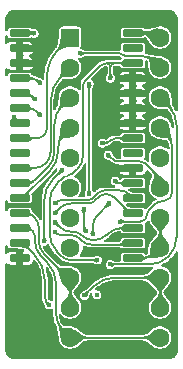
<source format=gbr>
%TF.GenerationSoftware,KiCad,Pcbnew,9.0.2*%
%TF.CreationDate,2025-08-20T10:22:47+06:00*%
%TF.ProjectId,hp3478a-fram,68703334-3738-4612-9d66-72616d2e6b69,rev?*%
%TF.SameCoordinates,Original*%
%TF.FileFunction,Copper,L1,Top*%
%TF.FilePolarity,Positive*%
%FSLAX46Y46*%
G04 Gerber Fmt 4.6, Leading zero omitted, Abs format (unit mm)*
G04 Created by KiCad (PCBNEW 9.0.2) date 2025-08-20 10:22:47*
%MOMM*%
%LPD*%
G01*
G04 APERTURE LIST*
G04 Aperture macros list*
%AMRoundRect*
0 Rectangle with rounded corners*
0 $1 Rounding radius*
0 $2 $3 $4 $5 $6 $7 $8 $9 X,Y pos of 4 corners*
0 Add a 4 corners polygon primitive as box body*
4,1,4,$2,$3,$4,$5,$6,$7,$8,$9,$2,$3,0*
0 Add four circle primitives for the rounded corners*
1,1,$1+$1,$2,$3*
1,1,$1+$1,$4,$5*
1,1,$1+$1,$6,$7*
1,1,$1+$1,$8,$9*
0 Add four rect primitives between the rounded corners*
20,1,$1+$1,$2,$3,$4,$5,0*
20,1,$1+$1,$4,$5,$6,$7,0*
20,1,$1+$1,$6,$7,$8,$9,0*
20,1,$1+$1,$8,$9,$2,$3,0*%
G04 Aperture macros list end*
%TA.AperFunction,ComponentPad*%
%ADD10RoundRect,0.250000X-0.550000X-0.550000X0.550000X-0.550000X0.550000X0.550000X-0.550000X0.550000X0*%
%TD*%
%TA.AperFunction,ComponentPad*%
%ADD11C,1.600000*%
%TD*%
%TA.AperFunction,SMDPad,CuDef*%
%ADD12RoundRect,0.150000X-0.737500X-0.150000X0.737500X-0.150000X0.737500X0.150000X-0.737500X0.150000X0*%
%TD*%
%TA.AperFunction,ViaPad*%
%ADD13C,0.450000*%
%TD*%
%TA.AperFunction,Conductor*%
%ADD14C,0.160000*%
%TD*%
%TA.AperFunction,Conductor*%
%ADD15C,0.300000*%
%TD*%
G04 APERTURE END LIST*
D10*
%TO.P,J1,1,Pin_1*%
%TO.N,/A3*%
X68692500Y-52565000D03*
D11*
%TO.P,J1,2,Pin_2*%
%TO.N,/A2*%
X68692500Y-55105000D03*
%TO.P,J1,3,Pin_3*%
%TO.N,/A1*%
X68692500Y-57645000D03*
%TO.P,J1,4,Pin_4*%
%TO.N,/A0*%
X68692500Y-60185000D03*
%TO.P,J1,5,Pin_5*%
%TO.N,/A5*%
X68692500Y-62725000D03*
%TO.P,J1,6,Pin_6*%
%TO.N,/A6*%
X68692500Y-65265000D03*
%TO.P,J1,7,Pin_7*%
%TO.N,/A7*%
X68692500Y-67805000D03*
%TO.P,J1,8,Pin_8*%
%TO.N,GND*%
X68692500Y-70345000D03*
%TO.P,J1,9,Pin_9*%
%TO.N,/D0*%
X68692500Y-72885000D03*
%TO.P,J1,10,Pin_10*%
X68692500Y-75425000D03*
%TO.P,J1,11,Pin_11*%
%TO.N,/D1*%
X68692500Y-77965000D03*
%TO.P,J1,12,Pin_12*%
X76312500Y-77965000D03*
%TO.P,J1,13,Pin_13*%
%TO.N,/D2*%
X76312500Y-75425000D03*
%TO.P,J1,14,Pin_14*%
X76312500Y-72885000D03*
%TO.P,J1,15,Pin_15*%
%TO.N,/D3*%
X76312500Y-70345000D03*
%TO.P,J1,16,Pin_16*%
X76312500Y-67805000D03*
%TO.P,J1,17,Pin_17*%
%TO.N,/CE_{2}*%
X76312500Y-65265000D03*
%TO.P,J1,18,Pin_18*%
%TO.N,/OD*%
X76312500Y-62725000D03*
%TO.P,J1,19,Pin_19*%
%TO.N,/~{CE_{1}}*%
X76312500Y-60185000D03*
%TO.P,J1,20,Pin_20*%
%TO.N,/R{slash}W*%
X76312500Y-57645000D03*
%TO.P,J1,21,Pin_21*%
%TO.N,/A4*%
X76312500Y-55105000D03*
%TO.P,J1,22,Pin_22*%
%TO.N,+5V*%
X76312500Y-52565000D03*
%TD*%
D12*
%TO.P,U1,1,VCAP*%
%TO.N,Net-(U1-VCAP)*%
X64425000Y-52190000D03*
%TO.P,U1,2,A14*%
%TO.N,GND*%
X64425000Y-53460000D03*
%TO.P,U1,3,A12*%
X64425000Y-54730000D03*
%TO.P,U1,4,A7*%
%TO.N,/A7*%
X64425000Y-56000000D03*
%TO.P,U1,5,A6*%
%TO.N,/A6*%
X64425000Y-57270000D03*
%TO.P,U1,6,A5*%
%TO.N,/A5*%
X64425000Y-58540000D03*
%TO.P,U1,7,A4*%
%TO.N,/A4*%
X64425000Y-59810000D03*
%TO.P,U1,8,A3*%
%TO.N,/A3*%
X64425000Y-61080000D03*
%TO.P,U1,9,NC*%
%TO.N,unconnected-(U1-NC-Pad9)*%
X64425000Y-62350000D03*
%TO.P,U1,10,A2*%
%TO.N,/A2*%
X64425000Y-63620000D03*
%TO.P,U1,11,A1*%
%TO.N,/A1*%
X64425000Y-64890000D03*
%TO.P,U1,12,A0*%
%TO.N,/A0*%
X64425000Y-66160000D03*
%TO.P,U1,13,DQ0*%
%TO.N,/D0*%
X64425000Y-67430000D03*
%TO.P,U1,14,DQ1*%
%TO.N,/D1*%
X64425000Y-68700000D03*
%TO.P,U1,15,DQ2*%
%TO.N,/D2*%
X64425000Y-69970000D03*
%TO.P,U1,16,VSS*%
%TO.N,GND*%
X64425000Y-71240000D03*
%TO.P,U1,17,DQ3*%
%TO.N,/D3*%
X74000000Y-71240000D03*
%TO.P,U1,18,DQ4*%
%TO.N,Net-(RN2-R4.1)*%
X74000000Y-69970000D03*
%TO.P,U1,19,DQ5*%
%TO.N,Net-(RN2-R3.1)*%
X74000000Y-68700000D03*
%TO.P,U1,20,DQ6*%
%TO.N,Net-(RN2-R2.1)*%
X74000000Y-67430000D03*
%TO.P,U1,21,DQ7*%
%TO.N,Net-(RN2-R1.1)*%
X74000000Y-66160000D03*
%TO.P,U1,22,~{E}/~{CE}*%
%TO.N,/~{CE}*%
X74000000Y-64890000D03*
%TO.P,U1,23,A10*%
%TO.N,GND*%
X74000000Y-63620000D03*
%TO.P,U1,24,NC*%
%TO.N,unconnected-(U1-NC-Pad24)*%
X74000000Y-62350000D03*
%TO.P,U1,25,~{G}/~{OE}*%
%TO.N,/~{OE}*%
X74000000Y-61080000D03*
%TO.P,U1,26,A11*%
%TO.N,GND*%
X74000000Y-59810000D03*
%TO.P,U1,27,A9*%
X74000000Y-58540000D03*
%TO.P,U1,28,A8*%
X74000000Y-57270000D03*
%TO.P,U1,29,A13*%
X74000000Y-56000000D03*
%TO.P,U1,30,~{W}/~{WE}*%
%TO.N,/~{WE}*%
X74000000Y-54730000D03*
%TO.P,U1,31,~{HSB}*%
%TO.N,unconnected-(U1-~{HSB}-Pad31)*%
X74000000Y-53460000D03*
%TO.P,U1,32,VCC*%
%TO.N,+5V*%
X74000000Y-52190000D03*
%TD*%
D13*
%TO.N,/A7*%
X66100000Y-56400000D03*
%TO.N,/D2*%
X69900000Y-74400000D03*
X66900000Y-75200000D03*
%TO.N,/R{slash}W*%
X72071000Y-71771000D03*
%TO.N,/A6*%
X65700000Y-57800000D03*
%TO.N,/A4*%
X63900000Y-59300000D03*
X69500000Y-53900000D03*
%TO.N,/A5*%
X66155000Y-59100000D03*
%TO.N,Net-(U1-VCAP)*%
X65650000Y-52200000D03*
%TO.N,GND*%
X74501750Y-76940000D03*
X69800000Y-64300000D03*
X65800000Y-53400000D03*
X71900000Y-53200000D03*
X65800000Y-55400000D03*
X71961750Y-51540000D03*
X75300000Y-69200000D03*
X72000000Y-57400000D03*
X66881750Y-51540000D03*
X71750000Y-70900000D03*
X65800000Y-54400000D03*
X71050000Y-62850000D03*
X65800000Y-65900000D03*
X70500000Y-72600000D03*
X72700000Y-59800000D03*
X67000000Y-73100000D03*
X74501750Y-74400000D03*
X64500000Y-72300000D03*
X69200000Y-56400000D03*
X71000000Y-78600000D03*
X71000000Y-76700000D03*
X64341750Y-76940000D03*
X72650000Y-62550000D03*
X70900000Y-60400000D03*
X67472988Y-71227011D03*
X66881750Y-76940000D03*
X71000000Y-54500000D03*
X72500000Y-69350000D03*
X75400000Y-66300000D03*
%TO.N,/~{CE_{1}}*%
X72900000Y-68137500D03*
%TO.N,/CE_{2}*%
X71900000Y-62500000D03*
%TO.N,Net-(JP1-A)*%
X70950000Y-74350000D03*
X70021734Y-68978266D03*
X69844000Y-67100000D03*
%TO.N,/~{OE}*%
X68000000Y-63800000D03*
X66489000Y-69800000D03*
X71400000Y-61500000D03*
%TO.N,/~{WE}*%
X71000000Y-71400000D03*
X72100000Y-56000000D03*
%TO.N,Net-(RN2-R2.1)*%
X67400000Y-67400000D03*
%TO.N,Net-(RN2-R4.1)*%
X67400000Y-69000000D03*
%TO.N,Net-(RN2-R3.1)*%
X67400000Y-68200000D03*
%TO.N,Net-(RN2-R1.1)*%
X67400000Y-66600000D03*
%TO.N,/~{CE}*%
X70600000Y-69200000D03*
X72500000Y-64700000D03*
X72000000Y-66600000D03*
%TO.N,Net-(U3-Pad4)*%
X70300000Y-65800000D03*
X70300000Y-56500000D03*
%TD*%
D14*
%TO.N,/D0*%
X65626277Y-67743778D02*
X65672749Y-67790250D01*
X68692500Y-72988750D02*
X68692500Y-75425000D01*
X64868749Y-67430000D02*
X64425000Y-67430000D01*
X66033000Y-68659972D02*
X66033000Y-69803683D01*
X68411637Y-72811637D02*
X66477995Y-70877995D01*
X66033000Y-69803683D02*
G75*
G03*
X66477988Y-70878002I1519300J-17D01*
G01*
X65672749Y-67790250D02*
G75*
G02*
X66033012Y-68659972I-869749J-869750D01*
G01*
X68411637Y-72811637D02*
G75*
G03*
X68588750Y-72885028I177163J177137D01*
G01*
X68692500Y-72988750D02*
G75*
G03*
X68588750Y-72885000I-103700J50D01*
G01*
X65626277Y-67743778D02*
G75*
G03*
X64868749Y-67429963I-757577J-757522D01*
G01*
%TO.N,/A7*%
X65900000Y-56200000D02*
X66100000Y-56400000D01*
X65417157Y-56000000D02*
X64425000Y-56000000D01*
X65900000Y-56200000D02*
G75*
G03*
X65417157Y-56000018I-482800J-482800D01*
G01*
%TO.N,/D1*%
X68692500Y-77965000D02*
X76312500Y-77965000D01*
X66711945Y-71551765D02*
X66235473Y-71075293D01*
X65022938Y-68700000D02*
X64425000Y-68700000D01*
X68096250Y-77368750D02*
X68692500Y-77965000D01*
X65722000Y-69399061D02*
X65722000Y-69835661D01*
X67500000Y-73454297D02*
X67500000Y-75929275D01*
X66711945Y-71551765D02*
G75*
G02*
X67499998Y-73454297I-1902545J-1902535D01*
G01*
X67500000Y-75929275D02*
G75*
G03*
X68096243Y-77368757I2035700J-25D01*
G01*
X65517249Y-68904750D02*
G75*
G02*
X65722016Y-69399061I-494349J-494350D01*
G01*
X65722000Y-69835661D02*
G75*
G03*
X66235454Y-71075312I1753100J-39D01*
G01*
X65517249Y-68904750D02*
G75*
G03*
X65022938Y-68699984I-494349J-494350D01*
G01*
%TO.N,/A1*%
X64942750Y-64890000D02*
X64425000Y-64890000D01*
X66791394Y-63559103D02*
X65826604Y-64523895D01*
X68021500Y-58316000D02*
X68692500Y-57645000D01*
X67350500Y-59935937D02*
X67350500Y-62209301D01*
X68021500Y-58316000D02*
G75*
G03*
X67350515Y-59935937I1619900J-1619900D01*
G01*
X65826604Y-64523895D02*
G75*
G02*
X64942750Y-64890023I-883904J883895D01*
G01*
X67350500Y-62209301D02*
G75*
G02*
X66791392Y-63559101I-1908900J1D01*
G01*
%TO.N,/A2*%
X67039500Y-62220216D02*
X67039500Y-57926845D01*
X67866000Y-55931499D02*
X68692500Y-55105000D01*
X65639672Y-63620000D02*
X64425000Y-63620000D01*
X66629500Y-63210000D02*
G75*
G02*
X65639672Y-63619989I-989800J989800D01*
G01*
X67866000Y-55931499D02*
G75*
G03*
X67039519Y-57926845I1995300J-1995301D01*
G01*
X67039500Y-62220216D02*
G75*
G02*
X66629487Y-63209987I-1399700J16D01*
G01*
%TO.N,/D2*%
X76312500Y-72885000D02*
X72486266Y-72885000D01*
X64557680Y-69970000D02*
X64425000Y-69970000D01*
X66544000Y-74592269D02*
X66544000Y-73134361D01*
X76312500Y-72885000D02*
X76312500Y-75425000D01*
X69900000Y-74400000D02*
X70657500Y-73642500D01*
X64784178Y-70063818D02*
X65617180Y-70896820D01*
X66722000Y-75022000D02*
X66900000Y-75200000D01*
X66544000Y-74592269D02*
G75*
G03*
X66721991Y-75022009I607700J-31D01*
G01*
X65617180Y-70896820D02*
G75*
G02*
X66544016Y-73134361I-2237580J-2237580D01*
G01*
X64784178Y-70063818D02*
G75*
G03*
X64557680Y-69970009I-226478J-226482D01*
G01*
X72486266Y-72885000D02*
G75*
G03*
X70657510Y-73642510I34J-2586300D01*
G01*
%TO.N,/D3*%
X74784639Y-71240000D02*
X74000000Y-71240000D01*
X75865000Y-70792500D02*
X76312500Y-70345000D01*
X76312500Y-70345000D02*
X76312500Y-67805000D01*
X75865000Y-70792500D02*
G75*
G02*
X74784639Y-71240016I-1080400J1080400D01*
G01*
%TO.N,/A3*%
X66728501Y-60211934D02*
X66728501Y-55917756D01*
X65860435Y-61080000D02*
X64425000Y-61080000D01*
X67710500Y-53546999D02*
X68692500Y-52565000D01*
X66728501Y-60211934D02*
G75*
G02*
X66474241Y-60825740I-868101J34D01*
G01*
X67710500Y-53546999D02*
G75*
G03*
X66728482Y-55917756I2370800J-2370801D01*
G01*
X66474250Y-60825749D02*
G75*
G02*
X65860435Y-61080014I-613850J613849D01*
G01*
%TO.N,/R{slash}W*%
X77006250Y-58338750D02*
X76312500Y-57645000D01*
X77700000Y-69457110D02*
X77700000Y-60013610D01*
X75386110Y-71771000D02*
X72071000Y-71771000D01*
X77006250Y-58338750D02*
G75*
G02*
X77699996Y-60013610I-1674850J-1674850D01*
G01*
X77022277Y-71093277D02*
G75*
G02*
X75386110Y-71771004I-1636177J1636177D01*
G01*
X77700000Y-69457110D02*
G75*
G02*
X77022274Y-71093274I-2313900J10D01*
G01*
%TO.N,/A6*%
X64797500Y-57270000D02*
X64425000Y-57270000D01*
X65433397Y-57533397D02*
X65700000Y-57800000D01*
X65433397Y-57533397D02*
G75*
G03*
X64797500Y-57270002I-635897J-635903D01*
G01*
%TO.N,/A4*%
X75810000Y-54602500D02*
X76312500Y-55105000D01*
X63900000Y-59300000D02*
X64404696Y-59804696D01*
X72868106Y-53900000D02*
X69500000Y-53900000D01*
X73350949Y-54100000D02*
X74596857Y-54100000D01*
X64417500Y-59810000D02*
X64425000Y-59810000D01*
X73109528Y-54000000D02*
G75*
G03*
X73350949Y-54100042I241472J241400D01*
G01*
X75810000Y-54602500D02*
G75*
G03*
X74596857Y-54100018I-1213100J-1213100D01*
G01*
X64404696Y-59804696D02*
G75*
G03*
X64417500Y-59810002I12804J12796D01*
G01*
X73109528Y-54000000D02*
G75*
G03*
X72868106Y-53899989I-241428J-241400D01*
G01*
%TO.N,/A0*%
X67661500Y-62184027D02*
X67661500Y-61945027D01*
X68177000Y-60700500D02*
X68692500Y-60185000D01*
X64734361Y-66079193D02*
X66977001Y-63836553D01*
X64539277Y-66160000D02*
X64425000Y-66160000D01*
X67661500Y-62184027D02*
G75*
G02*
X66976983Y-63836535I-2337000J27D01*
G01*
X68177000Y-60700500D02*
G75*
G03*
X67661511Y-61945027I1244500J-1244500D01*
G01*
X64734361Y-66079193D02*
G75*
G02*
X64539277Y-66159981I-195061J195093D01*
G01*
%TO.N,/A5*%
X65144020Y-58540000D02*
X64425000Y-58540000D01*
X66127500Y-59100000D02*
X66155000Y-59100000D01*
X66080554Y-59080554D02*
X65820000Y-58820000D01*
X66080554Y-59080554D02*
G75*
G03*
X66127500Y-59099997I46946J46954D01*
G01*
X65820000Y-58820000D02*
G75*
G03*
X65144020Y-58539992I-676000J-676000D01*
G01*
D15*
%TO.N,Net-(U1-VCAP)*%
X65632928Y-52190000D02*
X64425000Y-52190000D01*
X65650000Y-52200000D02*
X65645000Y-52195000D01*
X65645000Y-52195000D02*
G75*
G03*
X65632928Y-52189988I-12100J-12100D01*
G01*
D14*
%TO.N,GND*%
X70500000Y-72600000D02*
X70127000Y-72227000D01*
X68543325Y-71854000D02*
X69226498Y-71854000D01*
X67786482Y-71540505D02*
X67472988Y-71227011D01*
X70127000Y-72227000D02*
G75*
G03*
X69226498Y-71854001I-900500J-900500D01*
G01*
X67786482Y-71540505D02*
G75*
G03*
X68543325Y-71853993I756818J756805D01*
G01*
D15*
%TO.N,+5V*%
X74000000Y-52190000D02*
X75937500Y-52190000D01*
X75937500Y-52190000D02*
X76312500Y-52565000D01*
D14*
%TO.N,/~{CE_{1}}*%
X75756051Y-66743948D02*
X75378631Y-67121368D01*
X77343500Y-61945027D02*
X77343500Y-65642898D01*
X76828000Y-60700500D02*
X76312500Y-60185000D01*
X75200000Y-67570692D02*
X75200000Y-67552736D01*
X74633192Y-68137500D02*
X72900000Y-68137500D01*
X77343500Y-65642898D02*
G75*
G02*
X77121751Y-66178251I-757100J-2D01*
G01*
X75200000Y-67570692D02*
G75*
G02*
X75033967Y-67971467I-566700J-8D01*
G01*
X77121750Y-66178250D02*
G75*
G02*
X76586470Y-66399987I-535250J535150D01*
G01*
X75378631Y-67121368D02*
G75*
G03*
X75200020Y-67552736I431269J-431232D01*
G01*
X76586470Y-66400000D02*
G75*
G03*
X75756046Y-66743943I-70J-1174300D01*
G01*
X75033986Y-67971486D02*
G75*
G02*
X74633192Y-68137497I-400786J400786D01*
G01*
X76828000Y-60700500D02*
G75*
G02*
X77343489Y-61945027I-1244500J-1244500D01*
G01*
%TO.N,/CE_{2}*%
X74629735Y-63050000D02*
X72838908Y-63050000D01*
X76042748Y-64232276D02*
X75023627Y-63213155D01*
X76312500Y-64883514D02*
X76312500Y-65265000D01*
X71900000Y-62500000D02*
X72175000Y-62775000D01*
X76042748Y-64232276D02*
G75*
G02*
X76312487Y-64883514I-651248J-651224D01*
G01*
X72175000Y-62775000D02*
G75*
G03*
X72838908Y-63049996I663900J663900D01*
G01*
X75023627Y-63213155D02*
G75*
G03*
X74629735Y-63049990I-393927J-393945D01*
G01*
%TO.N,Net-(JP1-A)*%
X70021734Y-68978266D02*
X70051746Y-68948253D01*
X69957867Y-68757867D02*
X70051746Y-68851746D01*
X69844000Y-68482967D02*
X69844000Y-67100000D01*
X70950000Y-74350000D02*
X71000000Y-74400000D01*
X70051746Y-68851746D02*
G75*
G02*
X70071736Y-68900000I-48246J-48254D01*
G01*
X69844000Y-68482967D02*
G75*
G03*
X69957844Y-68757890I388800J-33D01*
G01*
X70071734Y-68900000D02*
G75*
G02*
X70051745Y-68948252I-68234J0D01*
G01*
%TO.N,/~{OE}*%
X71400000Y-61500000D02*
X71616500Y-61500000D01*
X72515842Y-61100000D02*
X73965857Y-61100000D01*
X68000000Y-63800000D02*
X67250000Y-64550000D01*
X66500000Y-66360660D02*
X66500000Y-69781221D01*
X72032999Y-61299999D02*
X71986088Y-61346911D01*
X66489000Y-69800000D02*
X66494500Y-69794500D01*
X73990000Y-61090000D02*
X74000000Y-61080000D01*
X72515842Y-61100000D02*
G75*
G03*
X72032987Y-61299987I-42J-682800D01*
G01*
X66500000Y-69781221D02*
G75*
G02*
X66494494Y-69794494I-18800J21D01*
G01*
X73990000Y-61090000D02*
G75*
G02*
X73965857Y-61099983I-24100J24100D01*
G01*
X67250000Y-64550000D02*
G75*
G03*
X66499954Y-66360660I1810600J-1810700D01*
G01*
X71986088Y-61346911D02*
G75*
G02*
X71616500Y-61499993I-369588J369611D01*
G01*
%TO.N,/~{WE}*%
X72437441Y-54730000D02*
X74000000Y-54730000D01*
X69800000Y-62468851D02*
X69800000Y-57322441D01*
X67604722Y-64894722D02*
X68088472Y-64410972D01*
X71186511Y-54968606D02*
X69942286Y-56212831D01*
X68765089Y-71400000D02*
X71000000Y-71400000D01*
X69282999Y-63716999D02*
X68942972Y-64057027D01*
X69800000Y-56556340D02*
X69800000Y-57322441D01*
X71762559Y-54730000D02*
X72437441Y-54730000D01*
X72100000Y-55067441D02*
X72100000Y-56000000D01*
X67616722Y-70727277D02*
X67953114Y-71063669D01*
X66944000Y-69103181D02*
X66944000Y-66489847D01*
X69942286Y-56212831D02*
G75*
G03*
X69800030Y-56556340I343514J-343469D01*
G01*
X71762559Y-54730000D02*
G75*
G03*
X71186543Y-54968638I41J-814600D01*
G01*
X72437441Y-54730000D02*
G75*
G03*
X72100000Y-55067441I-41J-337400D01*
G01*
X67604722Y-64894722D02*
G75*
G03*
X66944019Y-66489847I1595078J-1595078D01*
G01*
X66944000Y-69103181D02*
G75*
G03*
X67616717Y-70727282I2296800J-19D01*
G01*
X68942972Y-64057027D02*
G75*
G02*
X68515722Y-64234022I-427272J427227D01*
G01*
X68515722Y-64234000D02*
G75*
G03*
X68088466Y-64410966I-22J-604200D01*
G01*
X67953114Y-71063669D02*
G75*
G03*
X68765089Y-71400010I811986J811969D01*
G01*
X69800000Y-62468851D02*
G75*
G02*
X69282985Y-63716985I-1765200J51D01*
G01*
X72100000Y-55067441D02*
G75*
G03*
X71762559Y-54730000I-337400J41D01*
G01*
%TO.N,Net-(RN2-R2.1)*%
X67400000Y-67400000D02*
X67794500Y-67005500D01*
X70323622Y-66611000D02*
X68746907Y-66611000D01*
X71742351Y-65811000D02*
X71633612Y-65810994D01*
X73634540Y-67334540D02*
X72371674Y-66071674D01*
X71189949Y-65994751D02*
X70750541Y-66434164D01*
X73865000Y-67430000D02*
X74000000Y-67430000D01*
X68746907Y-66611000D02*
G75*
G03*
X67794498Y-67005498I-7J-1346900D01*
G01*
X70750541Y-66434164D02*
G75*
G02*
X70323622Y-66611002I-426941J426964D01*
G01*
X71633612Y-65810994D02*
G75*
G03*
X71189956Y-65994758I-12J-627406D01*
G01*
X73634540Y-67334540D02*
G75*
G03*
X73865000Y-67430006I230460J230440D01*
G01*
X72371674Y-66071674D02*
G75*
G03*
X71742351Y-65811035I-629274J-629326D01*
G01*
%TO.N,Net-(RN2-R4.1)*%
X70555785Y-70100000D02*
X73778076Y-70100000D01*
X73985000Y-69985000D02*
X73970000Y-70000000D01*
X73985000Y-69985000D02*
X73935000Y-70035000D01*
X68865646Y-69314000D02*
X67936031Y-69314000D01*
X67400000Y-69000000D02*
X67557000Y-69157000D01*
X69607000Y-69707000D02*
X69460324Y-69560324D01*
X69607000Y-69707000D02*
G75*
G03*
X70555785Y-70100006I948800J948800D01*
G01*
X73935000Y-70035000D02*
G75*
G02*
X73778076Y-70099990I-156900J156900D01*
G01*
X67557000Y-69157000D02*
G75*
G03*
X67936031Y-69313987I379000J379000D01*
G01*
X69460324Y-69560324D02*
G75*
G03*
X68865646Y-69313967I-594724J-594676D01*
G01*
X73985000Y-69985000D02*
X73985000Y-69985000D01*
%TO.N,Net-(RN2-R3.1)*%
X70592852Y-69700000D02*
X70725000Y-69700000D01*
X67400000Y-68200000D02*
X67801500Y-68601500D01*
X71791941Y-69258058D02*
X71850000Y-69200000D01*
X68770806Y-69003000D02*
X68910148Y-69003000D01*
X73057106Y-68700000D02*
X74000000Y-68700000D01*
X69751500Y-69351500D02*
G75*
G03*
X70592852Y-69700019I841400J841400D01*
G01*
X67801500Y-68601500D02*
G75*
G03*
X68770806Y-69002997I969300J969300D01*
G01*
X71791941Y-69258058D02*
G75*
G02*
X70725000Y-69699994I-1066941J1066958D01*
G01*
X68910148Y-69003000D02*
G75*
G02*
X69751486Y-69351514I-48J-1189900D01*
G01*
X73057106Y-68700000D02*
G75*
G03*
X71849998Y-69199998I-6J-1707100D01*
G01*
%TO.N,Net-(RN2-R1.1)*%
X67400000Y-66600000D02*
X67450000Y-66600000D01*
X70543238Y-66201647D02*
X71033222Y-65711657D01*
X73930000Y-66230000D02*
X73860000Y-66300000D01*
X71544200Y-65500000D02*
X72873309Y-65500000D01*
X67535355Y-66564644D02*
X67650000Y-66450000D01*
X70305794Y-66300000D02*
X68012132Y-66300000D01*
X73930000Y-66090000D02*
X73670000Y-65830000D01*
X73930000Y-66090000D02*
G75*
G02*
X73930000Y-66230000I-70000J-70000D01*
G01*
X70543238Y-66201647D02*
G75*
G02*
X70305794Y-66299994I-237438J237447D01*
G01*
X73670000Y-65830000D02*
G75*
G03*
X72873309Y-65499996I-796700J-796700D01*
G01*
X71544200Y-65500000D02*
G75*
G03*
X71033227Y-65711662I0J-722600D01*
G01*
X68012132Y-66300000D02*
G75*
G03*
X67649991Y-66449991I-32J-512100D01*
G01*
X67535355Y-66564644D02*
G75*
G02*
X67450000Y-66600002I-85355J85344D01*
G01*
%TO.N,/~{CE}*%
X72000000Y-66600000D02*
X71024264Y-67575735D01*
X72824350Y-64890000D02*
X74000000Y-64890000D01*
X70600000Y-69200000D02*
X70600000Y-68600000D01*
X72595000Y-64795000D02*
X72500000Y-64700000D01*
X72595000Y-64795000D02*
G75*
G03*
X72824350Y-64890050I229400J229300D01*
G01*
X71024264Y-67575735D02*
G75*
G03*
X70599991Y-68600000I1024236J-1024265D01*
G01*
%TO.N,Net-(U3-Pad4)*%
X70300000Y-56500000D02*
X70300000Y-65800000D01*
%TD*%
%TA.AperFunction,Conductor*%
%TO.N,/~{CE}*%
G36*
X71822682Y-66481481D02*
G01*
X71823236Y-66481826D01*
X71908676Y-66538378D01*
X71998722Y-66597979D01*
X72002020Y-66601277D01*
X72117837Y-66776254D01*
X72119546Y-66785045D01*
X72114539Y-66792468D01*
X72113493Y-66793085D01*
X72022333Y-66840646D01*
X72020022Y-66841555D01*
X71939520Y-66863681D01*
X71931306Y-66866296D01*
X71843216Y-66894339D01*
X71795676Y-66924049D01*
X71795675Y-66924050D01*
X71749667Y-66964470D01*
X71741190Y-66967356D01*
X71733672Y-66963953D01*
X71636015Y-66866296D01*
X71632588Y-66858023D01*
X71635467Y-66850337D01*
X71678122Y-66801393D01*
X71708221Y-66751542D01*
X71736319Y-66660476D01*
X71754260Y-66591818D01*
X71754756Y-66590336D01*
X71776155Y-66538369D01*
X71776853Y-66536956D01*
X71806685Y-66485705D01*
X71813808Y-66480281D01*
X71822682Y-66481481D01*
G37*
%TD.AperFunction*%
%TD*%
%TA.AperFunction,Conductor*%
%TO.N,Net-(RN2-R4.1)*%
G36*
X73962706Y-69961017D02*
G01*
X73969978Y-69966243D01*
X73971425Y-69975080D01*
X73966199Y-69982352D01*
X73964022Y-69983407D01*
X73212122Y-70256034D01*
X73203176Y-70255633D01*
X73199832Y-70253279D01*
X73179337Y-70232639D01*
X73179336Y-70232638D01*
X73139107Y-70213142D01*
X73139105Y-70213141D01*
X73031060Y-70189814D01*
X73031046Y-70189812D01*
X72823669Y-70180387D01*
X72815560Y-70176588D01*
X72812500Y-70168699D01*
X72812500Y-70030863D01*
X72815927Y-70022590D01*
X72823332Y-70019195D01*
X72842951Y-70017739D01*
X72955432Y-69982511D01*
X73046711Y-69921324D01*
X73102648Y-69847755D01*
X73120799Y-69775357D01*
X73126135Y-69768167D01*
X73134818Y-69766813D01*
X73962706Y-69961017D01*
G37*
%TD.AperFunction*%
%TD*%
%TA.AperFunction,Conductor*%
%TO.N,/A4*%
G36*
X69556277Y-53683214D02*
G01*
X69654376Y-53714045D01*
X69656648Y-53715035D01*
X69729214Y-53756313D01*
X69818993Y-53802733D01*
X69873613Y-53815341D01*
X69873612Y-53815341D01*
X69873617Y-53815342D01*
X69934733Y-53819292D01*
X69942767Y-53823246D01*
X69945677Y-53830968D01*
X69945677Y-53969075D01*
X69942250Y-53977348D01*
X69934779Y-53980748D01*
X69870011Y-53985195D01*
X69813474Y-53999162D01*
X69729201Y-54043694D01*
X69667982Y-54079545D01*
X69666570Y-54080249D01*
X69614711Y-54101858D01*
X69613199Y-54102370D01*
X69555877Y-54117511D01*
X69547003Y-54116311D01*
X69541577Y-54109187D01*
X69541424Y-54108532D01*
X69499474Y-53902329D01*
X69499474Y-53897668D01*
X69541307Y-53692043D01*
X69546313Y-53684621D01*
X69555103Y-53682912D01*
X69556277Y-53683214D01*
G37*
%TD.AperFunction*%
%TD*%
%TA.AperFunction,Conductor*%
%TO.N,Net-(JP1-A)*%
G36*
X69932812Y-68560655D02*
G01*
X69937932Y-68566721D01*
X69959358Y-68624530D01*
X69990334Y-68669805D01*
X70050064Y-68713440D01*
X70066210Y-68725236D01*
X70088661Y-68739962D01*
X70131847Y-68768289D01*
X70134128Y-68770247D01*
X70199815Y-68843259D01*
X70202801Y-68851701D01*
X70198942Y-68859782D01*
X70197658Y-68860785D01*
X70023964Y-68977901D01*
X70019655Y-68979685D01*
X69813547Y-69019734D01*
X69804772Y-69017948D01*
X69799830Y-69010481D01*
X69799683Y-69009512D01*
X69796394Y-68979231D01*
X69788059Y-68902485D01*
X69788027Y-68900320D01*
X69794531Y-68816256D01*
X69794534Y-68816217D01*
X69800696Y-68739961D01*
X69796386Y-68678084D01*
X69781942Y-68608955D01*
X69783605Y-68600157D01*
X69790366Y-68595262D01*
X69923935Y-68559485D01*
X69932812Y-68560655D01*
G37*
%TD.AperFunction*%
%TD*%
%TA.AperFunction,Conductor*%
%TO.N,/~{WE}*%
G36*
X73214209Y-54444721D02*
G01*
X73510315Y-54552085D01*
X73970664Y-54719001D01*
X73977274Y-54725042D01*
X73977675Y-54733988D01*
X73971634Y-54740598D01*
X73970664Y-54740999D01*
X73215173Y-55014928D01*
X73206227Y-55014527D01*
X73200577Y-55008864D01*
X73186708Y-54979045D01*
X73149864Y-54934238D01*
X73149859Y-54934233D01*
X73101786Y-54896639D01*
X73101777Y-54896634D01*
X73101775Y-54896632D01*
X73027232Y-54857665D01*
X73027229Y-54857664D01*
X73027231Y-54857664D01*
X72975139Y-54839821D01*
X72948000Y-54830525D01*
X72929621Y-54827741D01*
X72822448Y-54811506D01*
X72814781Y-54806879D01*
X72812500Y-54799938D01*
X72812500Y-54660969D01*
X72815927Y-54652696D01*
X72822246Y-54649434D01*
X72904992Y-54635439D01*
X72959678Y-54626192D01*
X72959678Y-54626191D01*
X72959681Y-54626191D01*
X73082659Y-54575042D01*
X73163359Y-54511879D01*
X73200158Y-54449755D01*
X73207320Y-54444387D01*
X73214209Y-54444721D01*
G37*
%TD.AperFunction*%
%TD*%
%TA.AperFunction,Conductor*%
%TO.N,/D0*%
G36*
X67533075Y-71819245D02*
G01*
X67632170Y-71910021D01*
X67632190Y-71910038D01*
X67724755Y-71978077D01*
X67730813Y-71982530D01*
X67822972Y-72032800D01*
X67910909Y-72064451D01*
X67996874Y-72081097D01*
X68083120Y-72086352D01*
X68083126Y-72086351D01*
X68083131Y-72086352D01*
X68187577Y-72081076D01*
X68265462Y-72077143D01*
X68352719Y-72070835D01*
X68355368Y-72070948D01*
X68440951Y-72084502D01*
X68543330Y-72084500D01*
X68724376Y-72084500D01*
X68725867Y-72084595D01*
X68836157Y-72098775D01*
X68843925Y-72103228D01*
X68846268Y-72111871D01*
X68846142Y-72112650D01*
X68694150Y-72880938D01*
X68689182Y-72888388D01*
X68689160Y-72888403D01*
X68037686Y-73322550D01*
X68028901Y-73324286D01*
X68021462Y-73319302D01*
X68021077Y-73318683D01*
X67992065Y-73268654D01*
X67909499Y-73126274D01*
X67908783Y-73124810D01*
X67837324Y-72948281D01*
X67836846Y-72946832D01*
X67796209Y-72789358D01*
X67796007Y-72788411D01*
X67771172Y-72642958D01*
X67736228Y-72454393D01*
X67736228Y-72454391D01*
X67678819Y-72287943D01*
X67635838Y-72205410D01*
X67579196Y-72118649D01*
X67505087Y-72025049D01*
X67505085Y-72025047D01*
X67505083Y-72025044D01*
X67419381Y-71933081D01*
X67416247Y-71924692D01*
X67419666Y-71916832D01*
X67516900Y-71819598D01*
X67525172Y-71816172D01*
X67533075Y-71819245D01*
G37*
%TD.AperFunction*%
%TD*%
%TA.AperFunction,Conductor*%
%TO.N,Net-(RN2-R3.1)*%
G36*
X73216032Y-68415381D02*
G01*
X73216033Y-68415381D01*
X73970650Y-68688850D01*
X73977260Y-68694890D01*
X73977663Y-68703835D01*
X73971622Y-68710446D01*
X73970653Y-68710848D01*
X73215489Y-68984811D01*
X73206543Y-68984411D01*
X73200744Y-68978418D01*
X73188736Y-68950379D01*
X73188734Y-68950375D01*
X73155600Y-68903863D01*
X73113494Y-68865749D01*
X73113490Y-68865746D01*
X73053505Y-68829712D01*
X73053495Y-68829707D01*
X72990351Y-68805496D01*
X72889661Y-68791202D01*
X72881951Y-68786646D01*
X72879749Y-68781449D01*
X72857839Y-68643115D01*
X72859929Y-68634409D01*
X72867159Y-68629802D01*
X72963367Y-68611098D01*
X73080290Y-68557629D01*
X73161185Y-68489002D01*
X73199152Y-68421920D01*
X73204339Y-68417105D01*
X73206044Y-68416318D01*
X73206784Y-68415960D01*
X73206979Y-68415861D01*
X73207090Y-68415809D01*
X73211370Y-68415604D01*
X73215653Y-68415251D01*
X73216032Y-68415381D01*
G37*
%TD.AperFunction*%
%TD*%
%TA.AperFunction,Conductor*%
%TO.N,/R{slash}W*%
G36*
X77093953Y-57493049D02*
G01*
X77098919Y-57500500D01*
X77099002Y-57500970D01*
X77138687Y-57755929D01*
X77138787Y-57756778D01*
X77155148Y-57957627D01*
X77179561Y-58189806D01*
X77201413Y-58281379D01*
X77235806Y-58381663D01*
X77292020Y-58507233D01*
X77292022Y-58507236D01*
X77366978Y-58646155D01*
X77367890Y-58655063D01*
X77362531Y-58661844D01*
X77243391Y-58730627D01*
X77234513Y-58731795D01*
X77227753Y-58726903D01*
X77181431Y-58656160D01*
X77166004Y-58632600D01*
X77098389Y-58555892D01*
X77029896Y-58502269D01*
X76959452Y-58467963D01*
X76959446Y-58467961D01*
X76885992Y-58449211D01*
X76885986Y-58449210D01*
X76808421Y-58442243D01*
X76808411Y-58442243D01*
X76636716Y-58448605D01*
X76597857Y-58451158D01*
X76597316Y-58451181D01*
X76373965Y-58455490D01*
X76372352Y-58455409D01*
X76168972Y-58431125D01*
X76161163Y-58426742D01*
X76158742Y-58418121D01*
X76158879Y-58417248D01*
X76310479Y-57651817D01*
X76315447Y-57644369D01*
X76319682Y-57642615D01*
X77085173Y-57491291D01*
X77093953Y-57493049D01*
G37*
%TD.AperFunction*%
%TD*%
%TA.AperFunction,Conductor*%
%TO.N,/A3*%
G36*
X65218772Y-60795472D02*
G01*
X65224423Y-60801136D01*
X65238292Y-60830954D01*
X65238292Y-60830955D01*
X65275135Y-60875761D01*
X65275140Y-60875766D01*
X65323213Y-60913360D01*
X65323219Y-60913364D01*
X65323225Y-60913368D01*
X65397768Y-60952335D01*
X65477000Y-60979475D01*
X65602552Y-60998493D01*
X65610219Y-61003120D01*
X65612500Y-61010061D01*
X65612500Y-61149030D01*
X65609073Y-61157303D01*
X65602751Y-61160566D01*
X65465323Y-61183807D01*
X65465322Y-61183808D01*
X65342337Y-61234960D01*
X65261644Y-61298118D01*
X65261640Y-61298123D01*
X65224843Y-61360241D01*
X65217678Y-61365613D01*
X65210789Y-61365277D01*
X64454335Y-61090999D01*
X64447725Y-61084958D01*
X64447324Y-61076012D01*
X64453365Y-61069402D01*
X64454335Y-61069001D01*
X64644638Y-61000000D01*
X65209827Y-60795071D01*
X65218772Y-60795472D01*
G37*
%TD.AperFunction*%
%TD*%
%TA.AperFunction,Conductor*%
%TO.N,+5V*%
G36*
X74794346Y-51905264D02*
G01*
X74799692Y-51910318D01*
X74819617Y-51947352D01*
X74857914Y-51981834D01*
X74857915Y-51981834D01*
X74857917Y-51981836D01*
X74906265Y-52006498D01*
X74906270Y-52006499D01*
X74906276Y-52006503D01*
X74961189Y-52022998D01*
X75076600Y-52038021D01*
X75176021Y-52040014D01*
X75176036Y-52040013D01*
X75184237Y-52043605D01*
X75187500Y-52051711D01*
X75187500Y-52328288D01*
X75184073Y-52336561D01*
X75176157Y-52339944D01*
X75176159Y-52339980D01*
X75176064Y-52339984D01*
X75176063Y-52339985D01*
X75176037Y-52339985D01*
X75135353Y-52341852D01*
X75017303Y-52347272D01*
X75017298Y-52347272D01*
X75017298Y-52347273D01*
X74905018Y-52373988D01*
X74833669Y-52417414D01*
X74833665Y-52417418D01*
X74799935Y-52470641D01*
X74792612Y-52475795D01*
X74786065Y-52475377D01*
X74029335Y-52200999D01*
X74022725Y-52194958D01*
X74022324Y-52186012D01*
X74028365Y-52179402D01*
X74029335Y-52179001D01*
X74785401Y-51904863D01*
X74794346Y-51905264D01*
G37*
%TD.AperFunction*%
%TD*%
%TA.AperFunction,Conductor*%
%TO.N,/D2*%
G36*
X66700929Y-74860700D02*
G01*
X66733905Y-74905824D01*
X66733911Y-74905830D01*
X66773619Y-74935766D01*
X66773618Y-74935766D01*
X66773621Y-74935767D01*
X66815142Y-74950102D01*
X66859645Y-74956888D01*
X66859857Y-74956923D01*
X66929579Y-74969212D01*
X66932456Y-74970115D01*
X67012634Y-75007198D01*
X67018705Y-75013781D01*
X67018342Y-75022728D01*
X67017477Y-75024278D01*
X66903206Y-75196778D01*
X66895780Y-75201783D01*
X66895686Y-75201802D01*
X66690198Y-75241779D01*
X66681423Y-75239995D01*
X66676618Y-75233151D01*
X66640649Y-75090240D01*
X66574689Y-74964186D01*
X66562039Y-74942353D01*
X66560858Y-74933478D01*
X66566299Y-74926365D01*
X66566300Y-74926364D01*
X66685634Y-74857469D01*
X66694511Y-74856302D01*
X66700929Y-74860700D01*
G37*
%TD.AperFunction*%
%TD*%
%TA.AperFunction,Conductor*%
%TO.N,/A3*%
G36*
X67908727Y-52240957D02*
G01*
X68688628Y-52562366D01*
X68694971Y-52568686D01*
X68694981Y-52568709D01*
X69017618Y-53348340D01*
X69017615Y-53357295D01*
X69011281Y-53363625D01*
X69006490Y-53364510D01*
X68887370Y-53361276D01*
X68830294Y-53359727D01*
X68830289Y-53359727D01*
X68830282Y-53359727D01*
X68830272Y-53359727D01*
X68668095Y-53367043D01*
X68668051Y-53367047D01*
X68507111Y-53384418D01*
X68507096Y-53384421D01*
X68207438Y-53445097D01*
X68207435Y-53445097D01*
X68207434Y-53445098D01*
X68207431Y-53445098D01*
X68207431Y-53445099D01*
X67958514Y-53530505D01*
X67860975Y-53581635D01*
X67770878Y-53628863D01*
X67770876Y-53628864D01*
X67770875Y-53628865D01*
X67649123Y-53725920D01*
X67640518Y-53728397D01*
X67634535Y-53725918D01*
X67599499Y-53697978D01*
X67526416Y-53639696D01*
X67522086Y-53631860D01*
X67524565Y-53623255D01*
X67524967Y-53622777D01*
X67561777Y-53581638D01*
X67622526Y-53496879D01*
X67622532Y-53496867D01*
X67622537Y-53496861D01*
X67678246Y-53399018D01*
X67684901Y-53384421D01*
X67733227Y-53278411D01*
X67781173Y-53146333D01*
X67823029Y-52999271D01*
X67856168Y-52844812D01*
X67893696Y-52529818D01*
X67892571Y-52251821D01*
X67895964Y-52243535D01*
X67904224Y-52240075D01*
X67908727Y-52240957D01*
G37*
%TD.AperFunction*%
%TD*%
%TA.AperFunction,Conductor*%
%TO.N,+5V*%
G36*
X76153446Y-51784616D02*
G01*
X76158718Y-51791855D01*
X76158816Y-51792302D01*
X76312545Y-52560232D01*
X76310809Y-52569017D01*
X76310794Y-52569039D01*
X75875095Y-53219646D01*
X75867645Y-53224614D01*
X75858864Y-53222857D01*
X75858118Y-53222313D01*
X75712882Y-53107271D01*
X75711496Y-53105977D01*
X75596676Y-52979866D01*
X75595700Y-52978638D01*
X75508755Y-52852737D01*
X75508270Y-52851973D01*
X75437583Y-52730252D01*
X75437555Y-52730204D01*
X75437555Y-52730203D01*
X75356012Y-52592808D01*
X75356006Y-52592799D01*
X75329469Y-52560232D01*
X75267096Y-52483684D01*
X75162745Y-52408380D01*
X75162742Y-52408379D01*
X75162740Y-52408377D01*
X75097840Y-52380220D01*
X75097839Y-52380219D01*
X75097833Y-52380217D01*
X75097829Y-52380215D01*
X75097824Y-52380214D01*
X75022199Y-52359049D01*
X75022193Y-52359048D01*
X75022190Y-52359047D01*
X74957840Y-52349341D01*
X74928266Y-52344880D01*
X74829735Y-52340497D01*
X74821622Y-52336706D01*
X74818555Y-52328809D01*
X74818555Y-52051330D01*
X74821982Y-52043057D01*
X74829879Y-52039636D01*
X75091818Y-52031225D01*
X75295248Y-52006725D01*
X75295251Y-52006724D01*
X75295253Y-52006724D01*
X75377640Y-51987979D01*
X75460033Y-51969233D01*
X75617365Y-51921486D01*
X75786839Y-51869555D01*
X75787489Y-51869377D01*
X76144601Y-51783225D01*
X76153446Y-51784616D01*
G37*
%TD.AperFunction*%
%TD*%
%TA.AperFunction,Conductor*%
%TO.N,/D3*%
G36*
X74794073Y-70955364D02*
G01*
X74799573Y-70960710D01*
X74818435Y-70998237D01*
X74818436Y-70998238D01*
X74838986Y-71020100D01*
X74855334Y-71037492D01*
X74901586Y-71067896D01*
X74970159Y-71095336D01*
X74970164Y-71095337D01*
X75041386Y-71110505D01*
X75041384Y-71110505D01*
X75043942Y-71110513D01*
X75149406Y-71110871D01*
X75157667Y-71114326D01*
X75160493Y-71118955D01*
X75203611Y-71251650D01*
X75202909Y-71260577D01*
X75196100Y-71266393D01*
X75195813Y-71266482D01*
X75065344Y-71305207D01*
X75065341Y-71305208D01*
X74939982Y-71370194D01*
X74865229Y-71437262D01*
X74837556Y-71493977D01*
X74830848Y-71499909D01*
X74823526Y-71500005D01*
X74031985Y-71250683D01*
X74025124Y-71244929D01*
X74024341Y-71236009D01*
X74030095Y-71229148D01*
X74031500Y-71228529D01*
X74785128Y-70954966D01*
X74794073Y-70955364D01*
G37*
%TD.AperFunction*%
%TD*%
%TA.AperFunction,Conductor*%
%TO.N,Net-(JP1-A)*%
G36*
X70051955Y-67141306D02*
G01*
X70059378Y-67146313D01*
X70061087Y-67155103D01*
X70060784Y-67156279D01*
X70029954Y-67254372D01*
X70028962Y-67256649D01*
X69987686Y-67329215D01*
X69941268Y-67418990D01*
X69941266Y-67418993D01*
X69928658Y-67473614D01*
X69928658Y-67473617D01*
X69924707Y-67534733D01*
X69920754Y-67542767D01*
X69913032Y-67545677D01*
X69774925Y-67545677D01*
X69766652Y-67542250D01*
X69763252Y-67534779D01*
X69759052Y-67473617D01*
X69758804Y-67470009D01*
X69744838Y-67413476D01*
X69700313Y-67329214D01*
X69664450Y-67267978D01*
X69663749Y-67266570D01*
X69642138Y-67214704D01*
X69641631Y-67213206D01*
X69626488Y-67155876D01*
X69627688Y-67147003D01*
X69634812Y-67141577D01*
X69635453Y-67141427D01*
X69841670Y-67099474D01*
X69846330Y-67099474D01*
X70051955Y-67141306D01*
G37*
%TD.AperFunction*%
%TD*%
%TA.AperFunction,Conductor*%
%TO.N,/CE_{2}*%
G36*
X72092127Y-62385686D02*
G01*
X72092906Y-62387055D01*
X72131361Y-62466658D01*
X72132338Y-62469657D01*
X72145681Y-62543167D01*
X72166199Y-62631710D01*
X72190187Y-62672240D01*
X72190191Y-62672246D01*
X72223176Y-62709197D01*
X72226129Y-62717650D01*
X72222890Y-62725089D01*
X72127108Y-62824911D01*
X72118908Y-62828508D01*
X72111242Y-62825853D01*
X72110095Y-62824911D01*
X72069172Y-62791316D01*
X72069169Y-62791314D01*
X72024834Y-62767476D01*
X72024829Y-62767474D01*
X71943890Y-62748733D01*
X71877952Y-62736085D01*
X71876062Y-62735554D01*
X71830670Y-62718597D01*
X71828976Y-62717805D01*
X71785872Y-62693271D01*
X71780377Y-62686201D01*
X71781492Y-62677315D01*
X71781904Y-62676645D01*
X71784819Y-62672242D01*
X71897967Y-62501291D01*
X71901263Y-62497994D01*
X72075915Y-62382387D01*
X72084703Y-62380679D01*
X72092127Y-62385686D01*
G37*
%TD.AperFunction*%
%TD*%
%TA.AperFunction,Conductor*%
%TO.N,/D1*%
G36*
X69146372Y-77306788D02*
G01*
X69146803Y-77307091D01*
X69349589Y-77456740D01*
X69350254Y-77457269D01*
X69508381Y-77593257D01*
X69686372Y-77740119D01*
X69825066Y-77816574D01*
X69907060Y-77844611D01*
X70001938Y-77865508D01*
X70127132Y-77880063D01*
X70265814Y-77884627D01*
X70273969Y-77888324D01*
X70277128Y-77896321D01*
X70277128Y-78033681D01*
X70273701Y-78041954D01*
X70265816Y-78045375D01*
X70202426Y-78047478D01*
X70126066Y-78050013D01*
X70126060Y-78050013D01*
X70126050Y-78050014D01*
X70000170Y-78064791D01*
X70000160Y-78064792D01*
X70000158Y-78064793D01*
X69955586Y-78075000D01*
X69894682Y-78088949D01*
X69894680Y-78088949D01*
X69804907Y-78122092D01*
X69726113Y-78163835D01*
X69653580Y-78213781D01*
X69508378Y-78336743D01*
X69375576Y-78451917D01*
X69374911Y-78452452D01*
X69146824Y-78622805D01*
X69138145Y-78625010D01*
X69130449Y-78620432D01*
X69130102Y-78619941D01*
X68824656Y-78163835D01*
X68695858Y-77971508D01*
X68694102Y-77962729D01*
X68695857Y-77958492D01*
X69130142Y-77309997D01*
X69137591Y-77305031D01*
X69146372Y-77306788D01*
G37*
%TD.AperFunction*%
%TD*%
%TA.AperFunction,Conductor*%
%TO.N,/CE_{2}*%
G36*
X75757177Y-63833307D02*
G01*
X75968999Y-64038457D01*
X75969015Y-64038471D01*
X75969030Y-64038486D01*
X76134960Y-64181908D01*
X76134967Y-64181913D01*
X76286369Y-64292688D01*
X76286372Y-64292690D01*
X76462984Y-64407983D01*
X76747063Y-64593368D01*
X76752119Y-64600759D01*
X76750467Y-64609560D01*
X76750405Y-64609654D01*
X76317551Y-65259187D01*
X76310112Y-65264171D01*
X76305524Y-65264173D01*
X75539931Y-65111335D01*
X75532489Y-65106354D01*
X75530748Y-65097570D01*
X75530872Y-65097022D01*
X75562900Y-64969935D01*
X75563209Y-64968908D01*
X75606737Y-64845421D01*
X75607106Y-64844507D01*
X75703980Y-64631759D01*
X75787830Y-64443944D01*
X75816669Y-64320403D01*
X75808546Y-64207699D01*
X75801801Y-64187565D01*
X75788616Y-64148199D01*
X75788613Y-64148192D01*
X75788611Y-64148186D01*
X75756307Y-64086273D01*
X75705111Y-64014724D01*
X75643270Y-63946686D01*
X75640242Y-63938262D01*
X75643655Y-63930547D01*
X75740765Y-63833437D01*
X75749037Y-63830011D01*
X75757177Y-63833307D01*
G37*
%TD.AperFunction*%
%TD*%
%TA.AperFunction,Conductor*%
%TO.N,/A4*%
G36*
X63964761Y-59250140D02*
G01*
X64066727Y-59333628D01*
X64240467Y-59432895D01*
X64406109Y-59491741D01*
X64531716Y-59508053D01*
X64539479Y-59512517D01*
X64541812Y-59521163D01*
X64541063Y-59524024D01*
X64430073Y-59799854D01*
X64423806Y-59806249D01*
X64414853Y-59806341D01*
X63732629Y-59531940D01*
X63726232Y-59525673D01*
X63726140Y-59516719D01*
X63732407Y-59510322D01*
X63735507Y-59509480D01*
X63785661Y-59503063D01*
X63823522Y-59487201D01*
X63848613Y-59466962D01*
X63864619Y-59438588D01*
X63867434Y-59409271D01*
X63859196Y-59379456D01*
X63848956Y-59364590D01*
X63847086Y-59355834D01*
X63850317Y-59349683D01*
X63949080Y-59250920D01*
X63957352Y-59247494D01*
X63964761Y-59250140D01*
G37*
%TD.AperFunction*%
%TD*%
%TA.AperFunction,Conductor*%
%TO.N,Net-(U1-VCAP)*%
G36*
X65603280Y-51983468D02*
G01*
X65608435Y-51990790D01*
X65608484Y-51991020D01*
X65650525Y-52197668D01*
X65650525Y-52202333D01*
X65608584Y-52408488D01*
X65603577Y-52415911D01*
X65594786Y-52417620D01*
X65594090Y-52417456D01*
X65442060Y-52376706D01*
X65441695Y-52376602D01*
X65377859Y-52357254D01*
X65306470Y-52344656D01*
X65215490Y-52340509D01*
X65207382Y-52336709D01*
X65204323Y-52328821D01*
X65204323Y-52051140D01*
X65207750Y-52042867D01*
X65215449Y-52039454D01*
X65360179Y-52032356D01*
X65470101Y-52009846D01*
X65594459Y-51981936D01*
X65603280Y-51983468D01*
G37*
%TD.AperFunction*%
%TD*%
%TA.AperFunction,Conductor*%
%TO.N,Net-(RN2-R2.1)*%
G36*
X73282383Y-66868437D02*
G01*
X73340972Y-66917482D01*
X73418155Y-66966583D01*
X73449968Y-66982276D01*
X73513760Y-67013745D01*
X73513762Y-67013745D01*
X73513765Y-67013747D01*
X73605711Y-67048706D01*
X73620542Y-67054345D01*
X73620548Y-67054347D01*
X73855033Y-67111120D01*
X73855034Y-67111120D01*
X73855038Y-67111121D01*
X74074798Y-67128843D01*
X74082769Y-67132924D01*
X74085520Y-67141445D01*
X74085083Y-67143806D01*
X74003858Y-67419990D01*
X73998236Y-67426960D01*
X73989855Y-67428054D01*
X73160354Y-67225325D01*
X73153131Y-67220032D01*
X73151767Y-67211182D01*
X73157060Y-67203959D01*
X73158293Y-67203307D01*
X73174007Y-67196182D01*
X73199691Y-67171411D01*
X73213744Y-67142436D01*
X73217342Y-67095550D01*
X73206061Y-67048710D01*
X73166023Y-66982275D01*
X73164689Y-66973422D01*
X73167770Y-66967966D01*
X73266601Y-66869135D01*
X73274873Y-66865709D01*
X73282383Y-66868437D01*
G37*
%TD.AperFunction*%
%TD*%
%TA.AperFunction,Conductor*%
%TO.N,/A6*%
G36*
X65496989Y-57481793D02*
G01*
X65581328Y-57544909D01*
X65581330Y-57544910D01*
X65656463Y-57563162D01*
X65671335Y-57566776D01*
X65671347Y-57566779D01*
X65671349Y-57566779D01*
X65671356Y-57566781D01*
X65732115Y-57577286D01*
X65739684Y-57582072D01*
X65741651Y-57590808D01*
X65741606Y-57591055D01*
X65702230Y-57792957D01*
X65697283Y-57800421D01*
X65692987Y-57802200D01*
X65491198Y-57841577D01*
X65482422Y-57839799D01*
X65477474Y-57832335D01*
X65477405Y-57831948D01*
X65472630Y-57802200D01*
X65466500Y-57764012D01*
X65451680Y-57690309D01*
X65427083Y-57645103D01*
X65427082Y-57645102D01*
X65427083Y-57645102D01*
X65385442Y-57599285D01*
X65382413Y-57590858D01*
X65385643Y-57583330D01*
X65481524Y-57483072D01*
X65489718Y-57479463D01*
X65496989Y-57481793D01*
G37*
%TD.AperFunction*%
%TD*%
%TA.AperFunction,Conductor*%
%TO.N,/D0*%
G36*
X68699007Y-72888357D02*
G01*
X69347500Y-73322641D01*
X69352468Y-73330091D01*
X69350711Y-73338872D01*
X69350404Y-73339309D01*
X69200766Y-73542079D01*
X69200223Y-73542761D01*
X69064239Y-73700884D01*
X68917380Y-73878872D01*
X68840929Y-74017558D01*
X68840924Y-74017568D01*
X68812889Y-74099558D01*
X68812887Y-74099565D01*
X68791992Y-74194435D01*
X68777437Y-74319628D01*
X68777436Y-74319632D01*
X68772872Y-74458313D01*
X68769174Y-74466469D01*
X68761178Y-74469628D01*
X68623819Y-74469628D01*
X68615546Y-74466201D01*
X68612125Y-74458316D01*
X68611153Y-74429037D01*
X68607487Y-74318566D01*
X68592707Y-74192658D01*
X68568550Y-74087180D01*
X68556313Y-74054037D01*
X68535407Y-73997408D01*
X68493664Y-73918613D01*
X68443718Y-73846081D01*
X68320756Y-73700879D01*
X68205582Y-73568076D01*
X68205047Y-73567411D01*
X68034694Y-73339324D01*
X68032489Y-73330645D01*
X68037067Y-73322949D01*
X68037545Y-73322611D01*
X68685991Y-72888358D01*
X68694771Y-72886602D01*
X68699007Y-72888357D01*
G37*
%TD.AperFunction*%
%TD*%
%TA.AperFunction,Conductor*%
%TO.N,/~{CE}*%
G36*
X70677348Y-68757750D02*
G01*
X70680748Y-68765221D01*
X70685195Y-68829987D01*
X70699162Y-68886524D01*
X70743688Y-68970787D01*
X70779546Y-69032016D01*
X70780250Y-69033429D01*
X70801858Y-69085288D01*
X70802370Y-69086800D01*
X70817511Y-69144122D01*
X70816311Y-69152996D01*
X70809187Y-69158422D01*
X70808532Y-69158575D01*
X70602333Y-69200525D01*
X70597668Y-69200525D01*
X70392045Y-69158693D01*
X70384621Y-69153686D01*
X70382912Y-69144896D01*
X70383212Y-69143728D01*
X70414047Y-69045620D01*
X70415034Y-69043354D01*
X70456313Y-68970785D01*
X70502733Y-68881007D01*
X70515342Y-68826382D01*
X70519292Y-68765266D01*
X70523246Y-68757233D01*
X70530968Y-68754323D01*
X70669075Y-68754323D01*
X70677348Y-68757750D01*
G37*
%TD.AperFunction*%
%TD*%
%TA.AperFunction,Conductor*%
%TO.N,/A2*%
G36*
X67920175Y-54951361D02*
G01*
X68685437Y-55102699D01*
X68692888Y-55107666D01*
X68694644Y-55111905D01*
X68846162Y-55877454D01*
X68844407Y-55886235D01*
X68836957Y-55891203D01*
X68836278Y-55891317D01*
X68710203Y-55908649D01*
X68708852Y-55908755D01*
X68586677Y-55911282D01*
X68585275Y-55911227D01*
X68375733Y-55890347D01*
X68375328Y-55890300D01*
X68344148Y-55886092D01*
X68318437Y-55882622D01*
X68318433Y-55882621D01*
X68318431Y-55882621D01*
X68186523Y-55875210D01*
X68175344Y-55874582D01*
X68175343Y-55874582D01*
X68175339Y-55874582D01*
X68061885Y-55897113D01*
X68005955Y-55923055D01*
X67948919Y-55961276D01*
X67948914Y-55961279D01*
X67885067Y-56018599D01*
X67825401Y-56086445D01*
X67817364Y-56090394D01*
X67809320Y-56087865D01*
X67701406Y-56001806D01*
X67697075Y-55993969D01*
X67699012Y-55986101D01*
X67811196Y-55820431D01*
X67846388Y-55744941D01*
X67868926Y-55674597D01*
X67885946Y-55541122D01*
X67882063Y-55403572D01*
X67878877Y-55180765D01*
X67878966Y-55179161D01*
X67906308Y-54961382D01*
X67910739Y-54953602D01*
X67919375Y-54951232D01*
X67920175Y-54951361D01*
G37*
%TD.AperFunction*%
%TD*%
%TA.AperFunction,Conductor*%
%TO.N,Net-(RN2-R1.1)*%
G36*
X73556978Y-65635936D02*
G01*
X73557412Y-65636241D01*
X73595315Y-65664226D01*
X73625202Y-65686292D01*
X73625221Y-65686304D01*
X73803559Y-65783577D01*
X73803557Y-65783577D01*
X73895049Y-65814823D01*
X73974257Y-65841875D01*
X73974260Y-65841876D01*
X74103663Y-65858126D01*
X74111445Y-65862557D01*
X74113814Y-65871193D01*
X74113099Y-65874003D01*
X74004945Y-66150054D01*
X73998736Y-66156507D01*
X73990186Y-66156829D01*
X73337348Y-65928352D01*
X73330671Y-65922385D01*
X73330170Y-65913444D01*
X73336137Y-65906767D01*
X73338713Y-65905880D01*
X73383652Y-65896091D01*
X73428319Y-65877046D01*
X73458113Y-65855289D01*
X73475552Y-65830937D01*
X73480753Y-65806872D01*
X73474572Y-65781849D01*
X73464028Y-65768688D01*
X73461531Y-65760092D01*
X73463430Y-65754879D01*
X73540751Y-65639163D01*
X73548196Y-65634189D01*
X73556978Y-65635936D01*
G37*
%TD.AperFunction*%
%TD*%
%TA.AperFunction,Conductor*%
%TO.N,/~{WE}*%
G36*
X72177348Y-55557750D02*
G01*
X72180748Y-55565221D01*
X72185195Y-55629987D01*
X72199162Y-55686524D01*
X72243688Y-55770787D01*
X72279546Y-55832016D01*
X72280250Y-55833429D01*
X72301858Y-55885288D01*
X72302370Y-55886800D01*
X72317511Y-55944122D01*
X72316311Y-55952996D01*
X72309187Y-55958422D01*
X72308532Y-55958575D01*
X72102333Y-56000525D01*
X72097668Y-56000525D01*
X71892045Y-55958693D01*
X71884621Y-55953686D01*
X71882912Y-55944896D01*
X71883212Y-55943728D01*
X71914047Y-55845620D01*
X71915034Y-55843354D01*
X71956313Y-55770785D01*
X72002733Y-55681007D01*
X72015342Y-55626382D01*
X72019292Y-55565266D01*
X72023246Y-55557233D01*
X72030968Y-55554323D01*
X72169075Y-55554323D01*
X72177348Y-55557750D01*
G37*
%TD.AperFunction*%
%TD*%
%TA.AperFunction,Conductor*%
%TO.N,Net-(U3-Pad4)*%
G36*
X70507955Y-56541306D02*
G01*
X70515378Y-56546313D01*
X70517087Y-56555103D01*
X70516784Y-56556279D01*
X70485954Y-56654372D01*
X70484962Y-56656649D01*
X70443686Y-56729215D01*
X70397268Y-56818990D01*
X70397266Y-56818993D01*
X70384658Y-56873614D01*
X70384658Y-56873617D01*
X70380707Y-56934733D01*
X70376754Y-56942767D01*
X70369032Y-56945677D01*
X70230925Y-56945677D01*
X70222652Y-56942250D01*
X70219252Y-56934779D01*
X70215052Y-56873617D01*
X70214804Y-56870009D01*
X70200838Y-56813476D01*
X70156313Y-56729214D01*
X70120450Y-56667978D01*
X70119749Y-56666570D01*
X70098138Y-56614704D01*
X70097631Y-56613206D01*
X70082488Y-56555876D01*
X70083688Y-56547003D01*
X70090812Y-56541577D01*
X70091453Y-56541427D01*
X70297670Y-56499474D01*
X70302330Y-56499474D01*
X70507955Y-56541306D01*
G37*
%TD.AperFunction*%
%TD*%
%TA.AperFunction,Conductor*%
%TO.N,Net-(RN2-R3.1)*%
G36*
X67592468Y-68085460D02*
G01*
X67593085Y-68086506D01*
X67640646Y-68177665D01*
X67641555Y-68179976D01*
X67663680Y-68260476D01*
X67694339Y-68356783D01*
X67724049Y-68404324D01*
X67764470Y-68450332D01*
X67767356Y-68458809D01*
X67763953Y-68466327D01*
X67666296Y-68563984D01*
X67658023Y-68567411D01*
X67650336Y-68564531D01*
X67601395Y-68521880D01*
X67601392Y-68521877D01*
X67551543Y-68491779D01*
X67551542Y-68491778D01*
X67551541Y-68491778D01*
X67460476Y-68463680D01*
X67440929Y-68458572D01*
X67391826Y-68445740D01*
X67390329Y-68445239D01*
X67338378Y-68423848D01*
X67336947Y-68423141D01*
X67285707Y-68393315D01*
X67280281Y-68386191D01*
X67281481Y-68377317D01*
X67281815Y-68376779D01*
X67397981Y-68201274D01*
X67401274Y-68197981D01*
X67576256Y-68082161D01*
X67585045Y-68080453D01*
X67592468Y-68085460D01*
G37*
%TD.AperFunction*%
%TD*%
%TA.AperFunction,Conductor*%
%TO.N,/~{CE}*%
G36*
X73214255Y-64604738D02*
G01*
X73780393Y-64810031D01*
X73970664Y-64879027D01*
X73977273Y-64885069D01*
X73977674Y-64894015D01*
X73971632Y-64900624D01*
X73970663Y-64901025D01*
X73215233Y-65174906D01*
X73206287Y-65174505D01*
X73200607Y-65168778D01*
X73187252Y-65139615D01*
X73187252Y-65139614D01*
X73151044Y-65094440D01*
X73103865Y-65056564D01*
X73096780Y-65052759D01*
X73031361Y-65017621D01*
X73031352Y-65017617D01*
X72954317Y-64990491D01*
X72954304Y-64990488D01*
X72832336Y-64971550D01*
X72824686Y-64966895D01*
X72822435Y-64959668D01*
X72824058Y-64900624D01*
X72826281Y-64819710D01*
X72829934Y-64811537D01*
X72836106Y-64808485D01*
X72962024Y-64788128D01*
X73082519Y-64737445D01*
X73162857Y-64673547D01*
X73200174Y-64609824D01*
X73207309Y-64604418D01*
X73214255Y-64604738D01*
G37*
%TD.AperFunction*%
%TD*%
%TA.AperFunction,Conductor*%
%TO.N,/~{OE}*%
G36*
X67822682Y-63681481D02*
G01*
X67823236Y-63681826D01*
X67908676Y-63738378D01*
X67998722Y-63797979D01*
X68002020Y-63801277D01*
X68117837Y-63976254D01*
X68119546Y-63985045D01*
X68114539Y-63992468D01*
X68113493Y-63993085D01*
X68022333Y-64040646D01*
X68020022Y-64041555D01*
X67939520Y-64063681D01*
X67931306Y-64066296D01*
X67843216Y-64094339D01*
X67795676Y-64124049D01*
X67795675Y-64124050D01*
X67749667Y-64164470D01*
X67741190Y-64167356D01*
X67733672Y-64163953D01*
X67636015Y-64066296D01*
X67632588Y-64058023D01*
X67635467Y-64050337D01*
X67678122Y-64001393D01*
X67708221Y-63951542D01*
X67736319Y-63860476D01*
X67754260Y-63791818D01*
X67754756Y-63790336D01*
X67776155Y-63738369D01*
X67776853Y-63736956D01*
X67806685Y-63685705D01*
X67813808Y-63680281D01*
X67822682Y-63681481D01*
G37*
%TD.AperFunction*%
%TD*%
%TA.AperFunction,Conductor*%
%TO.N,Net-(U1-VCAP)*%
G36*
X65219346Y-51905264D02*
G01*
X65224692Y-51910318D01*
X65244617Y-51947352D01*
X65282914Y-51981834D01*
X65282915Y-51981834D01*
X65282917Y-51981836D01*
X65331265Y-52006498D01*
X65331270Y-52006499D01*
X65331276Y-52006503D01*
X65386189Y-52022998D01*
X65501600Y-52038021D01*
X65601021Y-52040014D01*
X65601036Y-52040013D01*
X65609237Y-52043605D01*
X65612500Y-52051711D01*
X65612500Y-52328288D01*
X65609073Y-52336561D01*
X65601157Y-52339944D01*
X65601159Y-52339980D01*
X65601064Y-52339984D01*
X65601063Y-52339985D01*
X65601037Y-52339985D01*
X65560353Y-52341852D01*
X65442303Y-52347272D01*
X65442298Y-52347272D01*
X65442298Y-52347273D01*
X65330018Y-52373988D01*
X65258669Y-52417414D01*
X65258665Y-52417418D01*
X65224935Y-52470641D01*
X65217612Y-52475795D01*
X65211065Y-52475377D01*
X64454335Y-52200999D01*
X64447725Y-52194958D01*
X64447324Y-52186012D01*
X64453365Y-52179402D01*
X64454335Y-52179001D01*
X65210401Y-51904863D01*
X65219346Y-51905264D01*
G37*
%TD.AperFunction*%
%TD*%
%TA.AperFunction,Conductor*%
%TO.N,/A4*%
G36*
X75145157Y-54106459D02*
G01*
X75339952Y-54163802D01*
X75536767Y-54206673D01*
X75700555Y-54228694D01*
X75700574Y-54228695D01*
X75700578Y-54228696D01*
X75834179Y-54239150D01*
X75855010Y-54240780D01*
X76081739Y-54259698D01*
X76082548Y-54259794D01*
X76456548Y-54318485D01*
X76464190Y-54323153D01*
X76466293Y-54331858D01*
X76466212Y-54332312D01*
X76314393Y-55100538D01*
X76309427Y-55107990D01*
X76309406Y-55108005D01*
X75657535Y-55542647D01*
X75648750Y-55544385D01*
X75641309Y-55539403D01*
X75641024Y-55538952D01*
X75590743Y-55455119D01*
X75590206Y-55454114D01*
X75546999Y-55362625D01*
X75546411Y-55361117D01*
X75491171Y-55184069D01*
X75490775Y-55182354D01*
X75465382Y-55014978D01*
X75465279Y-55014015D01*
X75455084Y-54856810D01*
X75452654Y-54809015D01*
X75434212Y-54632150D01*
X75395468Y-54508242D01*
X75327764Y-54407788D01*
X75327761Y-54407785D01*
X75278285Y-54362078D01*
X75278282Y-54362076D01*
X75217440Y-54320372D01*
X75216601Y-54319797D01*
X75135468Y-54278477D01*
X75135459Y-54278473D01*
X75135452Y-54278470D01*
X75047423Y-54245275D01*
X75040891Y-54239150D01*
X75040424Y-54230715D01*
X75082898Y-54099987D01*
X75088712Y-54093179D01*
X75097328Y-54092380D01*
X75145157Y-54106459D01*
G37*
%TD.AperFunction*%
%TD*%
%TA.AperFunction,Conductor*%
%TO.N,/A1*%
G36*
X65163476Y-64593302D02*
G01*
X65167968Y-64596652D01*
X65187500Y-64620407D01*
X65187502Y-64620409D01*
X65228970Y-64648695D01*
X65278162Y-64666302D01*
X65352581Y-64675889D01*
X65428051Y-64672267D01*
X65541340Y-64643767D01*
X65550198Y-64645071D01*
X65554617Y-64649800D01*
X65567911Y-64675889D01*
X65617734Y-64773668D01*
X65618436Y-64782595D01*
X65612663Y-64789383D01*
X65511415Y-64841488D01*
X65391187Y-64926425D01*
X65391186Y-64926426D01*
X65327933Y-64998738D01*
X65327930Y-64998742D01*
X65311925Y-65048860D01*
X65306144Y-65055699D01*
X65298594Y-65056795D01*
X64463023Y-64897855D01*
X64455536Y-64892942D01*
X64453715Y-64884175D01*
X64458628Y-64876688D01*
X64460790Y-64875528D01*
X65154522Y-64593246D01*
X65163476Y-64593302D01*
G37*
%TD.AperFunction*%
%TD*%
%TA.AperFunction,Conductor*%
%TO.N,/D1*%
G36*
X65310185Y-68564829D02*
G01*
X65314743Y-68571921D01*
X65320511Y-68599986D01*
X65320512Y-68599989D01*
X65342316Y-68640698D01*
X65413920Y-68722189D01*
X65500545Y-68795296D01*
X65564038Y-68841543D01*
X65568707Y-68849184D01*
X65566606Y-68857889D01*
X65565180Y-68859508D01*
X65464649Y-68954397D01*
X65456280Y-68957584D01*
X65452020Y-68956647D01*
X65383551Y-68927382D01*
X65383544Y-68927380D01*
X65293087Y-68920521D01*
X65293085Y-68920521D01*
X65218592Y-68944596D01*
X65167989Y-68994577D01*
X65159695Y-68997953D01*
X65155353Y-68997088D01*
X64463366Y-68715182D01*
X64456997Y-68708887D01*
X64456945Y-68699933D01*
X64463240Y-68693564D01*
X64465976Y-68692786D01*
X65301483Y-68562715D01*
X65310185Y-68564829D01*
G37*
%TD.AperFunction*%
%TD*%
%TA.AperFunction,Conductor*%
%TO.N,/A5*%
G36*
X65291011Y-58325281D02*
G01*
X65296331Y-58332398D01*
X65302172Y-58355044D01*
X65302174Y-58355049D01*
X65321604Y-58388220D01*
X65377524Y-58444990D01*
X65450638Y-58495867D01*
X65450647Y-58495873D01*
X65553912Y-58550030D01*
X65553922Y-58550035D01*
X65560067Y-58552487D01*
X65628161Y-58579658D01*
X65634575Y-58585907D01*
X65634692Y-58594861D01*
X65633553Y-58597025D01*
X65557520Y-58710815D01*
X65550074Y-58715790D01*
X65544375Y-58715505D01*
X65544012Y-58715394D01*
X65544010Y-58715393D01*
X65544008Y-58715393D01*
X65544006Y-58715392D01*
X65432035Y-58704527D01*
X65432029Y-58704527D01*
X65330672Y-58723908D01*
X65260394Y-58765840D01*
X65260393Y-58765841D01*
X65224962Y-58820743D01*
X65217596Y-58825836D01*
X65211135Y-58825396D01*
X64460063Y-58552487D01*
X64453458Y-58546440D01*
X64453062Y-58537494D01*
X64459109Y-58530889D01*
X64461201Y-58530144D01*
X65282153Y-58323972D01*
X65291011Y-58325281D01*
G37*
%TD.AperFunction*%
%TD*%
%TA.AperFunction,Conductor*%
%TO.N,/~{WE}*%
G36*
X70952996Y-71183688D02*
G01*
X70958422Y-71190812D01*
X70958575Y-71191467D01*
X71000525Y-71397667D01*
X71000525Y-71402332D01*
X70958693Y-71607954D01*
X70953686Y-71615378D01*
X70944896Y-71617087D01*
X70943720Y-71616784D01*
X70845626Y-71585954D01*
X70843349Y-71584962D01*
X70770783Y-71543686D01*
X70681007Y-71497267D01*
X70681006Y-71497266D01*
X70681005Y-71497266D01*
X70626384Y-71484658D01*
X70626387Y-71484658D01*
X70565268Y-71480707D01*
X70557233Y-71476753D01*
X70554323Y-71469031D01*
X70554323Y-71330924D01*
X70557750Y-71322651D01*
X70565220Y-71319251D01*
X70629991Y-71314804D01*
X70686524Y-71300838D01*
X70770785Y-71256313D01*
X70832027Y-71220447D01*
X70833418Y-71219754D01*
X70885299Y-71198137D01*
X70886789Y-71197632D01*
X70944122Y-71182488D01*
X70952996Y-71183688D01*
G37*
%TD.AperFunction*%
%TD*%
%TA.AperFunction,Conductor*%
%TO.N,Net-(RN2-R1.1)*%
G36*
X67673841Y-66338150D02*
G01*
X67743007Y-66457956D01*
X67744175Y-66466834D01*
X67739547Y-66473416D01*
X67700362Y-66500625D01*
X67700357Y-66500629D01*
X67671130Y-66533043D01*
X67671129Y-66533044D01*
X67642100Y-66602670D01*
X67642095Y-66602685D01*
X67634151Y-66628313D01*
X67633489Y-66629984D01*
X67592934Y-66713017D01*
X67586224Y-66718947D01*
X67577286Y-66718395D01*
X67575960Y-66717636D01*
X67403221Y-66603206D01*
X67398216Y-66595780D01*
X67398214Y-66595771D01*
X67358507Y-66391670D01*
X67360291Y-66382896D01*
X67367758Y-66377952D01*
X67368587Y-66377822D01*
X67434606Y-66369884D01*
X67436222Y-66369803D01*
X67494244Y-66370989D01*
X67562066Y-66369977D01*
X67609099Y-66357543D01*
X67658593Y-66333477D01*
X67667530Y-66332942D01*
X67673841Y-66338150D01*
G37*
%TD.AperFunction*%
%TD*%
%TA.AperFunction,Conductor*%
%TO.N,/A2*%
G36*
X65218772Y-63335472D02*
G01*
X65224423Y-63341136D01*
X65238292Y-63370954D01*
X65238292Y-63370955D01*
X65275135Y-63415761D01*
X65275140Y-63415766D01*
X65323213Y-63453360D01*
X65323219Y-63453364D01*
X65323225Y-63453368D01*
X65397768Y-63492335D01*
X65477000Y-63519475D01*
X65602552Y-63538493D01*
X65610219Y-63543120D01*
X65612500Y-63550061D01*
X65612500Y-63689030D01*
X65609073Y-63697303D01*
X65602751Y-63700566D01*
X65465323Y-63723807D01*
X65465322Y-63723808D01*
X65342337Y-63774960D01*
X65261644Y-63838118D01*
X65261640Y-63838123D01*
X65224843Y-63900241D01*
X65217678Y-63905613D01*
X65210789Y-63905277D01*
X64454335Y-63630999D01*
X64447725Y-63624958D01*
X64447324Y-63616012D01*
X64453365Y-63609402D01*
X64454335Y-63609001D01*
X64644638Y-63540000D01*
X65209827Y-63335071D01*
X65218772Y-63335472D01*
G37*
%TD.AperFunction*%
%TD*%
%TA.AperFunction,Conductor*%
%TO.N,/~{OE}*%
G36*
X71456696Y-61284037D02*
G01*
X71535162Y-61312933D01*
X71537705Y-61314243D01*
X71603302Y-61358990D01*
X71603341Y-61359050D01*
X71603357Y-61359028D01*
X71653092Y-61393368D01*
X71682926Y-61401448D01*
X71712761Y-61409530D01*
X71751918Y-61402572D01*
X71789188Y-61385446D01*
X71798136Y-61385106D01*
X71804206Y-61390228D01*
X71872696Y-61508863D01*
X71873864Y-61517741D01*
X71868413Y-61524846D01*
X71867854Y-61525148D01*
X71781626Y-61568872D01*
X71780416Y-61569402D01*
X71709459Y-61595813D01*
X71709283Y-61595877D01*
X71667309Y-61610736D01*
X71667305Y-61610738D01*
X71605727Y-61638492D01*
X71605718Y-61638497D01*
X71534522Y-61681351D01*
X71525666Y-61682682D01*
X71518789Y-61677870D01*
X71492228Y-61638497D01*
X71401873Y-61504560D01*
X71400088Y-61495786D01*
X71400091Y-61495768D01*
X71441188Y-61292694D01*
X71446188Y-61285267D01*
X71454977Y-61283549D01*
X71456696Y-61284037D01*
G37*
%TD.AperFunction*%
%TD*%
%TA.AperFunction,Conductor*%
%TO.N,/D2*%
G36*
X76319007Y-72888357D02*
G01*
X76967500Y-73322641D01*
X76972468Y-73330091D01*
X76970711Y-73338872D01*
X76970404Y-73339309D01*
X76820766Y-73542079D01*
X76820223Y-73542761D01*
X76684239Y-73700884D01*
X76537380Y-73878872D01*
X76460929Y-74017558D01*
X76460924Y-74017568D01*
X76432889Y-74099558D01*
X76432887Y-74099565D01*
X76411992Y-74194435D01*
X76397437Y-74319628D01*
X76397436Y-74319632D01*
X76392872Y-74458313D01*
X76389174Y-74466469D01*
X76381178Y-74469628D01*
X76243819Y-74469628D01*
X76235546Y-74466201D01*
X76232125Y-74458316D01*
X76231153Y-74429037D01*
X76227487Y-74318566D01*
X76212707Y-74192658D01*
X76188550Y-74087180D01*
X76176313Y-74054037D01*
X76155407Y-73997408D01*
X76113664Y-73918613D01*
X76063718Y-73846081D01*
X75940756Y-73700879D01*
X75825582Y-73568076D01*
X75825047Y-73567411D01*
X75654694Y-73339324D01*
X75652489Y-73330645D01*
X75657067Y-73322949D01*
X75657545Y-73322611D01*
X76305991Y-72888358D01*
X76314771Y-72886602D01*
X76319007Y-72888357D01*
G37*
%TD.AperFunction*%
%TD*%
%TA.AperFunction,Conductor*%
%TO.N,/D0*%
G36*
X65311046Y-67325557D02*
G01*
X65315127Y-67331735D01*
X65325132Y-67369073D01*
X65369134Y-67428185D01*
X65380476Y-67443422D01*
X65461711Y-67516643D01*
X65461712Y-67516644D01*
X65610670Y-67621045D01*
X65615478Y-67628599D01*
X65613536Y-67637341D01*
X65612413Y-67638710D01*
X65517355Y-67738170D01*
X65509162Y-67741783D01*
X65503513Y-67740473D01*
X65440921Y-67708027D01*
X65440917Y-67708025D01*
X65362174Y-67680353D01*
X65362170Y-67680352D01*
X65259609Y-67658201D01*
X65147138Y-67646392D01*
X64998908Y-67644739D01*
X64839700Y-67655559D01*
X64622176Y-67685339D01*
X64622165Y-67685341D01*
X64409430Y-67726972D01*
X64400653Y-67725198D01*
X64395701Y-67717737D01*
X64395542Y-67714316D01*
X64396176Y-67708027D01*
X64423338Y-67438624D01*
X64427578Y-67430739D01*
X64433571Y-67428186D01*
X65302422Y-67323148D01*
X65311046Y-67325557D01*
G37*
%TD.AperFunction*%
%TD*%
%TA.AperFunction,Conductor*%
%TO.N,/R{slash}W*%
G36*
X72127277Y-71554214D02*
G01*
X72225376Y-71585045D01*
X72227648Y-71586035D01*
X72300214Y-71627313D01*
X72389993Y-71673733D01*
X72444613Y-71686341D01*
X72444612Y-71686341D01*
X72444617Y-71686342D01*
X72505733Y-71690292D01*
X72513767Y-71694246D01*
X72516677Y-71701968D01*
X72516677Y-71840075D01*
X72513250Y-71848348D01*
X72505779Y-71851748D01*
X72441011Y-71856195D01*
X72384474Y-71870162D01*
X72300201Y-71914694D01*
X72238982Y-71950545D01*
X72237570Y-71951249D01*
X72185711Y-71972858D01*
X72184199Y-71973370D01*
X72126877Y-71988511D01*
X72118003Y-71987311D01*
X72112577Y-71980187D01*
X72112424Y-71979532D01*
X72070474Y-71773329D01*
X72070474Y-71768668D01*
X72112307Y-71563043D01*
X72117313Y-71555621D01*
X72126103Y-71553912D01*
X72127277Y-71554214D01*
G37*
%TD.AperFunction*%
%TD*%
%TA.AperFunction,Conductor*%
%TO.N,/D2*%
G36*
X65263063Y-70176438D02*
G01*
X65270273Y-70181749D01*
X65271617Y-70190602D01*
X65266306Y-70197812D01*
X65265002Y-70198492D01*
X65248416Y-70205847D01*
X65248414Y-70205849D01*
X65222481Y-70230456D01*
X65222476Y-70230463D01*
X65208179Y-70259257D01*
X65208177Y-70259262D01*
X65204211Y-70305713D01*
X65215074Y-70352108D01*
X65215075Y-70352110D01*
X65254371Y-70417732D01*
X65255681Y-70426591D01*
X65252606Y-70432016D01*
X65153737Y-70530885D01*
X65145464Y-70534312D01*
X65137945Y-70531576D01*
X65079803Y-70482805D01*
X65079790Y-70482796D01*
X65002642Y-70433591D01*
X65002631Y-70433585D01*
X64970602Y-70417732D01*
X64907200Y-70386350D01*
X64887708Y-70378906D01*
X64800649Y-70345659D01*
X64800638Y-70345656D01*
X64567449Y-70288861D01*
X64349757Y-70271166D01*
X64341789Y-70267080D01*
X64339043Y-70258556D01*
X64339482Y-70256197D01*
X64421123Y-69980013D01*
X64426754Y-69973053D01*
X64435145Y-69971973D01*
X65263063Y-70176438D01*
G37*
%TD.AperFunction*%
%TD*%
%TA.AperFunction,Conductor*%
%TO.N,/D3*%
G36*
X75657075Y-69907108D02*
G01*
X75658001Y-69907665D01*
X76309443Y-70342147D01*
X76314424Y-70349589D01*
X76314429Y-70349613D01*
X76466267Y-71117967D01*
X76464509Y-71126747D01*
X76457057Y-71131713D01*
X76456876Y-71131747D01*
X76217111Y-71175206D01*
X76216628Y-71175284D01*
X76020836Y-71202380D01*
X76020141Y-71202455D01*
X75711468Y-71226500D01*
X75711324Y-71226510D01*
X75500028Y-71240354D01*
X75298632Y-71260893D01*
X75050071Y-71295950D01*
X75041400Y-71293712D01*
X75036881Y-71286196D01*
X75029619Y-71240355D01*
X75015355Y-71150304D01*
X75017445Y-71141597D01*
X75024277Y-71137074D01*
X75147036Y-71108726D01*
X75248865Y-71064706D01*
X75323714Y-71008444D01*
X75376161Y-70940914D01*
X75410783Y-70863089D01*
X75432160Y-70775944D01*
X75453486Y-70577589D01*
X75462694Y-70467329D01*
X75462791Y-70466519D01*
X75495242Y-70257108D01*
X75495665Y-70255321D01*
X75554176Y-70073186D01*
X75555022Y-70071203D01*
X75641218Y-69911832D01*
X75648168Y-69906186D01*
X75657075Y-69907108D01*
G37*
%TD.AperFunction*%
%TD*%
%TA.AperFunction,Conductor*%
%TO.N,/D2*%
G36*
X76389454Y-73843799D02*
G01*
X76392875Y-73851684D01*
X76397513Y-73991434D01*
X76397513Y-73991439D01*
X76397514Y-73991449D01*
X76412291Y-74117329D01*
X76412293Y-74117340D01*
X76436449Y-74222816D01*
X76436449Y-74222818D01*
X76469592Y-74312591D01*
X76511335Y-74391385D01*
X76561281Y-74463918D01*
X76684243Y-74609118D01*
X76799417Y-74741922D01*
X76799952Y-74742587D01*
X76970305Y-74970675D01*
X76972510Y-74979354D01*
X76967932Y-74987050D01*
X76967441Y-74987397D01*
X76319010Y-75421640D01*
X76310229Y-75423397D01*
X76305990Y-75421640D01*
X75657499Y-74987358D01*
X75652531Y-74979908D01*
X75654288Y-74971127D01*
X75654576Y-74970716D01*
X75804251Y-74767895D01*
X75804760Y-74767257D01*
X75940758Y-74609118D01*
X76087619Y-74431128D01*
X76164074Y-74292433D01*
X76192111Y-74210439D01*
X76213008Y-74115562D01*
X76227563Y-73990368D01*
X76232128Y-73851687D01*
X76235826Y-73843531D01*
X76243822Y-73840372D01*
X76381181Y-73840372D01*
X76389454Y-73843799D01*
G37*
%TD.AperFunction*%
%TD*%
%TA.AperFunction,Conductor*%
%TO.N,/D2*%
G36*
X75874550Y-72229567D02*
G01*
X75874897Y-72230058D01*
X76309140Y-72878490D01*
X76310897Y-72887271D01*
X76309140Y-72891510D01*
X75874858Y-73540000D01*
X75867408Y-73544968D01*
X75858627Y-73543211D01*
X75858190Y-73542904D01*
X75655419Y-73393265D01*
X75654737Y-73392722D01*
X75496613Y-73256739D01*
X75318628Y-73109881D01*
X75283954Y-73090767D01*
X75179940Y-73033429D01*
X75179930Y-73033424D01*
X75097941Y-73005389D01*
X75097934Y-73005387D01*
X75003063Y-72984492D01*
X74877870Y-72969937D01*
X74877866Y-72969936D01*
X74739187Y-72965372D01*
X74731031Y-72961674D01*
X74727872Y-72953678D01*
X74727872Y-72816318D01*
X74731299Y-72808045D01*
X74739182Y-72804624D01*
X74878934Y-72799987D01*
X75004842Y-72785207D01*
X75110320Y-72761050D01*
X75176606Y-72736577D01*
X75200090Y-72727907D01*
X75200092Y-72727906D01*
X75278884Y-72686165D01*
X75351419Y-72636217D01*
X75496618Y-72513258D01*
X75629433Y-72398073D01*
X75630077Y-72397555D01*
X75858176Y-72227193D01*
X75866854Y-72224989D01*
X75874550Y-72229567D01*
G37*
%TD.AperFunction*%
%TD*%
%TA.AperFunction,Conductor*%
%TO.N,/~{OE}*%
G36*
X73211570Y-60796786D02*
G01*
X73970467Y-61069046D01*
X73977096Y-61075065D01*
X73977528Y-61084009D01*
X73971508Y-61090639D01*
X73970503Y-61091057D01*
X73215317Y-61364876D01*
X73206371Y-61364475D01*
X73200652Y-61358661D01*
X73194143Y-61344132D01*
X73194142Y-61344131D01*
X73194142Y-61344130D01*
X73161624Y-61301924D01*
X73117234Y-61266491D01*
X73042226Y-61227878D01*
X73015453Y-61219101D01*
X72960560Y-61201105D01*
X72960556Y-61201104D01*
X72822549Y-61181432D01*
X72814842Y-61176872D01*
X72812500Y-61169849D01*
X72812500Y-61031411D01*
X72815927Y-61023138D01*
X72823911Y-61019715D01*
X72826534Y-61019650D01*
X72962691Y-60992403D01*
X73081892Y-60936991D01*
X73161032Y-60869028D01*
X73197340Y-60802213D01*
X73204301Y-60796581D01*
X73211570Y-60796786D01*
G37*
%TD.AperFunction*%
%TD*%
%TA.AperFunction,Conductor*%
%TO.N,/D2*%
G36*
X70166327Y-74036046D02*
G01*
X70263984Y-74133703D01*
X70267411Y-74141976D01*
X70264531Y-74149663D01*
X70221880Y-74198603D01*
X70221874Y-74198611D01*
X70191779Y-74248455D01*
X70163679Y-74339527D01*
X70145740Y-74408172D01*
X70145239Y-74409669D01*
X70123848Y-74461621D01*
X70123141Y-74463052D01*
X70093315Y-74514292D01*
X70086191Y-74519718D01*
X70077317Y-74518518D01*
X70076753Y-74518167D01*
X69901277Y-74402020D01*
X69897979Y-74398722D01*
X69858796Y-74339524D01*
X69782161Y-74223743D01*
X69780453Y-74214954D01*
X69785460Y-74207531D01*
X69786500Y-74206917D01*
X69877674Y-74159348D01*
X69879969Y-74158446D01*
X69960476Y-74136319D01*
X70056783Y-74105661D01*
X70104324Y-74075951D01*
X70150334Y-74035528D01*
X70158809Y-74032643D01*
X70166327Y-74036046D01*
G37*
%TD.AperFunction*%
%TD*%
%TA.AperFunction,Conductor*%
%TO.N,Net-(RN2-R2.1)*%
G36*
X67666327Y-67036046D02*
G01*
X67763984Y-67133703D01*
X67767411Y-67141976D01*
X67764531Y-67149663D01*
X67721880Y-67198603D01*
X67721874Y-67198611D01*
X67691779Y-67248455D01*
X67663679Y-67339527D01*
X67645740Y-67408172D01*
X67645239Y-67409669D01*
X67623848Y-67461621D01*
X67623141Y-67463052D01*
X67593315Y-67514292D01*
X67586191Y-67519718D01*
X67577317Y-67518518D01*
X67576753Y-67518167D01*
X67401277Y-67402020D01*
X67397979Y-67398722D01*
X67358796Y-67339524D01*
X67282161Y-67223743D01*
X67280453Y-67214954D01*
X67285460Y-67207531D01*
X67286500Y-67206917D01*
X67377674Y-67159348D01*
X67379969Y-67158446D01*
X67460476Y-67136319D01*
X67556783Y-67105661D01*
X67604324Y-67075951D01*
X67650334Y-67035528D01*
X67658809Y-67032643D01*
X67666327Y-67036046D01*
G37*
%TD.AperFunction*%
%TD*%
%TA.AperFunction,Conductor*%
%TO.N,Net-(U3-Pad4)*%
G36*
X70377348Y-65357750D02*
G01*
X70380748Y-65365221D01*
X70385195Y-65429987D01*
X70399162Y-65486524D01*
X70443688Y-65570787D01*
X70479546Y-65632016D01*
X70480250Y-65633429D01*
X70501858Y-65685288D01*
X70502370Y-65686800D01*
X70517511Y-65744122D01*
X70516311Y-65752996D01*
X70509187Y-65758422D01*
X70508532Y-65758575D01*
X70302333Y-65800525D01*
X70297668Y-65800525D01*
X70092045Y-65758693D01*
X70084621Y-65753686D01*
X70082912Y-65744896D01*
X70083212Y-65743728D01*
X70114047Y-65645620D01*
X70115034Y-65643354D01*
X70156313Y-65570785D01*
X70202733Y-65481007D01*
X70215342Y-65426382D01*
X70219292Y-65365266D01*
X70223246Y-65357233D01*
X70230968Y-65354323D01*
X70369075Y-65354323D01*
X70377348Y-65357750D01*
G37*
%TD.AperFunction*%
%TD*%
%TA.AperFunction,Conductor*%
%TO.N,/~{CE_{1}}*%
G36*
X72956277Y-67920714D02*
G01*
X73054376Y-67951545D01*
X73056648Y-67952535D01*
X73129214Y-67993813D01*
X73218993Y-68040233D01*
X73273613Y-68052841D01*
X73273612Y-68052841D01*
X73273617Y-68052842D01*
X73334733Y-68056792D01*
X73342767Y-68060746D01*
X73345677Y-68068468D01*
X73345677Y-68206575D01*
X73342250Y-68214848D01*
X73334779Y-68218248D01*
X73270011Y-68222695D01*
X73213474Y-68236662D01*
X73139064Y-68275980D01*
X73138324Y-68276338D01*
X73089736Y-68297793D01*
X73075082Y-68312446D01*
X73072724Y-68314267D01*
X73067981Y-68317046D01*
X73066566Y-68317751D01*
X73014711Y-68339358D01*
X73013199Y-68339870D01*
X72955877Y-68355011D01*
X72947003Y-68353811D01*
X72941577Y-68346687D01*
X72941424Y-68346032D01*
X72899474Y-68139829D01*
X72899474Y-68135168D01*
X72941307Y-67929543D01*
X72946313Y-67922121D01*
X72955103Y-67920412D01*
X72956277Y-67920714D01*
G37*
%TD.AperFunction*%
%TD*%
%TA.AperFunction,Conductor*%
%TO.N,/A7*%
G36*
X65265266Y-55748514D02*
G01*
X65270944Y-55755438D01*
X65271195Y-55756419D01*
X65271201Y-55756452D01*
X65289047Y-55800225D01*
X65289048Y-55800227D01*
X65316979Y-55836884D01*
X65365542Y-55875478D01*
X65415502Y-55900021D01*
X65420656Y-55902553D01*
X65420657Y-55902553D01*
X65420661Y-55902555D01*
X65449612Y-55911015D01*
X65478569Y-55919478D01*
X65515045Y-55923733D01*
X65522864Y-55928095D01*
X65525309Y-55936710D01*
X65524989Y-55938382D01*
X65489167Y-56072097D01*
X65483716Y-56079201D01*
X65479107Y-56080703D01*
X65444733Y-56084369D01*
X65360856Y-56118882D01*
X65360855Y-56118882D01*
X65300103Y-56177269D01*
X65272554Y-56246100D01*
X65266298Y-56252507D01*
X65258294Y-56252948D01*
X64460960Y-56010949D01*
X64454039Y-56005267D01*
X64453162Y-55996355D01*
X64458844Y-55989434D01*
X64460960Y-55988557D01*
X65256356Y-55747632D01*
X65265266Y-55748514D01*
G37*
%TD.AperFunction*%
%TD*%
%TA.AperFunction,Conductor*%
%TO.N,/D1*%
G36*
X67778923Y-76791643D02*
G01*
X67832230Y-76901520D01*
X67832231Y-76901521D01*
X67894345Y-76991562D01*
X67961187Y-77056096D01*
X68033492Y-77099377D01*
X68111998Y-77125656D01*
X68197438Y-77139185D01*
X68197436Y-77139185D01*
X68236364Y-77140348D01*
X68392071Y-77145003D01*
X68612113Y-77150140D01*
X68613297Y-77150229D01*
X68836146Y-77178780D01*
X68843916Y-77183230D01*
X68846264Y-77191872D01*
X68846136Y-77192660D01*
X68694404Y-77958238D01*
X68689434Y-77965687D01*
X68685196Y-77967441D01*
X67919639Y-78118746D01*
X67910858Y-78116988D01*
X67905892Y-78109537D01*
X67905839Y-78109251D01*
X67857941Y-77830709D01*
X67857873Y-77830246D01*
X67831134Y-77615481D01*
X67812102Y-77460963D01*
X67760162Y-77215111D01*
X67706733Y-77049815D01*
X67630437Y-76853614D01*
X67630633Y-76844664D01*
X67636864Y-76838567D01*
X67763921Y-76785941D01*
X67772874Y-76785941D01*
X67778923Y-76791643D01*
G37*
%TD.AperFunction*%
%TD*%
%TA.AperFunction,Conductor*%
%TO.N,GND*%
G36*
X70298607Y-72278122D02*
G01*
X70348458Y-72308221D01*
X70439523Y-72336319D01*
X70508940Y-72354459D01*
X70562361Y-72376456D01*
X70625003Y-72412919D01*
X70500707Y-72600707D01*
X70312919Y-72725003D01*
X70258774Y-72621224D01*
X70236319Y-72539523D01*
X70205661Y-72443216D01*
X70175951Y-72395676D01*
X70128291Y-72341428D01*
X70241428Y-72228291D01*
X70298607Y-72278122D01*
G37*
%TD.AperFunction*%
%TD*%
%TA.AperFunction,Conductor*%
%TO.N,/~{CE}*%
G36*
X72692628Y-64585358D02*
G01*
X72693176Y-64586270D01*
X72720733Y-64637240D01*
X72721387Y-64638673D01*
X72742558Y-64694772D01*
X72763091Y-64747302D01*
X72800411Y-64791356D01*
X72800413Y-64791357D01*
X72834742Y-64805169D01*
X72834745Y-64805170D01*
X72872920Y-64808954D01*
X72880814Y-64813180D01*
X72883465Y-64820597D01*
X72883465Y-64957913D01*
X72880038Y-64966186D01*
X72871765Y-64969613D01*
X72871385Y-64969607D01*
X72691566Y-64963760D01*
X72689937Y-64963592D01*
X72533232Y-64936272D01*
X72532921Y-64936214D01*
X72467485Y-64922978D01*
X72460056Y-64917979D01*
X72458320Y-64909279D01*
X72498066Y-64704802D01*
X72503006Y-64697337D01*
X72676409Y-64582089D01*
X72685195Y-64580364D01*
X72692628Y-64585358D01*
G37*
%TD.AperFunction*%
%TD*%
%TA.AperFunction,Conductor*%
%TO.N,/D0*%
G36*
X68769454Y-73843799D02*
G01*
X68772875Y-73851684D01*
X68777513Y-73991434D01*
X68777513Y-73991439D01*
X68777514Y-73991449D01*
X68792291Y-74117329D01*
X68792293Y-74117340D01*
X68816449Y-74222816D01*
X68816449Y-74222818D01*
X68849592Y-74312591D01*
X68891335Y-74391385D01*
X68941281Y-74463918D01*
X69064243Y-74609118D01*
X69179417Y-74741922D01*
X69179952Y-74742587D01*
X69350305Y-74970675D01*
X69352510Y-74979354D01*
X69347932Y-74987050D01*
X69347441Y-74987397D01*
X68699010Y-75421640D01*
X68690229Y-75423397D01*
X68685990Y-75421640D01*
X68037499Y-74987358D01*
X68032531Y-74979908D01*
X68034288Y-74971127D01*
X68034576Y-74970716D01*
X68184251Y-74767895D01*
X68184760Y-74767257D01*
X68320758Y-74609118D01*
X68467619Y-74431128D01*
X68544074Y-74292433D01*
X68572111Y-74210439D01*
X68593008Y-74115562D01*
X68607563Y-73990368D01*
X68612128Y-73851687D01*
X68615826Y-73843531D01*
X68623822Y-73840372D01*
X68761181Y-73840372D01*
X68769454Y-73843799D01*
G37*
%TD.AperFunction*%
%TD*%
%TA.AperFunction,Conductor*%
%TO.N,GND*%
G36*
X67713067Y-71204910D02*
G01*
X67734300Y-71286468D01*
X67765019Y-71385030D01*
X67794573Y-71430953D01*
X67841854Y-71482766D01*
X67731110Y-71598244D01*
X67673361Y-71549687D01*
X67623409Y-71520100D01*
X67533241Y-71491795D01*
X67465591Y-71473633D01*
X67411658Y-71451250D01*
X67347985Y-71414092D01*
X67472267Y-71226319D01*
X67660069Y-71102008D01*
X67713067Y-71204910D01*
G37*
%TD.AperFunction*%
%TD*%
%TA.AperFunction,Conductor*%
%TO.N,/A1*%
G36*
X67919962Y-57491318D02*
G01*
X68685314Y-57642614D01*
X68692764Y-57647580D01*
X68694521Y-57651819D01*
X68846181Y-58417556D01*
X68844427Y-58426337D01*
X68836977Y-58431306D01*
X68836395Y-58431406D01*
X68713301Y-58449390D01*
X68712184Y-58449499D01*
X68589836Y-58455509D01*
X68588720Y-58455510D01*
X68374257Y-58445561D01*
X68374085Y-58445552D01*
X68249921Y-58437958D01*
X68249916Y-58437958D01*
X68249913Y-58437958D01*
X68249910Y-58437958D01*
X68134426Y-58445369D01*
X68115178Y-58446605D01*
X68007158Y-58484974D01*
X67955117Y-58519518D01*
X67903893Y-58566545D01*
X67848258Y-58634265D01*
X67848242Y-58634288D01*
X67798438Y-58711805D01*
X67791083Y-58716913D01*
X67782745Y-58715614D01*
X67663481Y-58646759D01*
X67658030Y-58639654D01*
X67658918Y-58631292D01*
X67762947Y-58428291D01*
X67821363Y-58259878D01*
X67846319Y-58112960D01*
X67855040Y-57964539D01*
X67865457Y-57783416D01*
X67865555Y-57782447D01*
X67906113Y-57501125D01*
X67910685Y-57493427D01*
X67919363Y-57491216D01*
X67919962Y-57491318D01*
G37*
%TD.AperFunction*%
%TD*%
%TA.AperFunction,Conductor*%
%TO.N,/D3*%
G36*
X76389454Y-68763799D02*
G01*
X76392875Y-68771684D01*
X76397513Y-68911434D01*
X76397513Y-68911439D01*
X76397514Y-68911449D01*
X76412291Y-69037329D01*
X76412293Y-69037340D01*
X76436449Y-69142816D01*
X76436449Y-69142818D01*
X76469592Y-69232591D01*
X76511335Y-69311385D01*
X76561281Y-69383918D01*
X76684243Y-69529118D01*
X76799417Y-69661922D01*
X76799952Y-69662587D01*
X76970305Y-69890675D01*
X76972510Y-69899354D01*
X76967932Y-69907050D01*
X76967441Y-69907397D01*
X76319010Y-70341640D01*
X76310229Y-70343397D01*
X76305990Y-70341640D01*
X75657499Y-69907358D01*
X75652531Y-69899908D01*
X75654288Y-69891127D01*
X75654576Y-69890716D01*
X75804251Y-69687895D01*
X75804760Y-69687257D01*
X75940758Y-69529118D01*
X76087619Y-69351128D01*
X76164074Y-69212433D01*
X76192111Y-69130439D01*
X76213008Y-69035562D01*
X76227563Y-68910368D01*
X76232128Y-68771687D01*
X76235826Y-68763531D01*
X76243822Y-68760372D01*
X76381181Y-68760372D01*
X76389454Y-68763799D01*
G37*
%TD.AperFunction*%
%TD*%
%TA.AperFunction,Conductor*%
%TO.N,/A0*%
G36*
X67919745Y-60031274D02*
G01*
X68688038Y-60183106D01*
X68695490Y-60188072D01*
X68695505Y-60188093D01*
X69130141Y-60839955D01*
X69131879Y-60848740D01*
X69126897Y-60856181D01*
X69126443Y-60856467D01*
X69065682Y-60892830D01*
X69041727Y-60907167D01*
X69040684Y-60907721D01*
X68948283Y-60951025D01*
X68946739Y-60951620D01*
X68767735Y-61006344D01*
X68765971Y-61006737D01*
X68596632Y-61030957D01*
X68595617Y-61031057D01*
X68436552Y-61039801D01*
X68436392Y-61039809D01*
X68398352Y-61041377D01*
X68382308Y-61042039D01*
X68382303Y-61042039D01*
X68382293Y-61042040D01*
X68206949Y-61059145D01*
X68083475Y-61097212D01*
X67983215Y-61164447D01*
X67937566Y-61213725D01*
X67895360Y-61275183D01*
X67895356Y-61275190D01*
X67854122Y-61356059D01*
X67821017Y-61443805D01*
X67814890Y-61450336D01*
X67806455Y-61450802D01*
X67675753Y-61408335D01*
X67668943Y-61402520D01*
X67668152Y-61393880D01*
X67740885Y-61148905D01*
X67785556Y-60951072D01*
X67809816Y-60786543D01*
X67824563Y-60630550D01*
X67843673Y-60431620D01*
X67843760Y-60430932D01*
X67905960Y-60040915D01*
X67910647Y-60033286D01*
X67919357Y-60031205D01*
X67919745Y-60031274D01*
G37*
%TD.AperFunction*%
%TD*%
%TA.AperFunction,Conductor*%
%TO.N,/A6*%
G36*
X65310974Y-57248329D02*
G01*
X65314410Y-57254566D01*
X65319269Y-57279233D01*
X65319269Y-57279234D01*
X65338590Y-57317680D01*
X65403856Y-57401027D01*
X65403858Y-57401029D01*
X65403859Y-57401030D01*
X65563764Y-57553453D01*
X65580143Y-57568027D01*
X65584045Y-57576086D01*
X65581106Y-57584545D01*
X65580638Y-57585040D01*
X65483790Y-57681888D01*
X65475517Y-57685315D01*
X65468070Y-57682639D01*
X65449320Y-57667163D01*
X65449309Y-57667156D01*
X65449308Y-57667155D01*
X65384751Y-57626035D01*
X65310804Y-57592816D01*
X65310802Y-57592815D01*
X65285054Y-57585040D01*
X65212935Y-57563262D01*
X65212925Y-57563259D01*
X65212919Y-57563258D01*
X65196768Y-57560281D01*
X65104408Y-57543257D01*
X65104386Y-57543255D01*
X64960659Y-57530767D01*
X64805365Y-57529859D01*
X64805355Y-57529859D01*
X64597104Y-57543126D01*
X64393831Y-57568116D01*
X64385201Y-57565724D01*
X64380790Y-57557931D01*
X64380835Y-57554748D01*
X64422821Y-57278957D01*
X64427454Y-57271296D01*
X64434065Y-57269024D01*
X65302609Y-57245131D01*
X65310974Y-57248329D01*
G37*
%TD.AperFunction*%
%TD*%
%TA.AperFunction,Conductor*%
%TO.N,/A5*%
G36*
X65883690Y-58769313D02*
G01*
X65935388Y-58813211D01*
X65985197Y-58841573D01*
X66029125Y-58850662D01*
X66087749Y-58862794D01*
X66087758Y-58862795D01*
X66087771Y-58862798D01*
X66186790Y-58877522D01*
X66194468Y-58882129D01*
X66196641Y-58890816D01*
X66196552Y-58891335D01*
X66156660Y-59095880D01*
X66151713Y-59103344D01*
X66151634Y-59103396D01*
X65978339Y-59218105D01*
X65969549Y-59219814D01*
X65962125Y-59214807D01*
X65961721Y-59214152D01*
X65916257Y-59134552D01*
X65915572Y-59133140D01*
X65887502Y-59063820D01*
X65854312Y-58987234D01*
X65820107Y-58937209D01*
X65820106Y-58937208D01*
X65776834Y-58890816D01*
X65772250Y-58885902D01*
X65769114Y-58877516D01*
X65772349Y-58869840D01*
X65867663Y-58770147D01*
X65875855Y-58766536D01*
X65883690Y-58769313D01*
G37*
%TD.AperFunction*%
%TD*%
%TA.AperFunction,Conductor*%
%TO.N,/A7*%
G36*
X65875209Y-56068093D02*
G01*
X65965690Y-56111132D01*
X66040567Y-56132407D01*
X66098880Y-56148290D01*
X66100304Y-56148780D01*
X66131927Y-56161994D01*
X66154511Y-56171431D01*
X66155948Y-56172151D01*
X66184985Y-56189293D01*
X66214397Y-56206657D01*
X66219779Y-56213814D01*
X66218524Y-56222680D01*
X66218206Y-56223189D01*
X66103568Y-56396415D01*
X66096144Y-56401423D01*
X66096060Y-56401440D01*
X65891850Y-56441441D01*
X65883072Y-56439668D01*
X65878119Y-56432208D01*
X65877969Y-56431218D01*
X65869193Y-56349016D01*
X65869146Y-56348425D01*
X65867841Y-56324329D01*
X65852751Y-56262730D01*
X65828339Y-56232394D01*
X65794156Y-56208180D01*
X65789387Y-56200603D01*
X65790786Y-56192786D01*
X65860051Y-56072809D01*
X65867156Y-56067359D01*
X65875209Y-56068093D01*
G37*
%TD.AperFunction*%
%TD*%
%TA.AperFunction,Conductor*%
%TO.N,/A0*%
G36*
X65116378Y-65598561D02*
G01*
X65214532Y-65696715D01*
X65217959Y-65704988D01*
X65215085Y-65712669D01*
X65213215Y-65714817D01*
X65180794Y-65782927D01*
X65179408Y-65845993D01*
X65179409Y-65845997D01*
X65210077Y-65895687D01*
X65210078Y-65895688D01*
X65241525Y-65915537D01*
X65245393Y-65916768D01*
X65247701Y-65917504D01*
X65254544Y-65923279D01*
X65255299Y-65932202D01*
X65249524Y-65939045D01*
X65247183Y-65939952D01*
X64435186Y-66157784D01*
X64426307Y-66156618D01*
X64420973Y-66149929D01*
X64336279Y-65874970D01*
X64337119Y-65866057D01*
X64344017Y-65860346D01*
X64346749Y-65859850D01*
X64465046Y-65852743D01*
X64582850Y-65834880D01*
X64699721Y-65806741D01*
X64809900Y-65770044D01*
X64809905Y-65770041D01*
X64809914Y-65770038D01*
X64945114Y-65704437D01*
X64990690Y-65682323D01*
X65100976Y-65597556D01*
X65109623Y-65595233D01*
X65116378Y-65598561D01*
G37*
%TD.AperFunction*%
%TD*%
%TA.AperFunction,Conductor*%
%TO.N,/D1*%
G36*
X75874550Y-77309567D02*
G01*
X75874897Y-77310058D01*
X76309140Y-77958490D01*
X76310897Y-77967271D01*
X76309140Y-77971510D01*
X75874858Y-78620000D01*
X75867408Y-78624968D01*
X75858627Y-78623211D01*
X75858190Y-78622904D01*
X75655419Y-78473265D01*
X75654737Y-78472722D01*
X75496613Y-78336739D01*
X75318628Y-78189881D01*
X75283954Y-78170767D01*
X75179940Y-78113429D01*
X75179930Y-78113424D01*
X75097941Y-78085389D01*
X75097934Y-78085387D01*
X75003063Y-78064492D01*
X74877870Y-78049937D01*
X74877866Y-78049936D01*
X74739187Y-78045372D01*
X74731031Y-78041674D01*
X74727872Y-78033678D01*
X74727872Y-77896318D01*
X74731299Y-77888045D01*
X74739182Y-77884624D01*
X74878934Y-77879987D01*
X75004842Y-77865207D01*
X75110320Y-77841050D01*
X75176606Y-77816577D01*
X75200090Y-77807907D01*
X75200092Y-77807906D01*
X75278884Y-77766165D01*
X75351419Y-77716217D01*
X75496618Y-77593258D01*
X75629433Y-77478073D01*
X75630077Y-77477555D01*
X75858176Y-77307193D01*
X75866854Y-77304989D01*
X75874550Y-77309567D01*
G37*
%TD.AperFunction*%
%TD*%
%TA.AperFunction,Conductor*%
%TO.N,/A4*%
G36*
X64092468Y-59185460D02*
G01*
X64093085Y-59186506D01*
X64140646Y-59277665D01*
X64141555Y-59279976D01*
X64163680Y-59360476D01*
X64194339Y-59456783D01*
X64224049Y-59504324D01*
X64264470Y-59550332D01*
X64267356Y-59558809D01*
X64263953Y-59566327D01*
X64166296Y-59663984D01*
X64158023Y-59667411D01*
X64150336Y-59664531D01*
X64101395Y-59621880D01*
X64101392Y-59621877D01*
X64051543Y-59591779D01*
X64051542Y-59591778D01*
X64051541Y-59591778D01*
X63960476Y-59563680D01*
X63940929Y-59558572D01*
X63891826Y-59545740D01*
X63890329Y-59545239D01*
X63838378Y-59523848D01*
X63836947Y-59523141D01*
X63785707Y-59493315D01*
X63780281Y-59486191D01*
X63781481Y-59477317D01*
X63781815Y-59476779D01*
X63897981Y-59301274D01*
X63901274Y-59297981D01*
X64076256Y-59182161D01*
X64085045Y-59180453D01*
X64092468Y-59185460D01*
G37*
%TD.AperFunction*%
%TD*%
%TA.AperFunction,Conductor*%
%TO.N,/~{CE_{1}}*%
G36*
X77094063Y-60033026D02*
G01*
X77099029Y-60040478D01*
X77099095Y-60040839D01*
X77154994Y-60379175D01*
X77155091Y-60379905D01*
X77180436Y-60630548D01*
X77180448Y-60630679D01*
X77190335Y-60740777D01*
X77190338Y-60740804D01*
X77231850Y-61013619D01*
X77274557Y-61187757D01*
X77336781Y-61393842D01*
X77335891Y-61402753D01*
X77329195Y-61408351D01*
X77198344Y-61450867D01*
X77189417Y-61450165D01*
X77183863Y-61444078D01*
X77135706Y-61323405D01*
X77075597Y-61224259D01*
X77007944Y-61152256D01*
X77007938Y-61152252D01*
X76933093Y-61102839D01*
X76933090Y-61102838D01*
X76933089Y-61102837D01*
X76851377Y-61071443D01*
X76851376Y-61071442D01*
X76851374Y-61071442D01*
X76763154Y-61053512D01*
X76763144Y-61053511D01*
X76568540Y-61039805D01*
X76426224Y-61032414D01*
X76425179Y-61032313D01*
X76226311Y-61003958D01*
X76224394Y-61003518D01*
X76044873Y-60946024D01*
X76042856Y-60945161D01*
X75879298Y-60856290D01*
X75873665Y-60849329D01*
X75874604Y-60840424D01*
X75875142Y-60839529D01*
X76309495Y-60188092D01*
X76316933Y-60183111D01*
X77085285Y-60031268D01*
X77094063Y-60033026D01*
G37*
%TD.AperFunction*%
%TD*%
%TA.AperFunction,Conductor*%
%TO.N,/D3*%
G36*
X76319007Y-67808357D02*
G01*
X76967500Y-68242641D01*
X76972468Y-68250091D01*
X76970711Y-68258872D01*
X76970404Y-68259309D01*
X76820766Y-68462079D01*
X76820223Y-68462761D01*
X76684239Y-68620884D01*
X76537380Y-68798872D01*
X76460929Y-68937558D01*
X76460924Y-68937568D01*
X76432889Y-69019558D01*
X76432887Y-69019565D01*
X76411992Y-69114435D01*
X76397437Y-69239628D01*
X76397436Y-69239632D01*
X76392872Y-69378313D01*
X76389174Y-69386469D01*
X76381178Y-69389628D01*
X76243819Y-69389628D01*
X76235546Y-69386201D01*
X76232125Y-69378316D01*
X76231153Y-69349037D01*
X76227487Y-69238566D01*
X76212707Y-69112658D01*
X76188550Y-69007180D01*
X76176313Y-68974037D01*
X76155407Y-68917408D01*
X76113664Y-68838613D01*
X76063718Y-68766081D01*
X75940756Y-68620879D01*
X75825582Y-68488076D01*
X75825047Y-68487411D01*
X75654694Y-68259324D01*
X75652489Y-68250645D01*
X75657067Y-68242949D01*
X75657545Y-68242611D01*
X76305991Y-67808358D01*
X76314771Y-67806602D01*
X76319007Y-67808357D01*
G37*
%TD.AperFunction*%
%TD*%
%TA.AperFunction,Conductor*%
%TO.N,/~{OE}*%
G36*
X66577282Y-69357750D02*
G01*
X66580686Y-69365293D01*
X66584745Y-69430243D01*
X66584746Y-69430248D01*
X66597533Y-69487123D01*
X66597535Y-69487127D01*
X66638528Y-69572635D01*
X66638547Y-69572673D01*
X66667756Y-69626652D01*
X66668602Y-69628632D01*
X66705666Y-69743658D01*
X66704942Y-69752583D01*
X66698118Y-69758382D01*
X66696863Y-69758711D01*
X66491333Y-69800525D01*
X66486668Y-69800525D01*
X66281207Y-69758726D01*
X66273783Y-69753719D01*
X66272074Y-69744929D01*
X66272419Y-69743624D01*
X66305025Y-69644291D01*
X66306195Y-69641780D01*
X66314982Y-69627603D01*
X66350987Y-69569509D01*
X66351311Y-69569018D01*
X66359473Y-69557336D01*
X66402659Y-69476727D01*
X66415332Y-69423726D01*
X66419266Y-69365238D01*
X66423241Y-69357213D01*
X66430940Y-69354323D01*
X66569009Y-69354323D01*
X66577282Y-69357750D01*
G37*
%TD.AperFunction*%
%TD*%
%TA.AperFunction,Conductor*%
%TO.N,GND*%
G36*
X75325625Y-68056487D02*
G01*
X75350255Y-68056477D01*
X75355484Y-68060273D01*
X75361893Y-68061086D01*
X75379836Y-68077951D01*
X75399769Y-68092421D01*
X75404816Y-68101430D01*
X75406476Y-68102990D01*
X75406879Y-68105112D01*
X75411163Y-68112758D01*
X75418827Y-68131260D01*
X75470176Y-68255228D01*
X75513713Y-68320387D01*
X75520748Y-68332758D01*
X75530106Y-68352373D01*
X75530107Y-68352374D01*
X75545904Y-68373525D01*
X75700461Y-68580462D01*
X75700466Y-68580468D01*
X75703888Y-68584883D01*
X75704431Y-68585558D01*
X75708112Y-68589963D01*
X75822242Y-68721562D01*
X75823001Y-68722447D01*
X75936858Y-68856897D01*
X75942842Y-68864721D01*
X75970844Y-68905387D01*
X75977216Y-68914640D01*
X75983159Y-68924442D01*
X76010030Y-68975165D01*
X76015420Y-68987221D01*
X76029546Y-69025480D01*
X76030436Y-69027891D01*
X76030438Y-69027897D01*
X76035068Y-69040438D01*
X76037483Y-69101575D01*
X76035869Y-69106755D01*
X76024133Y-69141076D01*
X76017158Y-69156837D01*
X75962899Y-69255267D01*
X75952561Y-69270481D01*
X75822451Y-69428170D01*
X75821150Y-69429714D01*
X75797591Y-69457109D01*
X75690914Y-69581155D01*
X75686858Y-69585871D01*
X75683192Y-69590295D01*
X75682696Y-69590916D01*
X75679145Y-69595542D01*
X75529423Y-69798426D01*
X75527246Y-69801453D01*
X75526940Y-69801891D01*
X75526938Y-69801894D01*
X75524774Y-69806951D01*
X75517695Y-69820492D01*
X75514189Y-69826095D01*
X75504441Y-69837856D01*
X75489156Y-69866114D01*
X75487497Y-69868768D01*
X75487274Y-69868954D01*
X75485881Y-69871266D01*
X75470177Y-69894768D01*
X75460742Y-69917546D01*
X75456359Y-69926753D01*
X75418245Y-69997226D01*
X75411997Y-70010175D01*
X75411369Y-70011648D01*
X75411148Y-70012167D01*
X75409084Y-70017701D01*
X75406131Y-70025616D01*
X75347616Y-70207762D01*
X75344346Y-70219504D01*
X75343922Y-70221296D01*
X75341574Y-70233302D01*
X75309124Y-70442705D01*
X75308397Y-70448002D01*
X75308295Y-70448854D01*
X75307731Y-70454404D01*
X75298773Y-70561657D01*
X75298550Y-70563999D01*
X75279368Y-70742408D01*
X75277085Y-70755410D01*
X75265169Y-70803989D01*
X75259472Y-70820644D01*
X75246653Y-70849459D01*
X75234389Y-70869944D01*
X75221777Y-70886183D01*
X75203073Y-70904594D01*
X75179607Y-70922233D01*
X75159403Y-70933970D01*
X75129167Y-70947040D01*
X75089551Y-70955166D01*
X75068278Y-70955094D01*
X75048049Y-70952936D01*
X75047126Y-70952740D01*
X75028618Y-70942059D01*
X75010152Y-70935990D01*
X75004481Y-70928129D01*
X74996431Y-70923484D01*
X74996193Y-70923723D01*
X74995302Y-70922832D01*
X74994132Y-70922157D01*
X74992300Y-70919830D01*
X74989706Y-70917236D01*
X74989706Y-70917235D01*
X74910265Y-70837794D01*
X74807491Y-70792415D01*
X74807490Y-70792414D01*
X74807488Y-70792414D01*
X74782368Y-70789500D01*
X73217639Y-70789500D01*
X73217636Y-70789501D01*
X73192509Y-70792414D01*
X73089735Y-70837794D01*
X73010294Y-70917235D01*
X72964914Y-71020011D01*
X72962000Y-71045130D01*
X72962000Y-71434861D01*
X72962055Y-71435797D01*
X72962000Y-71436002D01*
X72962001Y-71437722D01*
X72961550Y-71437722D01*
X72946531Y-71494980D01*
X72899185Y-71533736D01*
X72863219Y-71540500D01*
X72548916Y-71540500D01*
X72537515Y-71539841D01*
X72530344Y-71539009D01*
X72515764Y-71535116D01*
X72472804Y-71532338D01*
X72470286Y-71532047D01*
X72469378Y-71531631D01*
X72459426Y-71530171D01*
X72456173Y-71529420D01*
X72432968Y-71520897D01*
X72376139Y-71491513D01*
X72372696Y-71489645D01*
X72304533Y-71450872D01*
X72301658Y-71449433D01*
X72289770Y-71443483D01*
X72287500Y-71442494D01*
X72287499Y-71442493D01*
X72287493Y-71442491D01*
X72271999Y-71436699D01*
X72269129Y-71435797D01*
X72173924Y-71405875D01*
X72173905Y-71405869D01*
X72173900Y-71405868D01*
X72166017Y-71403617D01*
X72164843Y-71403315D01*
X72159206Y-71403146D01*
X72136550Y-71399818D01*
X72120435Y-71395500D01*
X72021565Y-71395500D01*
X71963114Y-71411161D01*
X71926057Y-71421091D01*
X71840440Y-71470523D01*
X71770523Y-71540440D01*
X71721091Y-71626057D01*
X71717525Y-71639365D01*
X71695500Y-71721565D01*
X71695500Y-71820435D01*
X71702641Y-71847085D01*
X71721091Y-71915942D01*
X71770489Y-72001500D01*
X71770525Y-72001562D01*
X71840438Y-72071475D01*
X71840440Y-72071476D01*
X71926058Y-72120908D01*
X71926056Y-72120908D01*
X71926060Y-72120909D01*
X71926062Y-72120910D01*
X72021565Y-72146500D01*
X72021567Y-72146500D01*
X72120437Y-72146500D01*
X72130086Y-72143913D01*
X72134067Y-72142846D01*
X72153572Y-72139661D01*
X72166589Y-72138855D01*
X72223911Y-72123714D01*
X72234073Y-72120655D01*
X72235585Y-72120143D01*
X72245521Y-72116395D01*
X72297380Y-72094786D01*
X72306954Y-72090411D01*
X72308366Y-72089707D01*
X72317563Y-72084729D01*
X72374014Y-72051669D01*
X72377724Y-72049603D01*
X72429546Y-72022219D01*
X72452038Y-72013645D01*
X72456795Y-72012469D01*
X72473754Y-72009812D01*
X72516431Y-72006883D01*
X72522367Y-72005381D01*
X72525755Y-72004524D01*
X72550038Y-72001500D01*
X75345101Y-72001500D01*
X75345110Y-72001502D01*
X75386111Y-72001502D01*
X75386111Y-72001503D01*
X75529001Y-72001502D01*
X75603488Y-71993109D01*
X75663430Y-72005381D01*
X75704710Y-72050543D01*
X75711561Y-72111344D01*
X75681366Y-72164559D01*
X75673814Y-72170805D01*
X75537025Y-72272969D01*
X75532626Y-72276378D01*
X75531960Y-72276914D01*
X75527537Y-72280610D01*
X75395883Y-72394786D01*
X75394999Y-72395544D01*
X75260601Y-72509357D01*
X75252771Y-72515345D01*
X75202853Y-72549719D01*
X75193049Y-72555664D01*
X75142331Y-72582532D01*
X75130276Y-72587921D01*
X75071829Y-72609500D01*
X75059642Y-72613129D01*
X74983577Y-72630550D01*
X74973017Y-72632374D01*
X74871380Y-72644305D01*
X74863122Y-72644926D01*
X74734022Y-72649210D01*
X74723913Y-72651484D01*
X74721240Y-72652086D01*
X74699512Y-72654500D01*
X72534878Y-72654500D01*
X72527269Y-72654499D01*
X72527229Y-72654486D01*
X72347887Y-72654488D01*
X72072463Y-72681618D01*
X71936739Y-72708616D01*
X71801020Y-72735614D01*
X71801018Y-72735614D01*
X71801016Y-72735615D01*
X71536175Y-72815956D01*
X71280498Y-72921863D01*
X71280480Y-72921871D01*
X71036403Y-73052335D01*
X70806295Y-73206091D01*
X70771566Y-73234593D01*
X70592361Y-73381664D01*
X70592356Y-73381668D01*
X70592351Y-73381673D01*
X70513009Y-73461012D01*
X70513005Y-73461018D01*
X70074949Y-73899073D01*
X70066423Y-73906668D01*
X70060765Y-73911150D01*
X70047701Y-73918709D01*
X70015355Y-73947125D01*
X70013380Y-73948691D01*
X70012440Y-73949040D01*
X70004368Y-73955047D01*
X70001526Y-73956823D01*
X69979092Y-73967203D01*
X69918167Y-73986598D01*
X69914374Y-73987723D01*
X69838736Y-74008512D01*
X69823095Y-74013720D01*
X69820800Y-74014622D01*
X69820781Y-74014630D01*
X69805763Y-74021474D01*
X69714565Y-74069056D01*
X69707445Y-74073011D01*
X69706405Y-74073625D01*
X69702282Y-74077508D01*
X69683918Y-74091165D01*
X69669439Y-74099524D01*
X69599523Y-74169440D01*
X69550091Y-74255057D01*
X69550090Y-74255062D01*
X69524500Y-74350565D01*
X69524500Y-74449435D01*
X69540444Y-74508939D01*
X69550091Y-74544942D01*
X69599522Y-74630557D01*
X69599525Y-74630562D01*
X69669438Y-74700475D01*
X69669440Y-74700476D01*
X69755058Y-74749908D01*
X69755056Y-74749908D01*
X69755060Y-74749909D01*
X69755062Y-74749910D01*
X69850565Y-74775500D01*
X69850567Y-74775500D01*
X69949433Y-74775500D01*
X69949435Y-74775500D01*
X70044938Y-74749910D01*
X70044940Y-74749908D01*
X70044942Y-74749908D01*
X70087217Y-74725500D01*
X70130562Y-74700475D01*
X70200475Y-74630562D01*
X70207535Y-74618332D01*
X70219072Y-74602292D01*
X70227706Y-74592519D01*
X70257532Y-74541279D01*
X70262554Y-74531930D01*
X70263261Y-74530499D01*
X70267636Y-74520825D01*
X70289027Y-74468873D01*
X70292700Y-74459020D01*
X70293201Y-74457523D01*
X70296188Y-74447488D01*
X70312733Y-74384175D01*
X70313890Y-74380110D01*
X70331173Y-74324095D01*
X70341020Y-74302123D01*
X70343544Y-74297943D01*
X70353654Y-74284076D01*
X70381760Y-74251828D01*
X70386691Y-74243556D01*
X70401709Y-74224265D01*
X70406044Y-74219930D01*
X70460557Y-74192156D01*
X70520989Y-74201727D01*
X70564254Y-74244992D01*
X70572693Y-74294076D01*
X70574500Y-74294076D01*
X70574500Y-74300565D01*
X70574500Y-74399435D01*
X70590459Y-74458993D01*
X70600091Y-74494942D01*
X70632825Y-74551637D01*
X70649525Y-74580562D01*
X70719438Y-74650475D01*
X70719440Y-74650476D01*
X70805058Y-74699908D01*
X70805056Y-74699908D01*
X70805060Y-74699909D01*
X70805062Y-74699910D01*
X70900565Y-74725500D01*
X70900567Y-74725500D01*
X70999433Y-74725500D01*
X70999435Y-74725500D01*
X71094938Y-74699910D01*
X71094940Y-74699908D01*
X71094942Y-74699908D01*
X71134635Y-74676991D01*
X71180562Y-74650475D01*
X71250475Y-74580562D01*
X71299910Y-74494938D01*
X71325500Y-74399435D01*
X71325500Y-74300565D01*
X71299910Y-74205062D01*
X71299908Y-74205059D01*
X71299908Y-74205057D01*
X71250476Y-74119440D01*
X71250475Y-74119438D01*
X71180562Y-74049525D01*
X71131994Y-74021484D01*
X71094941Y-74000091D01*
X71094943Y-74000091D01*
X71044585Y-73986598D01*
X70999435Y-73974500D01*
X70900565Y-73974500D01*
X70894076Y-73974500D01*
X70894076Y-73972508D01*
X70842890Y-73963016D01*
X70800777Y-73918629D01*
X70792798Y-73857966D01*
X70821999Y-73804198D01*
X70824169Y-73802200D01*
X70824360Y-73802030D01*
X71013328Y-73633156D01*
X71022006Y-73626236D01*
X71113816Y-73561093D01*
X71228398Y-73479792D01*
X71237781Y-73473896D01*
X71459277Y-73351478D01*
X71469267Y-73346667D01*
X71703074Y-73249819D01*
X71713545Y-73246155D01*
X71956725Y-73176094D01*
X71967541Y-73173625D01*
X72217028Y-73131233D01*
X72228055Y-73129991D01*
X72483261Y-73115656D01*
X72488813Y-73115500D01*
X72526912Y-73115500D01*
X74700015Y-73115500D01*
X74705891Y-73115675D01*
X74714309Y-73116175D01*
X74734072Y-73120788D01*
X74863530Y-73125047D01*
X74864814Y-73125124D01*
X74865046Y-73125215D01*
X74870354Y-73125609D01*
X74972334Y-73137466D01*
X74982187Y-73139120D01*
X75050473Y-73154160D01*
X75061200Y-73157165D01*
X75108578Y-73173364D01*
X75124328Y-73180334D01*
X75222772Y-73234602D01*
X75237968Y-73244928D01*
X75395687Y-73375064D01*
X75397176Y-73376318D01*
X75553346Y-73510621D01*
X75557880Y-73514373D01*
X75558562Y-73514916D01*
X75563085Y-73518384D01*
X75563114Y-73518405D01*
X75563120Y-73518410D01*
X75620958Y-73561093D01*
X75641491Y-73581508D01*
X75700458Y-73660459D01*
X75703888Y-73664883D01*
X75704431Y-73665558D01*
X75708112Y-73669963D01*
X75822242Y-73801562D01*
X75823001Y-73802447D01*
X75936858Y-73936897D01*
X75942842Y-73944721D01*
X75955440Y-73963016D01*
X75977216Y-73994640D01*
X75983159Y-74004442D01*
X76010030Y-74055165D01*
X76015420Y-74067221D01*
X76027347Y-74099524D01*
X76030436Y-74107891D01*
X76030438Y-74107897D01*
X76034699Y-74119438D01*
X76035068Y-74120438D01*
X76037483Y-74181575D01*
X76035869Y-74186755D01*
X76024133Y-74221076D01*
X76017158Y-74236837D01*
X75962899Y-74335267D01*
X75952561Y-74350481D01*
X75822451Y-74508170D01*
X75821150Y-74509714D01*
X75791946Y-74543673D01*
X75693433Y-74658226D01*
X75686858Y-74665871D01*
X75683192Y-74670295D01*
X75682696Y-74670916D01*
X75679145Y-74675542D01*
X75529423Y-74878426D01*
X75527249Y-74881449D01*
X75526943Y-74881887D01*
X75526941Y-74881890D01*
X75521113Y-74895508D01*
X75512416Y-74911553D01*
X75470177Y-74974770D01*
X75398526Y-75147750D01*
X75362000Y-75331381D01*
X75362000Y-75518618D01*
X75398526Y-75702249D01*
X75470177Y-75875229D01*
X75470181Y-75875238D01*
X75533287Y-75969681D01*
X75574198Y-76030908D01*
X75706592Y-76163302D01*
X75772963Y-76207649D01*
X75862261Y-76267318D01*
X75862267Y-76267320D01*
X75862269Y-76267322D01*
X76035249Y-76338973D01*
X76218884Y-76375500D01*
X76218885Y-76375500D01*
X76406115Y-76375500D01*
X76406116Y-76375500D01*
X76589751Y-76338973D01*
X76762731Y-76267322D01*
X76762734Y-76267319D01*
X76762738Y-76267318D01*
X76807687Y-76237282D01*
X76918408Y-76163302D01*
X77050802Y-76030908D01*
X77124782Y-75920187D01*
X77154818Y-75875238D01*
X77154819Y-75875234D01*
X77154822Y-75875231D01*
X77226473Y-75702251D01*
X77263000Y-75518616D01*
X77263000Y-75331384D01*
X77226473Y-75147749D01*
X77154822Y-74974769D01*
X77154821Y-74974767D01*
X77154820Y-74974765D01*
X77111289Y-74909616D01*
X77104252Y-74897244D01*
X77102706Y-74894004D01*
X77094892Y-74877624D01*
X76954694Y-74689911D01*
X76924534Y-74649529D01*
X76921092Y-74645091D01*
X76920581Y-74644456D01*
X76916910Y-74640061D01*
X76916893Y-74640041D01*
X76802619Y-74508275D01*
X76802016Y-74507572D01*
X76688138Y-74373100D01*
X76682162Y-74365284D01*
X76672027Y-74350566D01*
X76647767Y-74315334D01*
X76641831Y-74305544D01*
X76614966Y-74254834D01*
X76609577Y-74242779D01*
X76601143Y-74219933D01*
X76589930Y-74189563D01*
X76589819Y-74186739D01*
X76588193Y-74184428D01*
X76588621Y-74156417D01*
X76587515Y-74128427D01*
X76589128Y-74123249D01*
X76597240Y-74099524D01*
X76600865Y-74088919D01*
X76607836Y-74073165D01*
X76662100Y-73974727D01*
X76672432Y-73959521D01*
X76802584Y-73801781D01*
X76803810Y-73800328D01*
X76938121Y-73644152D01*
X76941874Y-73639618D01*
X76942417Y-73638936D01*
X76945885Y-73634413D01*
X77095523Y-73431643D01*
X77097644Y-73428697D01*
X77097951Y-73428260D01*
X77103815Y-73414579D01*
X77112491Y-73398582D01*
X77154822Y-73335231D01*
X77226473Y-73162251D01*
X77263000Y-72978616D01*
X77263000Y-72791384D01*
X77226473Y-72607749D01*
X77154822Y-72434769D01*
X77154820Y-72434767D01*
X77154818Y-72434761D01*
X77070438Y-72308480D01*
X77050802Y-72279092D01*
X76918408Y-72146698D01*
X76865497Y-72111344D01*
X76762738Y-72042681D01*
X76762729Y-72042677D01*
X76712065Y-72021691D01*
X76589751Y-71971027D01*
X76567670Y-71966635D01*
X76484205Y-71950032D01*
X76430821Y-71920135D01*
X76405206Y-71864569D01*
X76417143Y-71804560D01*
X76460564Y-71763739D01*
X76618818Y-71687528D01*
X76860795Y-71535484D01*
X77084226Y-71357303D01*
X77185265Y-71256265D01*
X77214004Y-71227526D01*
X77214005Y-71227523D01*
X77221662Y-71219866D01*
X77221681Y-71219842D01*
X77286301Y-71155224D01*
X77464481Y-70931793D01*
X77616525Y-70689817D01*
X77616528Y-70689809D01*
X77616674Y-70689578D01*
X77663643Y-70650366D01*
X77724690Y-70646250D01*
X77776497Y-70678802D01*
X77799276Y-70735589D01*
X77799500Y-70742249D01*
X77799500Y-78995139D01*
X77799023Y-79004842D01*
X77799023Y-79004843D01*
X77785093Y-79146271D01*
X77781307Y-79165305D01*
X77741472Y-79296624D01*
X77734045Y-79314554D01*
X77669357Y-79435577D01*
X77658575Y-79451714D01*
X77571517Y-79557794D01*
X77557794Y-79571517D01*
X77451714Y-79658575D01*
X77435577Y-79669357D01*
X77314554Y-79734045D01*
X77296624Y-79741472D01*
X77165305Y-79781307D01*
X77146271Y-79785093D01*
X77004843Y-79799023D01*
X76995139Y-79799500D01*
X64004861Y-79799500D01*
X63995157Y-79799023D01*
X63853728Y-79785093D01*
X63834694Y-79781307D01*
X63703375Y-79741472D01*
X63685445Y-79734045D01*
X63564422Y-79669357D01*
X63548287Y-79658576D01*
X63495245Y-79615046D01*
X63442205Y-79571517D01*
X63428482Y-79557794D01*
X63403371Y-79527196D01*
X63341421Y-79451710D01*
X63330645Y-79435581D01*
X63265953Y-79314551D01*
X63258527Y-79296624D01*
X63253823Y-79281118D01*
X63218691Y-79165302D01*
X63214906Y-79146270D01*
X63200977Y-79004842D01*
X63200500Y-78995139D01*
X63200500Y-71707693D01*
X63219407Y-71649502D01*
X63268907Y-71613538D01*
X63330093Y-71613538D01*
X63369504Y-71637689D01*
X63449456Y-71717641D01*
X63562348Y-71775163D01*
X63562352Y-71775164D01*
X63656015Y-71789999D01*
X64124998Y-71789999D01*
X64125000Y-71789998D01*
X64125000Y-70690001D01*
X64124999Y-70690000D01*
X63656016Y-70690000D01*
X63656014Y-70690001D01*
X63562358Y-70704833D01*
X63562348Y-70704836D01*
X63449456Y-70762358D01*
X63369504Y-70842311D01*
X63314987Y-70870088D01*
X63254555Y-70860517D01*
X63211290Y-70817252D01*
X63200500Y-70772307D01*
X63200500Y-70230318D01*
X63219407Y-70172127D01*
X63268907Y-70136163D01*
X63330093Y-70136163D01*
X63379593Y-70172127D01*
X63390063Y-70190327D01*
X63435294Y-70292765D01*
X63514735Y-70372206D01*
X63617509Y-70417585D01*
X63642635Y-70420500D01*
X64303478Y-70420499D01*
X64330591Y-70424284D01*
X64337159Y-70426155D01*
X64534802Y-70442220D01*
X64550207Y-70444707D01*
X64748276Y-70492948D01*
X64760161Y-70496649D01*
X64764954Y-70498480D01*
X64765053Y-70498518D01*
X64812666Y-70536945D01*
X64828599Y-70596019D01*
X64806765Y-70653177D01*
X64755506Y-70686585D01*
X64729726Y-70690000D01*
X64725001Y-70690000D01*
X64725000Y-70690001D01*
X64725000Y-71789998D01*
X64725001Y-71789999D01*
X65193983Y-71789999D01*
X65193985Y-71789998D01*
X65287641Y-71775166D01*
X65287651Y-71775163D01*
X65400543Y-71717641D01*
X65490141Y-71628043D01*
X65547663Y-71515151D01*
X65547664Y-71515147D01*
X65559950Y-71437580D01*
X65570263Y-71417337D01*
X65577071Y-71395666D01*
X65583878Y-71390616D01*
X65587727Y-71383064D01*
X65607967Y-71372751D01*
X65626215Y-71359217D01*
X65634692Y-71359133D01*
X65642244Y-71355286D01*
X65664678Y-71358839D01*
X65687397Y-71358616D01*
X65694303Y-71363531D01*
X65702676Y-71364857D01*
X65737247Y-71394091D01*
X65816158Y-71500489D01*
X65821551Y-71508560D01*
X65964576Y-71747180D01*
X65969156Y-71755749D01*
X66054806Y-71936838D01*
X66085418Y-72001562D01*
X66088096Y-72007223D01*
X66091814Y-72016198D01*
X66185537Y-72278131D01*
X66188357Y-72287428D01*
X66255954Y-72557282D01*
X66257849Y-72566811D01*
X66298669Y-72841977D01*
X66299622Y-72851645D01*
X66313381Y-73131636D01*
X66313500Y-73136495D01*
X66313500Y-74647177D01*
X66313510Y-74647284D01*
X66313510Y-74658228D01*
X66334145Y-74788547D01*
X66334146Y-74788550D01*
X66374913Y-74914033D01*
X66421107Y-75004698D01*
X66421310Y-75005100D01*
X66424387Y-75011208D01*
X66427492Y-75020310D01*
X66438463Y-75039246D01*
X66439752Y-75041709D01*
X66439774Y-75041753D01*
X66488912Y-75135656D01*
X66497201Y-75157393D01*
X66525820Y-75271104D01*
X66533174Y-75287165D01*
X66538786Y-75302754D01*
X66550089Y-75344937D01*
X66550091Y-75344941D01*
X66599523Y-75430559D01*
X66599525Y-75430562D01*
X66669438Y-75500475D01*
X66669440Y-75500476D01*
X66755058Y-75549908D01*
X66755056Y-75549908D01*
X66755060Y-75549909D01*
X66755062Y-75549910D01*
X66850565Y-75575500D01*
X66850567Y-75575500D01*
X66949433Y-75575500D01*
X66949435Y-75575500D01*
X67044938Y-75549910D01*
X67121002Y-75505994D01*
X67180847Y-75493273D01*
X67236743Y-75518159D01*
X67267336Y-75571146D01*
X67269500Y-75591731D01*
X67269500Y-75984877D01*
X67269509Y-75984976D01*
X67269509Y-76056541D01*
X67298006Y-76309478D01*
X67319270Y-76402649D01*
X67354643Y-76557633D01*
X67438710Y-76797887D01*
X67453253Y-76828086D01*
X67475436Y-76874151D01*
X67483735Y-76899912D01*
X67485509Y-76909972D01*
X67559122Y-77099275D01*
X67561054Y-77104706D01*
X67608105Y-77250271D01*
X67610766Y-77260256D01*
X67657706Y-77482438D01*
X67659101Y-77490800D01*
X67676799Y-77634488D01*
X67676799Y-77634492D01*
X67676800Y-77634492D01*
X67676817Y-77634628D01*
X67703567Y-77849489D01*
X67704028Y-77852877D01*
X67704092Y-77853317D01*
X67704684Y-77857028D01*
X67752602Y-78135688D01*
X67752938Y-78137567D01*
X67752994Y-78137870D01*
X67752996Y-78137876D01*
X67758816Y-78152218D01*
X67764178Y-78170126D01*
X67778525Y-78242244D01*
X67778526Y-78242249D01*
X67850177Y-78415229D01*
X67850181Y-78415238D01*
X67924565Y-78526559D01*
X67954198Y-78570908D01*
X68086592Y-78703302D01*
X68152574Y-78747390D01*
X68242261Y-78807318D01*
X68242267Y-78807320D01*
X68242269Y-78807322D01*
X68415249Y-78878973D01*
X68598884Y-78915500D01*
X68598885Y-78915500D01*
X68786115Y-78915500D01*
X68786116Y-78915500D01*
X68969751Y-78878973D01*
X69142731Y-78807322D01*
X69207893Y-78763780D01*
X69220250Y-78756752D01*
X69239875Y-78747391D01*
X69467962Y-78577038D01*
X69472384Y-78573610D01*
X69473049Y-78573075D01*
X69477458Y-78569392D01*
X69477456Y-78569392D01*
X69477476Y-78569377D01*
X69609144Y-78455184D01*
X69609910Y-78454526D01*
X69744395Y-78340640D01*
X69752205Y-78334668D01*
X69802173Y-78300259D01*
X69811936Y-78294339D01*
X69862667Y-78267464D01*
X69874712Y-78262079D01*
X69933172Y-78240496D01*
X69945350Y-78236870D01*
X70021432Y-78219445D01*
X70031985Y-78217623D01*
X70133621Y-78205692D01*
X70141861Y-78205074D01*
X70181939Y-78203743D01*
X70207586Y-78202892D01*
X70207585Y-78202891D01*
X70227876Y-78202218D01*
X70270972Y-78200789D01*
X70283758Y-78197913D01*
X70305483Y-78195500D01*
X74700015Y-78195500D01*
X74705891Y-78195675D01*
X74714309Y-78196175D01*
X74734072Y-78200788D01*
X74863530Y-78205047D01*
X74864814Y-78205124D01*
X74865046Y-78205215D01*
X74870354Y-78205609D01*
X74972334Y-78217466D01*
X74982187Y-78219120D01*
X75050473Y-78234160D01*
X75061200Y-78237165D01*
X75108578Y-78253364D01*
X75124328Y-78260334D01*
X75222772Y-78314602D01*
X75237968Y-78324928D01*
X75395687Y-78455064D01*
X75397176Y-78456318D01*
X75553346Y-78590621D01*
X75557880Y-78594373D01*
X75558562Y-78594916D01*
X75563085Y-78598384D01*
X75765856Y-78748023D01*
X75768802Y-78750144D01*
X75769239Y-78750451D01*
X75769242Y-78750452D01*
X75769245Y-78750454D01*
X75782917Y-78756314D01*
X75798916Y-78764991D01*
X75862269Y-78807322D01*
X76035249Y-78878973D01*
X76218884Y-78915500D01*
X76218885Y-78915500D01*
X76406115Y-78915500D01*
X76406116Y-78915500D01*
X76589751Y-78878973D01*
X76762731Y-78807322D01*
X76762734Y-78807319D01*
X76762738Y-78807318D01*
X76826082Y-78764992D01*
X76918408Y-78703302D01*
X77050802Y-78570908D01*
X77128222Y-78455041D01*
X77154818Y-78415238D01*
X77154819Y-78415234D01*
X77154822Y-78415231D01*
X77226473Y-78242251D01*
X77263000Y-78058616D01*
X77263000Y-77871384D01*
X77226473Y-77687749D01*
X77154822Y-77514769D01*
X77154820Y-77514767D01*
X77154818Y-77514761D01*
X77095149Y-77425463D01*
X77050802Y-77359092D01*
X76918408Y-77226698D01*
X76874059Y-77197065D01*
X76762738Y-77122681D01*
X76762729Y-77122677D01*
X76589749Y-77051026D01*
X76406118Y-77014500D01*
X76406116Y-77014500D01*
X76218884Y-77014500D01*
X76218881Y-77014500D01*
X76035250Y-77051026D01*
X75862266Y-77122678D01*
X75797113Y-77166212D01*
X75784743Y-77173247D01*
X75765127Y-77182605D01*
X75537025Y-77352969D01*
X75532626Y-77356378D01*
X75531960Y-77356914D01*
X75527537Y-77360610D01*
X75395883Y-77474786D01*
X75394999Y-77475544D01*
X75260601Y-77589357D01*
X75252771Y-77595345D01*
X75202853Y-77629719D01*
X75193049Y-77635664D01*
X75142331Y-77662532D01*
X75130276Y-77667921D01*
X75071829Y-77689500D01*
X75059642Y-77693129D01*
X74983577Y-77710550D01*
X74973017Y-77712374D01*
X74871380Y-77724305D01*
X74863122Y-77724926D01*
X74734022Y-77729210D01*
X74723913Y-77731484D01*
X74721240Y-77732086D01*
X74699512Y-77734500D01*
X70304991Y-77734500D01*
X70299114Y-77734325D01*
X70290697Y-77733824D01*
X70270929Y-77729211D01*
X70141498Y-77724951D01*
X70140179Y-77724873D01*
X70139946Y-77724781D01*
X70134622Y-77724386D01*
X70032669Y-77712532D01*
X70022809Y-77710877D01*
X69954527Y-77695838D01*
X69943790Y-77692830D01*
X69896422Y-77676633D01*
X69880661Y-77669658D01*
X69782232Y-77615400D01*
X69767017Y-77605061D01*
X69609353Y-77474969D01*
X69607808Y-77473669D01*
X69451608Y-77339338D01*
X69447052Y-77335571D01*
X69446390Y-77335044D01*
X69441953Y-77331644D01*
X69345217Y-77260256D01*
X69239136Y-77181972D01*
X69239110Y-77181953D01*
X69236250Y-77179892D01*
X69235804Y-77179578D01*
X69235800Y-77179576D01*
X69222094Y-77173698D01*
X69206118Y-77165030D01*
X69142733Y-77122678D01*
X68969751Y-77051027D01*
X68890202Y-77035203D01*
X68890202Y-77035202D01*
X68884006Y-77033969D01*
X68855907Y-77024541D01*
X68801647Y-77017589D01*
X68796604Y-77016586D01*
X68786119Y-77014500D01*
X68786116Y-77014500D01*
X68783848Y-77014500D01*
X68771267Y-77013697D01*
X68633089Y-76995993D01*
X68630812Y-76995761D01*
X68624953Y-76995166D01*
X68623769Y-76995077D01*
X68623749Y-76995076D01*
X68615749Y-76994682D01*
X68396576Y-76989565D01*
X68395929Y-76989548D01*
X68218272Y-76984237D01*
X68205746Y-76983063D01*
X68157227Y-76975380D01*
X68141286Y-76971478D01*
X68109063Y-76960692D01*
X68089640Y-76951756D01*
X68066102Y-76937666D01*
X68048188Y-76923945D01*
X68023295Y-76899912D01*
X68020633Y-76897341D01*
X68007912Y-76882344D01*
X67974582Y-76834029D01*
X67967286Y-76821606D01*
X67870782Y-76625913D01*
X67865835Y-76613966D01*
X67794102Y-76402645D01*
X67790751Y-76390140D01*
X67780574Y-76338973D01*
X67747215Y-76171259D01*
X67745528Y-76158437D01*
X67737731Y-76039456D01*
X67752793Y-75980155D01*
X67799835Y-75941031D01*
X67860890Y-75937031D01*
X67912635Y-75969681D01*
X67918833Y-75977981D01*
X67954198Y-76030908D01*
X68086592Y-76163302D01*
X68152963Y-76207649D01*
X68242261Y-76267318D01*
X68242267Y-76267320D01*
X68242269Y-76267322D01*
X68415249Y-76338973D01*
X68598884Y-76375500D01*
X68598885Y-76375500D01*
X68786115Y-76375500D01*
X68786116Y-76375500D01*
X68969751Y-76338973D01*
X69142731Y-76267322D01*
X69142734Y-76267319D01*
X69142738Y-76267318D01*
X69187687Y-76237282D01*
X69298408Y-76163302D01*
X69430802Y-76030908D01*
X69504782Y-75920187D01*
X69534818Y-75875238D01*
X69534819Y-75875234D01*
X69534822Y-75875231D01*
X69606473Y-75702251D01*
X69643000Y-75518616D01*
X69643000Y-75331384D01*
X69606473Y-75147749D01*
X69534822Y-74974769D01*
X69534821Y-74974767D01*
X69534820Y-74974765D01*
X69491289Y-74909616D01*
X69484252Y-74897244D01*
X69482706Y-74894004D01*
X69474892Y-74877624D01*
X69334694Y-74689911D01*
X69304534Y-74649529D01*
X69301092Y-74645091D01*
X69300581Y-74644456D01*
X69296910Y-74640061D01*
X69296893Y-74640041D01*
X69182619Y-74508275D01*
X69182016Y-74507572D01*
X69068138Y-74373100D01*
X69062162Y-74365284D01*
X69052027Y-74350566D01*
X69027767Y-74315334D01*
X69021831Y-74305544D01*
X68994966Y-74254834D01*
X68989577Y-74242779D01*
X68981143Y-74219933D01*
X68969930Y-74189563D01*
X68969819Y-74186739D01*
X68968193Y-74184428D01*
X68968621Y-74156417D01*
X68967515Y-74128427D01*
X68969128Y-74123249D01*
X68977240Y-74099524D01*
X68980865Y-74088919D01*
X68987836Y-74073165D01*
X69042100Y-73974727D01*
X69052432Y-73959521D01*
X69182584Y-73801781D01*
X69183810Y-73800328D01*
X69318121Y-73644152D01*
X69321874Y-73639618D01*
X69322417Y-73638936D01*
X69325885Y-73634413D01*
X69475523Y-73431643D01*
X69477644Y-73428697D01*
X69477951Y-73428260D01*
X69483815Y-73414579D01*
X69492491Y-73398582D01*
X69534822Y-73335231D01*
X69606473Y-73162251D01*
X69643000Y-72978616D01*
X69643000Y-72791384D01*
X69606473Y-72607749D01*
X69534822Y-72434769D01*
X69534820Y-72434767D01*
X69534818Y-72434761D01*
X69450438Y-72308480D01*
X69430802Y-72279092D01*
X69298408Y-72146698D01*
X69245497Y-72111344D01*
X69142738Y-72042681D01*
X69142729Y-72042677D01*
X68969749Y-71971026D01*
X68969745Y-71971025D01*
X68890295Y-71955219D01*
X68890295Y-71955220D01*
X68884074Y-71953982D01*
X68855986Y-71944545D01*
X68801211Y-71937502D01*
X68797873Y-71936838D01*
X68797871Y-71936837D01*
X68786119Y-71934500D01*
X68786116Y-71934500D01*
X68784197Y-71934500D01*
X68771574Y-71933692D01*
X68745683Y-71930363D01*
X68735773Y-71929411D01*
X68734798Y-71929349D01*
X68734264Y-71929315D01*
X68734261Y-71929314D01*
X68734247Y-71929314D01*
X68725578Y-71929038D01*
X68724376Y-71929000D01*
X68543327Y-71929000D01*
X68460975Y-71929000D01*
X68445491Y-71927782D01*
X68379681Y-71917360D01*
X68361986Y-71915588D01*
X68361990Y-71915588D01*
X68359366Y-71915476D01*
X68359338Y-71915476D01*
X68341505Y-71915740D01*
X68341489Y-71915740D01*
X68257030Y-71921846D01*
X68254886Y-71921978D01*
X68180979Y-71925711D01*
X68089442Y-71930334D01*
X68078427Y-71930277D01*
X68022918Y-71926895D01*
X68010119Y-71925273D01*
X67959776Y-71915525D01*
X67945068Y-71911480D01*
X67894089Y-71893131D01*
X67880210Y-71886892D01*
X67820326Y-71854227D01*
X67809100Y-71847085D01*
X67735339Y-71792868D01*
X67727099Y-71786099D01*
X67707543Y-71768185D01*
X67638112Y-71704582D01*
X67638108Y-71704579D01*
X67638105Y-71704577D01*
X67627819Y-71698182D01*
X67610087Y-71684111D01*
X66643735Y-70717759D01*
X66638459Y-70712050D01*
X66514706Y-70567153D01*
X66505574Y-70554585D01*
X66471753Y-70499394D01*
X66408042Y-70395425D01*
X66400996Y-70381597D01*
X66372327Y-70312382D01*
X66367529Y-70251387D01*
X66399499Y-70199219D01*
X66456027Y-70175805D01*
X66463793Y-70175500D01*
X66538433Y-70175500D01*
X66538435Y-70175500D01*
X66633938Y-70149910D01*
X66633940Y-70149908D01*
X66633942Y-70149908D01*
X66668730Y-70129823D01*
X66719562Y-70100475D01*
X66753477Y-70066559D01*
X66807991Y-70038783D01*
X66868423Y-70048354D01*
X66911688Y-70091618D01*
X66912675Y-70093610D01*
X67025364Y-70327616D01*
X67132749Y-70498518D01*
X67174075Y-70564289D01*
X67176391Y-70567974D01*
X67176393Y-70567977D01*
X67353368Y-70789898D01*
X67353369Y-70789899D01*
X67421313Y-70857844D01*
X67421315Y-70857847D01*
X67829486Y-71266017D01*
X67829553Y-71266072D01*
X67854031Y-71290549D01*
X67854033Y-71290551D01*
X67997425Y-71400582D01*
X67997428Y-71400584D01*
X67997435Y-71400589D01*
X68118567Y-71470525D01*
X68153952Y-71490955D01*
X68320935Y-71560124D01*
X68320936Y-71560124D01*
X68320938Y-71560125D01*
X68343231Y-71566098D01*
X68495519Y-71606905D01*
X68674715Y-71630499D01*
X68707711Y-71630499D01*
X68719238Y-71630499D01*
X68719240Y-71630500D01*
X68765087Y-71630500D01*
X68805730Y-71630501D01*
X68805733Y-71630500D01*
X70522087Y-71630500D01*
X70533484Y-71631158D01*
X70540652Y-71631988D01*
X70555237Y-71635883D01*
X70598224Y-71638661D01*
X70600708Y-71638949D01*
X70601618Y-71639365D01*
X70611557Y-71640823D01*
X70614832Y-71641579D01*
X70638023Y-71650097D01*
X70694873Y-71679492D01*
X70698303Y-71681354D01*
X70766467Y-71720126D01*
X70766485Y-71720135D01*
X70781227Y-71727514D01*
X70781234Y-71727517D01*
X70781242Y-71727521D01*
X70783519Y-71728513D01*
X70799002Y-71734300D01*
X70897096Y-71765130D01*
X70904922Y-71767366D01*
X70906098Y-71767669D01*
X70911749Y-71767838D01*
X70934395Y-71771166D01*
X70950565Y-71775500D01*
X71049433Y-71775500D01*
X71049435Y-71775500D01*
X71144938Y-71749910D01*
X71144940Y-71749908D01*
X71144942Y-71749908D01*
X71181997Y-71728514D01*
X71230562Y-71700475D01*
X71300475Y-71630562D01*
X71341142Y-71560124D01*
X71349908Y-71544942D01*
X71349908Y-71544940D01*
X71349910Y-71544938D01*
X71375500Y-71449435D01*
X71375500Y-71350565D01*
X71349910Y-71255062D01*
X71349908Y-71255059D01*
X71349908Y-71255057D01*
X71300476Y-71169440D01*
X71300475Y-71169438D01*
X71230562Y-71099525D01*
X71230559Y-71099523D01*
X71144941Y-71050091D01*
X71144943Y-71050091D01*
X71106935Y-71039907D01*
X71049435Y-71024500D01*
X70950565Y-71024500D01*
X70950557Y-71024501D01*
X70936921Y-71028154D01*
X70917434Y-71031336D01*
X70904409Y-71032144D01*
X70847088Y-71047285D01*
X70847077Y-71047288D01*
X70844285Y-71048128D01*
X70836849Y-71050368D01*
X70835406Y-71050857D01*
X70825486Y-71054600D01*
X70773617Y-71076212D01*
X70770835Y-71077483D01*
X70764076Y-71080571D01*
X70762685Y-71081264D01*
X70762665Y-71081274D01*
X70753461Y-71086254D01*
X70697007Y-71119315D01*
X70693233Y-71121415D01*
X70641458Y-71148775D01*
X70618944Y-71157357D01*
X70614191Y-71158531D01*
X70597234Y-71161186D01*
X70554578Y-71164115D01*
X70554561Y-71164117D01*
X70545246Y-71166475D01*
X70520962Y-71169500D01*
X69589628Y-71169500D01*
X69531437Y-71150593D01*
X69495473Y-71101093D01*
X69495473Y-71039907D01*
X69507313Y-71015499D01*
X69622991Y-70842374D01*
X69622998Y-70842360D01*
X69702150Y-70651272D01*
X69742499Y-70448418D01*
X69742500Y-70448413D01*
X69742500Y-70271329D01*
X69761407Y-70213138D01*
X69810907Y-70177174D01*
X69872093Y-70177174D01*
X69879375Y-70179861D01*
X70049306Y-70250250D01*
X70248388Y-70303595D01*
X70452730Y-70330499D01*
X70498407Y-70330499D01*
X70509934Y-70330499D01*
X70509936Y-70330500D01*
X70555782Y-70330500D01*
X70596426Y-70330501D01*
X70596429Y-70330500D01*
X72783385Y-70330500D01*
X72807085Y-70333379D01*
X72813499Y-70334960D01*
X72816609Y-70335727D01*
X73002692Y-70344183D01*
X73019081Y-70346310D01*
X73048041Y-70352562D01*
X73083096Y-70367658D01*
X73089732Y-70372203D01*
X73089735Y-70372206D01*
X73105654Y-70379235D01*
X73117135Y-70385556D01*
X73119465Y-70386677D01*
X73119474Y-70386683D01*
X73125094Y-70388461D01*
X73135196Y-70392278D01*
X73192509Y-70417585D01*
X73192508Y-70417585D01*
X73196978Y-70418103D01*
X73217635Y-70420500D01*
X74782364Y-70420499D01*
X74807491Y-70417585D01*
X74910265Y-70372206D01*
X74989706Y-70292765D01*
X75035085Y-70189991D01*
X75038000Y-70164865D01*
X75037999Y-69775136D01*
X75035085Y-69750009D01*
X74989706Y-69647235D01*
X74910265Y-69567794D01*
X74807491Y-69522415D01*
X74807490Y-69522414D01*
X74807488Y-69522414D01*
X74782368Y-69519500D01*
X73217639Y-69519500D01*
X73217636Y-69519501D01*
X73192509Y-69522414D01*
X73089735Y-69567794D01*
X73010292Y-69647237D01*
X72977248Y-69722074D01*
X72976714Y-69723284D01*
X72969967Y-69737542D01*
X72969374Y-69739904D01*
X72966590Y-69746210D01*
X72966589Y-69746214D01*
X72964917Y-69750000D01*
X72962961Y-69757192D01*
X72960811Y-69756607D01*
X72960322Y-69757674D01*
X72959873Y-69769566D01*
X72947876Y-69784830D01*
X72939787Y-69802480D01*
X72922065Y-69817672D01*
X72899396Y-69832868D01*
X72873860Y-69845110D01*
X72821277Y-69861578D01*
X72816030Y-69862832D01*
X72816080Y-69863025D01*
X72803076Y-69866373D01*
X72778392Y-69869500D01*
X71666186Y-69869500D01*
X71607995Y-69850593D01*
X71572031Y-69801093D01*
X71572031Y-69739907D01*
X71607995Y-69690407D01*
X71616670Y-69684772D01*
X71693420Y-69640462D01*
X71874313Y-69501660D01*
X71942809Y-69433165D01*
X71954928Y-69421047D01*
X71983667Y-69392309D01*
X71983667Y-69392308D01*
X72010722Y-69365252D01*
X72015419Y-69360854D01*
X72153335Y-69239906D01*
X72163584Y-69232041D01*
X72313414Y-69131929D01*
X72324619Y-69125460D01*
X72486227Y-69045764D01*
X72498163Y-69040819D01*
X72668797Y-68982898D01*
X72681278Y-68979553D01*
X72843335Y-68947318D01*
X72876554Y-68946400D01*
X72928824Y-68953820D01*
X72983780Y-68980719D01*
X73005473Y-69011848D01*
X73010292Y-69022762D01*
X73010293Y-69022763D01*
X73010294Y-69022765D01*
X73089735Y-69102206D01*
X73192509Y-69147585D01*
X73217635Y-69150500D01*
X74782364Y-69150499D01*
X74807491Y-69147585D01*
X74910265Y-69102206D01*
X74989706Y-69022765D01*
X75035085Y-68919991D01*
X75038000Y-68894865D01*
X75037999Y-68505136D01*
X75035085Y-68480009D01*
X74993884Y-68386699D01*
X74987676Y-68325831D01*
X75018431Y-68272937D01*
X75025685Y-68267039D01*
X75032237Y-68262205D01*
X75051071Y-68252610D01*
X75152602Y-68178844D01*
X75173233Y-68158212D01*
X75173239Y-68158208D01*
X75194216Y-68137230D01*
X75196954Y-68134494D01*
X75196953Y-68134493D01*
X75196973Y-68134473D01*
X75196974Y-68134474D01*
X75199838Y-68131609D01*
X75231034Y-68100425D01*
X75231683Y-68099733D01*
X75241312Y-68090108D01*
X75243287Y-68087388D01*
X75247563Y-68082841D01*
X75269151Y-68070985D01*
X75289069Y-68056502D01*
X75295530Y-68056499D01*
X75301194Y-68053389D01*
X75325625Y-68056487D01*
G37*
%TD.AperFunction*%
%TA.AperFunction,Conductor*%
G36*
X66760392Y-71967302D02*
G01*
X66781378Y-71988946D01*
X66888316Y-72139660D01*
X66889209Y-72140919D01*
X66895115Y-72150319D01*
X67023181Y-72382038D01*
X67027998Y-72392040D01*
X67129316Y-72636644D01*
X67132983Y-72647123D01*
X67206279Y-72901538D01*
X67208749Y-72912362D01*
X67253096Y-73173373D01*
X67254339Y-73184405D01*
X67269344Y-73451583D01*
X67269500Y-73457134D01*
X67269500Y-74808267D01*
X67266231Y-74818328D01*
X67267337Y-74828850D01*
X67256988Y-74846773D01*
X67250593Y-74866458D01*
X67242033Y-74872677D01*
X67236744Y-74881838D01*
X67217839Y-74890255D01*
X67201093Y-74902422D01*
X67190513Y-74902422D01*
X67180848Y-74906725D01*
X67160604Y-74902422D01*
X67139907Y-74902422D01*
X67121000Y-74894004D01*
X67114507Y-74890255D01*
X67102734Y-74883458D01*
X67093960Y-74877752D01*
X67077910Y-74866062D01*
X67055288Y-74855598D01*
X67051220Y-74853716D01*
X67044938Y-74850090D01*
X67041228Y-74849095D01*
X67033519Y-74845530D01*
X67033515Y-74845528D01*
X66997732Y-74828979D01*
X66985259Y-74824160D01*
X66979021Y-74821750D01*
X66976165Y-74820854D01*
X66976166Y-74820854D01*
X66976146Y-74820848D01*
X66976135Y-74820845D01*
X66976127Y-74820843D01*
X66956585Y-74816076D01*
X66956554Y-74816069D01*
X66886937Y-74803799D01*
X66886351Y-74803699D01*
X66883729Y-74802322D01*
X66880782Y-74802581D01*
X66856874Y-74788223D01*
X66832178Y-74775257D01*
X66828329Y-74771080D01*
X66824886Y-74767121D01*
X66808123Y-74740038D01*
X66802102Y-74725500D01*
X66792348Y-74701951D01*
X66785662Y-74676995D01*
X66775345Y-74598603D01*
X66774500Y-74585694D01*
X66774502Y-74551637D01*
X66774500Y-74551633D01*
X66774501Y-74543673D01*
X66774500Y-74543647D01*
X66774500Y-73175378D01*
X66774514Y-73175331D01*
X66774514Y-73134358D01*
X66774515Y-73134358D01*
X66774513Y-72967579D01*
X66741815Y-72635628D01*
X66676738Y-72308480D01*
X66605903Y-72074974D01*
X66607104Y-72013802D01*
X66644032Y-71965018D01*
X66702583Y-71947256D01*
X66760392Y-71967302D01*
G37*
%TD.AperFunction*%
%TA.AperFunction,Conductor*%
G36*
X67587660Y-63651609D02*
G01*
X67610441Y-63708396D01*
X67606551Y-63743301D01*
X67603814Y-63752495D01*
X67587276Y-63815782D01*
X67586091Y-63819940D01*
X67568829Y-63875886D01*
X67558981Y-63897868D01*
X67556450Y-63902060D01*
X67546335Y-63915932D01*
X67518240Y-63948170D01*
X67518235Y-63948177D01*
X67513310Y-63956438D01*
X67498282Y-63975740D01*
X67107539Y-64366483D01*
X67107503Y-64366521D01*
X67087016Y-64387007D01*
X67054592Y-64419432D01*
X67054553Y-64419524D01*
X67047641Y-64426444D01*
X67047630Y-64426449D01*
X67047605Y-64426480D01*
X66990087Y-64483996D01*
X66889626Y-64606402D01*
X66816106Y-64695982D01*
X66816103Y-64695985D01*
X66816100Y-64695990D01*
X66816097Y-64695994D01*
X66663744Y-64923994D01*
X66534464Y-65165845D01*
X66534451Y-65165872D01*
X66429508Y-65419214D01*
X66426016Y-65430725D01*
X66350048Y-65681143D01*
X66349892Y-65681656D01*
X66296387Y-65950610D01*
X66296386Y-65950614D01*
X66269501Y-66223538D01*
X66269500Y-66296098D01*
X66269500Y-66314809D01*
X66269500Y-66314811D01*
X66269500Y-66327384D01*
X66269500Y-66360656D01*
X66269499Y-66401300D01*
X66269500Y-66401302D01*
X66269500Y-67909556D01*
X66250593Y-67967747D01*
X66201093Y-68003711D01*
X66139907Y-68003711D01*
X66090407Y-67967747D01*
X66084764Y-67959057D01*
X66054708Y-67907000D01*
X66019971Y-67846835D01*
X65903424Y-67694949D01*
X65873653Y-67665178D01*
X65835769Y-67627293D01*
X65835762Y-67627287D01*
X65835737Y-67627262D01*
X65806998Y-67598522D01*
X65806996Y-67598521D01*
X65756845Y-67548370D01*
X65756765Y-67548336D01*
X65752117Y-67543691D01*
X65749958Y-67541531D01*
X65749956Y-67541528D01*
X65749946Y-67541519D01*
X65716802Y-67508374D01*
X65716798Y-67508371D01*
X65716797Y-67508370D01*
X65714636Y-67506800D01*
X65701293Y-67495144D01*
X65699920Y-67493709D01*
X65699914Y-67493703D01*
X65607337Y-67428819D01*
X65605964Y-67427839D01*
X65574748Y-67405158D01*
X65555923Y-67391480D01*
X65547838Y-67384929D01*
X65503299Y-67344783D01*
X65490166Y-67330357D01*
X65482583Y-67320169D01*
X65463006Y-67262200D01*
X65462999Y-67261059D01*
X65462999Y-67235139D01*
X65462999Y-67235136D01*
X65460085Y-67210009D01*
X65414706Y-67107235D01*
X65335265Y-67027794D01*
X65232491Y-66982415D01*
X65232490Y-66982414D01*
X65232488Y-66982414D01*
X65207368Y-66979500D01*
X63642639Y-66979500D01*
X63642636Y-66979501D01*
X63617509Y-66982414D01*
X63529026Y-67021484D01*
X63514735Y-67027794D01*
X63435294Y-67107235D01*
X63390063Y-67209672D01*
X63349264Y-67255267D01*
X63289455Y-67268172D01*
X63233483Y-67243458D01*
X63202727Y-67190565D01*
X63200500Y-67169683D01*
X63200500Y-66420318D01*
X63219407Y-66362127D01*
X63268907Y-66326163D01*
X63330093Y-66326163D01*
X63379593Y-66362127D01*
X63390063Y-66380327D01*
X63435294Y-66482765D01*
X63514735Y-66562206D01*
X63617509Y-66607585D01*
X63642635Y-66610500D01*
X65207364Y-66610499D01*
X65232491Y-66607585D01*
X65335265Y-66562206D01*
X65414706Y-66482765D01*
X65460085Y-66379991D01*
X65463000Y-66354865D01*
X65462999Y-65965136D01*
X65460085Y-65940009D01*
X65414706Y-65837235D01*
X65414705Y-65837234D01*
X65411000Y-65828843D01*
X65412475Y-65828191D01*
X65398178Y-65779657D01*
X65418688Y-65722012D01*
X65427128Y-65712400D01*
X67124318Y-64015212D01*
X67139987Y-63999544D01*
X67139986Y-63999543D01*
X67147046Y-63992484D01*
X67168983Y-63970547D01*
X67168983Y-63970546D01*
X67172409Y-63967121D01*
X67179277Y-63960253D01*
X67179444Y-63960050D01*
X67183056Y-63956438D01*
X67241927Y-63897570D01*
X67421730Y-63672111D01*
X67427839Y-63662387D01*
X67474805Y-63623176D01*
X67535852Y-63619058D01*
X67587660Y-63651609D01*
G37*
%TD.AperFunction*%
%TA.AperFunction,Conductor*%
G36*
X77004842Y-50200977D02*
G01*
X77064184Y-50206821D01*
X77146271Y-50214906D01*
X77165302Y-50218691D01*
X77296628Y-50258528D01*
X77314551Y-50265953D01*
X77435581Y-50330645D01*
X77451710Y-50341421D01*
X77527196Y-50403371D01*
X77557794Y-50428482D01*
X77571517Y-50442205D01*
X77651092Y-50539168D01*
X77658575Y-50548285D01*
X77669357Y-50564422D01*
X77734045Y-50685445D01*
X77741472Y-50703375D01*
X77781307Y-50834694D01*
X77785093Y-50853728D01*
X77799023Y-50995156D01*
X77799500Y-51004860D01*
X77799500Y-58714611D01*
X77798342Y-58718173D01*
X77799238Y-58721812D01*
X77788987Y-58746966D01*
X77780593Y-58772802D01*
X77777561Y-58775004D01*
X77776148Y-58778473D01*
X77753077Y-58792793D01*
X77731093Y-58808766D01*
X77727345Y-58808766D01*
X77724163Y-58810741D01*
X77697080Y-58808766D01*
X77669907Y-58808766D01*
X77666875Y-58806563D01*
X77663140Y-58806291D01*
X77651700Y-58795538D01*
X77620407Y-58772802D01*
X77616387Y-58766822D01*
X77613596Y-58762326D01*
X77609775Y-58754391D01*
X77518762Y-58609546D01*
X77518608Y-58609297D01*
X77518519Y-58608937D01*
X77508096Y-58586190D01*
X77503828Y-58572316D01*
X77503828Y-58572315D01*
X77444114Y-58461643D01*
X77433336Y-58441668D01*
X77430105Y-58435110D01*
X77392548Y-58351218D01*
X77382441Y-58328642D01*
X77379155Y-58320311D01*
X77379051Y-58320009D01*
X77352472Y-58242507D01*
X77349822Y-58233371D01*
X77346897Y-58221113D01*
X77334640Y-58169748D01*
X77332482Y-58157141D01*
X77310110Y-57944369D01*
X77309895Y-57942062D01*
X77308281Y-57922249D01*
X77293774Y-57744153D01*
X77293764Y-57744060D01*
X77293221Y-57738604D01*
X77293114Y-57737699D01*
X77292788Y-57735315D01*
X77292337Y-57732013D01*
X77252652Y-57477054D01*
X77252133Y-57473928D01*
X77252050Y-57473458D01*
X77246438Y-57459461D01*
X77241228Y-57441930D01*
X77239906Y-57435285D01*
X77226473Y-57367749D01*
X77154822Y-57194769D01*
X77154820Y-57194767D01*
X77154818Y-57194761D01*
X77075670Y-57076310D01*
X77050802Y-57039092D01*
X76918408Y-56906698D01*
X76860184Y-56867794D01*
X76762738Y-56802681D01*
X76762729Y-56802677D01*
X76589749Y-56731026D01*
X76406118Y-56694500D01*
X76406116Y-56694500D01*
X76218884Y-56694500D01*
X76218881Y-56694500D01*
X76035250Y-56731026D01*
X75862270Y-56802677D01*
X75862261Y-56802681D01*
X75706592Y-56906698D01*
X75706588Y-56906701D01*
X75574201Y-57039088D01*
X75574198Y-57039092D01*
X75470181Y-57194761D01*
X75470177Y-57194770D01*
X75398526Y-57367750D01*
X75362000Y-57551381D01*
X75362000Y-57738618D01*
X75398526Y-57922249D01*
X75470177Y-58095229D01*
X75470181Y-58095238D01*
X75523812Y-58175500D01*
X75574198Y-58250908D01*
X75706592Y-58383302D01*
X75756290Y-58416509D01*
X75862261Y-58487318D01*
X75862267Y-58487320D01*
X75862269Y-58487322D01*
X76035249Y-58558973D01*
X76122029Y-58576234D01*
X76150536Y-58585528D01*
X76196105Y-58590969D01*
X76206342Y-58593005D01*
X76218878Y-58595499D01*
X76218881Y-58595499D01*
X76218884Y-58595500D01*
X76228161Y-58595500D01*
X76239897Y-58596197D01*
X76353916Y-58609812D01*
X76364553Y-58610713D01*
X76366166Y-58610794D01*
X76370929Y-58610867D01*
X76376945Y-58610961D01*
X76376953Y-58610960D01*
X76376964Y-58610961D01*
X76600315Y-58606652D01*
X76603921Y-58606541D01*
X76604462Y-58606518D01*
X76604903Y-58606494D01*
X76608001Y-58606326D01*
X76608025Y-58606324D01*
X76608051Y-58606323D01*
X76643306Y-58604005D01*
X76646091Y-58603862D01*
X76798062Y-58598232D01*
X76810572Y-58598560D01*
X76851709Y-58602255D01*
X76867329Y-58604933D01*
X76895843Y-58612211D01*
X76914702Y-58619129D01*
X76937578Y-58630270D01*
X76955260Y-58641324D01*
X76984035Y-58663852D01*
X76997272Y-58676340D01*
X77008131Y-58688659D01*
X77014606Y-58696835D01*
X77138562Y-58871535D01*
X77144468Y-58880935D01*
X77197167Y-58976286D01*
X77251814Y-59075163D01*
X77255070Y-59081053D01*
X77259885Y-59091052D01*
X77276040Y-59130054D01*
X77347384Y-59302296D01*
X77351051Y-59312775D01*
X77414351Y-59532497D01*
X77416821Y-59543320D01*
X77455120Y-59768735D01*
X77455340Y-59776302D01*
X77456363Y-59779767D01*
X77469344Y-60010926D01*
X77469500Y-60016477D01*
X77469500Y-60122274D01*
X77450593Y-60180465D01*
X77401093Y-60216429D01*
X77339907Y-60216429D01*
X77290407Y-60180465D01*
X77272824Y-60138412D01*
X77252518Y-60015509D01*
X77252049Y-60012810D01*
X77251996Y-60012520D01*
X77251994Y-60012517D01*
X77251994Y-60012512D01*
X77246279Y-59998382D01*
X77240958Y-59980575D01*
X77240163Y-59976577D01*
X77226473Y-59907749D01*
X77154822Y-59734769D01*
X77154820Y-59734767D01*
X77154818Y-59734761D01*
X77080446Y-59623458D01*
X77050802Y-59579092D01*
X76918408Y-59446698D01*
X76860184Y-59407794D01*
X76762738Y-59342681D01*
X76762729Y-59342677D01*
X76589749Y-59271026D01*
X76406118Y-59234500D01*
X76406116Y-59234500D01*
X76218884Y-59234500D01*
X76218881Y-59234500D01*
X76035250Y-59271026D01*
X75862270Y-59342677D01*
X75862261Y-59342681D01*
X75706592Y-59446698D01*
X75706588Y-59446701D01*
X75574201Y-59579088D01*
X75574198Y-59579092D01*
X75470181Y-59734761D01*
X75470177Y-59734770D01*
X75398526Y-59907750D01*
X75362000Y-60091381D01*
X75362000Y-60278618D01*
X75398526Y-60462249D01*
X75470177Y-60635229D01*
X75470181Y-60635238D01*
X75528243Y-60722132D01*
X75574198Y-60790908D01*
X75574201Y-60790911D01*
X75574205Y-60790916D01*
X75642961Y-60859671D01*
X75706592Y-60923302D01*
X75781722Y-60973502D01*
X75805057Y-60992923D01*
X75835732Y-61009590D01*
X75862269Y-61027322D01*
X75883118Y-61035957D01*
X75892468Y-61040418D01*
X75968615Y-61081794D01*
X75981687Y-61088125D01*
X75981699Y-61088130D01*
X75981708Y-61088135D01*
X75983692Y-61088983D01*
X75983704Y-61088988D01*
X75997445Y-61094115D01*
X76176966Y-61151609D01*
X76189607Y-61155077D01*
X76191524Y-61155517D01*
X76204361Y-61157901D01*
X76403229Y-61186256D01*
X76410220Y-61187092D01*
X76410685Y-61187137D01*
X76411262Y-61187193D01*
X76418143Y-61187704D01*
X76418151Y-61187704D01*
X76418159Y-61187705D01*
X76558203Y-61194977D01*
X76559948Y-61195084D01*
X76735687Y-61207462D01*
X76748434Y-61209198D01*
X76799620Y-61219602D01*
X76815394Y-61224200D01*
X76851491Y-61238069D01*
X76870516Y-61247858D01*
X76895557Y-61264389D01*
X76897410Y-61265613D01*
X76915014Y-61280441D01*
X76943973Y-61311262D01*
X76956481Y-61327728D01*
X76973049Y-61355057D01*
X76991806Y-61385995D01*
X76999093Y-61400616D01*
X77039439Y-61501713D01*
X77044946Y-61510503D01*
X77054795Y-61531240D01*
X77058791Y-61543014D01*
X77062141Y-61555518D01*
X77098640Y-61739018D01*
X77100330Y-61751858D01*
X77112355Y-61935376D01*
X77097293Y-61994678D01*
X77050250Y-62033802D01*
X76989196Y-62037802D01*
X76943563Y-62011853D01*
X76918411Y-61986701D01*
X76918408Y-61986698D01*
X76856037Y-61945023D01*
X76762738Y-61882681D01*
X76762729Y-61882677D01*
X76589749Y-61811026D01*
X76406118Y-61774500D01*
X76406116Y-61774500D01*
X76218884Y-61774500D01*
X76218881Y-61774500D01*
X76035250Y-61811026D01*
X75862270Y-61882677D01*
X75862261Y-61882681D01*
X75706592Y-61986698D01*
X75706588Y-61986701D01*
X75574201Y-62119088D01*
X75574198Y-62119092D01*
X75470181Y-62274761D01*
X75470177Y-62274770D01*
X75398526Y-62447750D01*
X75362000Y-62631381D01*
X75362000Y-62818618D01*
X75399373Y-63006505D01*
X75399134Y-63008522D01*
X75400056Y-63010331D01*
X75395559Y-63038719D01*
X75392181Y-63067266D01*
X75390802Y-63068757D01*
X75390485Y-63070763D01*
X75370155Y-63091092D01*
X75350648Y-63112196D01*
X75348656Y-63112592D01*
X75347221Y-63114028D01*
X75318837Y-63118523D01*
X75290639Y-63124133D01*
X75288793Y-63123282D01*
X75286789Y-63123600D01*
X75261178Y-63110551D01*
X75235074Y-63098517D01*
X75232273Y-63095824D01*
X75232271Y-63095823D01*
X75215351Y-63078903D01*
X75215351Y-63078902D01*
X75186611Y-63050163D01*
X75186609Y-63050160D01*
X75147729Y-63011281D01*
X75147648Y-63011214D01*
X75131758Y-62995325D01*
X75072246Y-62955560D01*
X75002774Y-62909140D01*
X74963274Y-62892778D01*
X74916749Y-62853040D01*
X74902467Y-62793545D01*
X74925884Y-62737017D01*
X74931146Y-62731324D01*
X74989706Y-62672765D01*
X75035085Y-62569991D01*
X75038000Y-62544865D01*
X75037999Y-62155136D01*
X75035085Y-62130009D01*
X74989706Y-62027235D01*
X74910265Y-61947794D01*
X74807491Y-61902415D01*
X74807490Y-61902414D01*
X74807488Y-61902414D01*
X74782368Y-61899500D01*
X73217639Y-61899500D01*
X73217636Y-61899501D01*
X73192509Y-61902414D01*
X73089735Y-61947794D01*
X73010294Y-62027235D01*
X72964914Y-62130011D01*
X72962000Y-62155130D01*
X72962000Y-62544860D01*
X72962001Y-62544863D01*
X72964914Y-62569990D01*
X73013715Y-62680512D01*
X73014243Y-62685693D01*
X73017305Y-62689907D01*
X73017305Y-62715711D01*
X73019923Y-62741381D01*
X73017305Y-62745883D01*
X73017305Y-62751093D01*
X73002135Y-62771972D01*
X72989167Y-62794275D01*
X72984403Y-62796378D01*
X72981341Y-62800593D01*
X72956797Y-62808567D01*
X72933195Y-62818989D01*
X72923150Y-62819500D01*
X72887534Y-62819500D01*
X72887522Y-62819499D01*
X72843764Y-62819499D01*
X72834061Y-62819022D01*
X72710406Y-62806844D01*
X72691371Y-62803058D01*
X72577143Y-62768408D01*
X72559213Y-62760982D01*
X72453932Y-62704709D01*
X72437795Y-62693926D01*
X72361141Y-62631017D01*
X72342502Y-62609244D01*
X72342050Y-62609575D01*
X72339183Y-62605648D01*
X72339181Y-62605645D01*
X72339180Y-62605644D01*
X72329846Y-62595188D01*
X72307258Y-62551611D01*
X72298546Y-62514015D01*
X72297592Y-62509402D01*
X72285338Y-62441886D01*
X72280190Y-62421490D01*
X72279213Y-62418491D01*
X72271379Y-62399017D01*
X72232924Y-62319414D01*
X72228057Y-62310150D01*
X72227278Y-62308781D01*
X72227277Y-62308779D01*
X72223994Y-62305237D01*
X72210872Y-62287447D01*
X72200475Y-62269438D01*
X72130562Y-62199525D01*
X72130559Y-62199523D01*
X72044941Y-62150091D01*
X72044943Y-62150091D01*
X72007885Y-62140161D01*
X71949435Y-62124500D01*
X71850565Y-62124500D01*
X71792114Y-62140161D01*
X71755057Y-62150091D01*
X71669440Y-62199523D01*
X71599523Y-62269440D01*
X71550091Y-62355057D01*
X71535783Y-62408453D01*
X71524500Y-62450565D01*
X71524500Y-62549435D01*
X71540814Y-62610318D01*
X71550091Y-62644942D01*
X71599523Y-62730559D01*
X71599525Y-62730562D01*
X71669438Y-62800475D01*
X71683024Y-62808319D01*
X71698336Y-62819219D01*
X71708951Y-62828413D01*
X71752055Y-62852947D01*
X71752066Y-62852953D01*
X71763106Y-62858665D01*
X71763117Y-62858670D01*
X71764811Y-62859462D01*
X71771712Y-62862359D01*
X71776264Y-62864270D01*
X71821632Y-62881218D01*
X71826286Y-62882738D01*
X71834002Y-62885258D01*
X71835892Y-62885789D01*
X71848659Y-62888801D01*
X71909893Y-62900546D01*
X71913526Y-62901316D01*
X71953029Y-62910462D01*
X71993513Y-62930392D01*
X72012568Y-62946035D01*
X72012570Y-62946036D01*
X72012576Y-62946041D01*
X72017627Y-62948869D01*
X72039261Y-62965243D01*
X72077088Y-63003069D01*
X72226003Y-63111262D01*
X72390011Y-63194827D01*
X72565072Y-63251707D01*
X72565071Y-63251707D01*
X72613632Y-63259398D01*
X72746875Y-63280501D01*
X72810349Y-63280500D01*
X72868540Y-63299406D01*
X72887577Y-63320000D01*
X73901000Y-63320000D01*
X73959191Y-63338907D01*
X73995155Y-63388407D01*
X74000000Y-63419000D01*
X74000000Y-63619999D01*
X74000001Y-63620000D01*
X74201000Y-63620000D01*
X74259191Y-63638907D01*
X74295155Y-63688407D01*
X74300000Y-63719000D01*
X74300000Y-64169998D01*
X74300001Y-64169999D01*
X74768983Y-64169999D01*
X74768985Y-64169998D01*
X74862641Y-64155166D01*
X74862651Y-64155163D01*
X74975543Y-64097641D01*
X75065141Y-64008043D01*
X75122663Y-63895151D01*
X75122664Y-63895147D01*
X75127406Y-63865212D01*
X75155183Y-63810696D01*
X75209700Y-63782918D01*
X75270132Y-63792489D01*
X75295191Y-63810695D01*
X75508194Y-64023698D01*
X75513818Y-64029816D01*
X75518941Y-64035881D01*
X75528199Y-64051276D01*
X75581262Y-64109657D01*
X75582415Y-64111021D01*
X75582604Y-64111485D01*
X75587295Y-64117293D01*
X75610259Y-64149387D01*
X75619449Y-64162230D01*
X75626707Y-64174043D01*
X75641443Y-64202286D01*
X75647544Y-64216633D01*
X75650885Y-64226606D01*
X75655757Y-64250936D01*
X75658793Y-64293051D01*
X75656457Y-64322674D01*
X75641930Y-64384906D01*
X75635922Y-64402760D01*
X75562334Y-64567588D01*
X75562033Y-64568255D01*
X75465593Y-64780051D01*
X75462902Y-64786320D01*
X75462546Y-64787202D01*
X75460087Y-64793708D01*
X75416562Y-64917185D01*
X75414294Y-64924135D01*
X75413996Y-64925123D01*
X75412110Y-64931952D01*
X75380103Y-65058956D01*
X75379188Y-65062774D01*
X75379083Y-65063242D01*
X75379082Y-65063249D01*
X75378883Y-65078040D01*
X75376990Y-65096019D01*
X75362000Y-65171379D01*
X75362000Y-65358618D01*
X75398526Y-65542249D01*
X75470177Y-65715229D01*
X75470181Y-65715238D01*
X75540790Y-65820909D01*
X75574198Y-65870908D01*
X75706592Y-66003302D01*
X75764472Y-66041976D01*
X75862261Y-66107318D01*
X75862267Y-66107320D01*
X75862269Y-66107322D01*
X75916164Y-66129646D01*
X75941979Y-66140339D01*
X75988504Y-66180076D01*
X76002788Y-66239570D01*
X75979373Y-66296098D01*
X75953591Y-66317541D01*
X75936542Y-66327384D01*
X75804284Y-66403739D01*
X75658176Y-66515849D01*
X75625485Y-66548538D01*
X75625483Y-66548540D01*
X75625482Y-66548540D01*
X75248676Y-66925345D01*
X75248651Y-66925371D01*
X75244616Y-66929403D01*
X75244561Y-66929430D01*
X75168846Y-67005153D01*
X75168844Y-67005155D01*
X75118647Y-67074257D01*
X75069149Y-67110224D01*
X75007964Y-67110229D01*
X74968548Y-67086077D01*
X74910265Y-67027794D01*
X74807491Y-66982415D01*
X74807490Y-66982414D01*
X74807488Y-66982414D01*
X74782369Y-66979500D01*
X74782365Y-66979500D01*
X74120988Y-66979500D01*
X74093933Y-66975731D01*
X74087298Y-66973846D01*
X73887495Y-66957733D01*
X73872159Y-66955273D01*
X73755465Y-66927020D01*
X73672721Y-66906986D01*
X73660834Y-66903303D01*
X73580317Y-66872689D01*
X73571704Y-66868937D01*
X73499317Y-66833229D01*
X73489986Y-66827980D01*
X73438448Y-66795195D01*
X73428051Y-66787585D01*
X73425454Y-66785411D01*
X73392971Y-66733561D01*
X73397168Y-66672520D01*
X73436442Y-66625603D01*
X73489002Y-66610499D01*
X74782361Y-66610499D01*
X74782364Y-66610499D01*
X74807491Y-66607585D01*
X74910265Y-66562206D01*
X74989706Y-66482765D01*
X75035085Y-66379991D01*
X75038000Y-66354865D01*
X75037999Y-65965136D01*
X75035085Y-65940009D01*
X74989706Y-65837235D01*
X74910265Y-65757794D01*
X74807491Y-65712415D01*
X74807490Y-65712414D01*
X74807488Y-65712414D01*
X74782369Y-65709500D01*
X74782365Y-65709500D01*
X74156093Y-65709500D01*
X74141982Y-65708489D01*
X74133224Y-65707227D01*
X74123038Y-65703838D01*
X74018651Y-65690729D01*
X74017733Y-65690597D01*
X74017080Y-65690275D01*
X73999848Y-65686295D01*
X73874364Y-65643440D01*
X73858954Y-65636665D01*
X73714964Y-65558126D01*
X73703567Y-65550859D01*
X73700608Y-65548674D01*
X73660610Y-65519142D01*
X73625028Y-65469369D01*
X73625497Y-65408186D01*
X73661839Y-65358963D01*
X73719414Y-65340499D01*
X74782361Y-65340499D01*
X74782364Y-65340499D01*
X74807491Y-65337585D01*
X74910265Y-65292206D01*
X74989706Y-65212765D01*
X75035085Y-65109991D01*
X75038000Y-65084865D01*
X75037999Y-64695136D01*
X75035085Y-64670009D01*
X74989706Y-64567235D01*
X74910265Y-64487794D01*
X74807491Y-64442415D01*
X74807490Y-64442414D01*
X74807488Y-64442414D01*
X74782368Y-64439500D01*
X73217639Y-64439500D01*
X73217636Y-64439501D01*
X73192509Y-64442414D01*
X73089733Y-64487795D01*
X73006438Y-64571090D01*
X72982902Y-64583081D01*
X72960517Y-64597112D01*
X72955976Y-64596800D01*
X72951921Y-64598867D01*
X72925830Y-64594734D01*
X72899475Y-64592928D01*
X72896251Y-64590049D01*
X72891489Y-64589295D01*
X72852550Y-64553663D01*
X72850867Y-64550979D01*
X72829964Y-64512315D01*
X72826465Y-64506180D01*
X72825917Y-64505268D01*
X72815058Y-64493847D01*
X72809777Y-64485421D01*
X72809550Y-64484516D01*
X72807924Y-64482341D01*
X72800477Y-64469442D01*
X72800475Y-64469438D01*
X72730562Y-64399525D01*
X72721204Y-64394122D01*
X72644941Y-64350091D01*
X72644943Y-64350091D01*
X72607885Y-64340161D01*
X72549435Y-64324500D01*
X72450565Y-64324500D01*
X72392114Y-64340161D01*
X72355057Y-64350091D01*
X72269440Y-64399523D01*
X72199523Y-64469440D01*
X72150091Y-64555057D01*
X72142582Y-64583081D01*
X72124500Y-64650565D01*
X72124500Y-64749435D01*
X72146209Y-64830455D01*
X72150091Y-64844942D01*
X72199523Y-64930559D01*
X72199525Y-64930562D01*
X72269438Y-65000475D01*
X72355062Y-65049910D01*
X72406134Y-65063594D01*
X72416800Y-65067113D01*
X72417727Y-65067478D01*
X72436656Y-65075391D01*
X72439014Y-65075868D01*
X72445426Y-65078395D01*
X72466208Y-65095532D01*
X72488254Y-65111004D01*
X72489550Y-65114781D01*
X72492631Y-65117322D01*
X72499369Y-65143395D01*
X72508113Y-65168877D01*
X72506941Y-65172695D01*
X72507940Y-65176561D01*
X72498065Y-65201616D01*
X72490162Y-65227370D01*
X72486970Y-65229769D01*
X72485506Y-65233485D01*
X72462791Y-65247949D01*
X72441258Y-65264141D01*
X72435985Y-65265020D01*
X72433896Y-65266351D01*
X72429590Y-65266086D01*
X72409126Y-65269500D01*
X71585214Y-65269500D01*
X71585192Y-65269493D01*
X71544200Y-65269493D01*
X71469186Y-65269493D01*
X71469183Y-65269493D01*
X71321001Y-65292964D01*
X71178320Y-65339327D01*
X71044643Y-65407442D01*
X71044641Y-65407443D01*
X70923274Y-65495626D01*
X70923267Y-65495632D01*
X70916997Y-65501902D01*
X70873707Y-65545195D01*
X70870228Y-65548674D01*
X70855794Y-65563109D01*
X70807832Y-65611072D01*
X70793465Y-65625439D01*
X70738948Y-65653216D01*
X70678516Y-65643645D01*
X70635251Y-65600380D01*
X70632077Y-65593513D01*
X70623792Y-65573630D01*
X70620524Y-65566475D01*
X70619432Y-65564084D01*
X70618728Y-65562671D01*
X70613729Y-65553433D01*
X70580667Y-65496979D01*
X70578582Y-65493232D01*
X70551222Y-65441454D01*
X70542645Y-65418956D01*
X70541471Y-65414206D01*
X70538812Y-65397241D01*
X70535883Y-65354569D01*
X70534127Y-65347627D01*
X70533524Y-65345243D01*
X70530500Y-65320962D01*
X70530500Y-63920000D01*
X72889999Y-63920000D01*
X72934859Y-64008044D01*
X73024456Y-64097641D01*
X73137348Y-64155163D01*
X73137352Y-64155164D01*
X73231015Y-64169999D01*
X73699998Y-64169999D01*
X73700000Y-64169998D01*
X73700000Y-63920001D01*
X73699999Y-63920000D01*
X72889999Y-63920000D01*
X70530500Y-63920000D01*
X70530500Y-61450565D01*
X71024500Y-61450565D01*
X71024500Y-61549435D01*
X71026130Y-61555518D01*
X71050091Y-61644942D01*
X71099523Y-61730559D01*
X71099525Y-61730562D01*
X71169438Y-61800475D01*
X71169440Y-61800476D01*
X71255058Y-61849908D01*
X71255056Y-61849908D01*
X71255060Y-61849909D01*
X71255062Y-61849910D01*
X71350565Y-61875500D01*
X71350567Y-61875500D01*
X71449433Y-61875500D01*
X71449435Y-61875500D01*
X71544938Y-61849910D01*
X71584272Y-61827199D01*
X71586830Y-61825773D01*
X71593316Y-61822279D01*
X71614713Y-61814579D01*
X71675022Y-61778276D01*
X71677106Y-61777155D01*
X71677656Y-61777054D01*
X71683369Y-61774062D01*
X71721551Y-61756853D01*
X71729180Y-61753789D01*
X71761177Y-61742462D01*
X71762424Y-61742015D01*
X71762600Y-61741951D01*
X71763702Y-61741545D01*
X71763788Y-61741512D01*
X71763875Y-61741481D01*
X71793217Y-61730559D01*
X71834659Y-61715134D01*
X71842805Y-61711837D01*
X71842814Y-61711832D01*
X71842824Y-61711829D01*
X71844012Y-61711309D01*
X71847723Y-61709556D01*
X71851952Y-61707561D01*
X71938180Y-61663837D01*
X71941766Y-61661959D01*
X71942325Y-61661657D01*
X71942335Y-61661648D01*
X71946628Y-61658709D01*
X71947085Y-61659376D01*
X71966056Y-61647759D01*
X71973257Y-61644777D01*
X72096616Y-61562355D01*
X72116652Y-61542320D01*
X72116658Y-61542318D01*
X72153870Y-61505104D01*
X72177811Y-61481166D01*
X72177811Y-61481165D01*
X72187313Y-61471665D01*
X72187325Y-61471648D01*
X72192553Y-61466420D01*
X72199727Y-61459918D01*
X72257003Y-61412914D01*
X72273122Y-61402144D01*
X72334138Y-61369533D01*
X72352054Y-61362112D01*
X72418257Y-61342031D01*
X72437281Y-61338248D01*
X72511169Y-61330975D01*
X72520859Y-61330500D01*
X72556471Y-61330503D01*
X72556472Y-61330502D01*
X72565346Y-61330503D01*
X72565391Y-61330500D01*
X72769841Y-61330500D01*
X72784889Y-61331650D01*
X72793981Y-61333048D01*
X72800605Y-61335376D01*
X72917088Y-61351979D01*
X72917564Y-61352053D01*
X72917905Y-61352225D01*
X72933348Y-61355826D01*
X72959234Y-61364312D01*
X73003463Y-61396622D01*
X73003808Y-61396278D01*
X73006022Y-61398492D01*
X73008639Y-61400404D01*
X73010069Y-61402437D01*
X73010290Y-61402760D01*
X73010293Y-61402763D01*
X73010294Y-61402765D01*
X73089735Y-61482206D01*
X73192509Y-61527585D01*
X73217635Y-61530500D01*
X74782364Y-61530499D01*
X74807491Y-61527585D01*
X74910265Y-61482206D01*
X74989706Y-61402765D01*
X75035085Y-61299991D01*
X75038000Y-61274865D01*
X75037999Y-60885136D01*
X75035085Y-60860009D01*
X74989706Y-60757235D01*
X74910265Y-60677794D01*
X74807491Y-60632415D01*
X74807490Y-60632414D01*
X74807488Y-60632414D01*
X74782368Y-60629500D01*
X73217639Y-60629500D01*
X73217636Y-60629501D01*
X73192509Y-60632414D01*
X73089735Y-60677794D01*
X73010293Y-60757236D01*
X73002253Y-60775446D01*
X72999120Y-60778946D01*
X72998219Y-60783556D01*
X72978974Y-60801458D01*
X72961451Y-60821040D01*
X72953420Y-60825231D01*
X72924690Y-60838586D01*
X72902387Y-60845886D01*
X72811324Y-60864110D01*
X72796021Y-60867173D01*
X72794013Y-60867575D01*
X72774585Y-60869500D01*
X72460620Y-60869500D01*
X72460475Y-60869513D01*
X72443975Y-60869513D01*
X72443974Y-60869513D01*
X72417262Y-60873742D01*
X72301979Y-60891995D01*
X72165245Y-60936417D01*
X72037151Y-61001681D01*
X72037150Y-61001681D01*
X71920841Y-61086182D01*
X71920834Y-61086188D01*
X71902432Y-61104588D01*
X71902431Y-61104590D01*
X71902429Y-61104592D01*
X71860449Y-61146573D01*
X71827694Y-61179328D01*
X71817955Y-61187867D01*
X71785593Y-61212698D01*
X71727917Y-61233121D01*
X71669539Y-61215939D01*
X71625333Y-61185784D01*
X71625316Y-61185773D01*
X71608934Y-61176017D01*
X71608923Y-61176011D01*
X71608916Y-61176007D01*
X71606373Y-61174697D01*
X71588899Y-61167013D01*
X71588897Y-61167012D01*
X71556394Y-61155042D01*
X71556394Y-61155041D01*
X71548439Y-61152111D01*
X71544938Y-61150090D01*
X71537633Y-61148132D01*
X71533400Y-61146573D01*
X71510440Y-61138119D01*
X71499161Y-61134447D01*
X71497442Y-61133959D01*
X71493315Y-61133787D01*
X71471833Y-61130501D01*
X71449436Y-61124500D01*
X71449435Y-61124500D01*
X71350565Y-61124500D01*
X71292114Y-61140161D01*
X71255057Y-61150091D01*
X71169440Y-61199523D01*
X71099523Y-61269440D01*
X71050091Y-61355057D01*
X71040397Y-61391235D01*
X71024500Y-61450565D01*
X70530500Y-61450565D01*
X70530500Y-60110000D01*
X72889999Y-60110000D01*
X72934859Y-60198044D01*
X73024456Y-60287641D01*
X73137348Y-60345163D01*
X73137352Y-60345164D01*
X73231015Y-60359999D01*
X73699998Y-60359999D01*
X73700000Y-60359998D01*
X73700000Y-60110001D01*
X74300000Y-60110001D01*
X74300000Y-60359998D01*
X74300001Y-60359999D01*
X74768983Y-60359999D01*
X74768985Y-60359998D01*
X74862641Y-60345166D01*
X74862651Y-60345163D01*
X74975543Y-60287641D01*
X75065140Y-60198044D01*
X75110001Y-60110000D01*
X74300001Y-60110000D01*
X74300000Y-60110001D01*
X73700000Y-60110001D01*
X73699999Y-60110000D01*
X72889999Y-60110000D01*
X70530500Y-60110000D01*
X70530500Y-59510000D01*
X72889999Y-59510000D01*
X73699999Y-59510000D01*
X73700000Y-59509999D01*
X73700000Y-59260001D01*
X73685002Y-59245003D01*
X73657225Y-59190486D01*
X73666796Y-59130054D01*
X73685003Y-59104995D01*
X73700000Y-59089998D01*
X73700000Y-58840001D01*
X74300000Y-58840001D01*
X74300000Y-59089998D01*
X74314997Y-59104995D01*
X74342774Y-59159512D01*
X74333203Y-59219944D01*
X74314997Y-59245002D01*
X74300000Y-59259999D01*
X74300000Y-59509999D01*
X74300001Y-59510000D01*
X75110001Y-59510000D01*
X75065140Y-59421955D01*
X74975543Y-59332358D01*
X74862651Y-59274836D01*
X74862647Y-59274835D01*
X74849678Y-59272781D01*
X74795162Y-59245003D01*
X74767385Y-59190486D01*
X74776957Y-59130054D01*
X74820222Y-59086790D01*
X74849682Y-59077218D01*
X74862647Y-59075164D01*
X74862651Y-59075163D01*
X74975543Y-59017641D01*
X75065140Y-58928044D01*
X75110001Y-58840000D01*
X74300001Y-58840000D01*
X74300000Y-58840001D01*
X73700000Y-58840001D01*
X73699999Y-58840000D01*
X72889999Y-58840000D01*
X72934859Y-58928044D01*
X73024456Y-59017641D01*
X73137348Y-59075163D01*
X73150317Y-59077217D01*
X73204834Y-59104993D01*
X73232614Y-59159509D01*
X73223044Y-59219941D01*
X73179781Y-59263207D01*
X73150322Y-59272780D01*
X73137356Y-59274833D01*
X73137348Y-59274836D01*
X73024456Y-59332358D01*
X72934859Y-59421955D01*
X72889999Y-59510000D01*
X70530500Y-59510000D01*
X70530500Y-58240000D01*
X72889999Y-58240000D01*
X73699999Y-58240000D01*
X73700000Y-58239999D01*
X73700000Y-57990001D01*
X73685002Y-57975003D01*
X73657225Y-57920486D01*
X73666796Y-57860054D01*
X73685003Y-57834995D01*
X73700000Y-57819998D01*
X73700000Y-57570001D01*
X74300000Y-57570001D01*
X74300000Y-57819998D01*
X74314997Y-57834995D01*
X74342774Y-57889512D01*
X74333203Y-57949944D01*
X74314997Y-57975002D01*
X74300000Y-57989999D01*
X74300000Y-58239999D01*
X74300001Y-58240000D01*
X75110001Y-58240000D01*
X75065140Y-58151955D01*
X74975543Y-58062358D01*
X74862651Y-58004836D01*
X74862647Y-58004835D01*
X74849678Y-58002781D01*
X74795162Y-57975003D01*
X74767385Y-57920486D01*
X74776957Y-57860054D01*
X74820222Y-57816790D01*
X74849682Y-57807218D01*
X74862647Y-57805164D01*
X74862651Y-57805163D01*
X74975543Y-57747641D01*
X75065140Y-57658044D01*
X75110001Y-57570000D01*
X74300001Y-57570000D01*
X74300000Y-57570001D01*
X73700000Y-57570001D01*
X73699999Y-57570000D01*
X72889999Y-57570000D01*
X72934859Y-57658044D01*
X73024456Y-57747641D01*
X73137348Y-57805163D01*
X73150317Y-57807217D01*
X73204834Y-57834993D01*
X73232614Y-57889509D01*
X73223044Y-57949941D01*
X73179781Y-57993207D01*
X73150322Y-58002780D01*
X73137356Y-58004833D01*
X73137348Y-58004836D01*
X73024456Y-58062358D01*
X72934859Y-58151955D01*
X72889999Y-58240000D01*
X70530500Y-58240000D01*
X70530500Y-56977914D01*
X70530957Y-56970000D01*
X72889999Y-56970000D01*
X73699999Y-56970000D01*
X73700000Y-56969999D01*
X73700000Y-56720001D01*
X73685002Y-56705003D01*
X73657225Y-56650486D01*
X73666796Y-56590054D01*
X73685003Y-56564995D01*
X73700000Y-56549998D01*
X73700000Y-56300001D01*
X74300000Y-56300001D01*
X74300000Y-56549998D01*
X74314997Y-56564995D01*
X74342774Y-56619512D01*
X74333203Y-56679944D01*
X74314997Y-56705002D01*
X74300000Y-56719999D01*
X74300000Y-56969999D01*
X74300001Y-56970000D01*
X75110001Y-56970000D01*
X75065140Y-56881955D01*
X74975543Y-56792358D01*
X74862651Y-56734836D01*
X74862647Y-56734835D01*
X74849678Y-56732781D01*
X74795162Y-56705003D01*
X74767385Y-56650486D01*
X74776957Y-56590054D01*
X74820222Y-56546790D01*
X74849682Y-56537218D01*
X74862647Y-56535164D01*
X74862651Y-56535163D01*
X74975543Y-56477641D01*
X75065140Y-56388044D01*
X75110001Y-56300000D01*
X74300001Y-56300000D01*
X74300000Y-56300001D01*
X73700000Y-56300001D01*
X73699999Y-56300000D01*
X72889999Y-56300000D01*
X72934859Y-56388044D01*
X73024456Y-56477641D01*
X73137348Y-56535163D01*
X73150317Y-56537217D01*
X73204834Y-56564993D01*
X73232614Y-56619509D01*
X73223044Y-56679941D01*
X73179781Y-56723207D01*
X73150322Y-56732780D01*
X73137356Y-56734833D01*
X73137348Y-56734836D01*
X73024456Y-56792358D01*
X72934859Y-56881955D01*
X72889999Y-56970000D01*
X70530957Y-56970000D01*
X70531158Y-56966516D01*
X70531988Y-56959351D01*
X70535883Y-56944765D01*
X70538661Y-56901775D01*
X70538950Y-56899289D01*
X70539367Y-56898378D01*
X70540828Y-56888424D01*
X70541579Y-56885170D01*
X70550101Y-56861967D01*
X70579493Y-56805122D01*
X70581351Y-56801698D01*
X70620126Y-56733531D01*
X70627521Y-56718756D01*
X70628513Y-56716479D01*
X70634300Y-56700996D01*
X70665130Y-56602903D01*
X70667366Y-56595077D01*
X70667669Y-56593901D01*
X70667838Y-56588249D01*
X70671166Y-56565607D01*
X70675500Y-56549435D01*
X70675500Y-56450565D01*
X70649910Y-56355062D01*
X70649908Y-56355059D01*
X70649908Y-56355057D01*
X70600476Y-56269440D01*
X70600475Y-56269438D01*
X70530562Y-56199525D01*
X70500800Y-56182342D01*
X70484438Y-56172895D01*
X70443498Y-56127424D01*
X70437104Y-56066574D01*
X70463934Y-56017157D01*
X71320766Y-55160326D01*
X71320776Y-55160322D01*
X71346096Y-55134997D01*
X71353254Y-55128509D01*
X71430496Y-55065108D01*
X71446621Y-55054332D01*
X71530434Y-55009525D01*
X71548345Y-55002106D01*
X71639281Y-54974515D01*
X71658297Y-54970730D01*
X71747823Y-54961908D01*
X71776834Y-54963332D01*
X71784190Y-54964795D01*
X71819854Y-54979559D01*
X71821789Y-54980852D01*
X71849148Y-55008211D01*
X71850440Y-55010146D01*
X71865205Y-55045813D01*
X71867597Y-55057843D01*
X71869498Y-55077160D01*
X71869494Y-55117127D01*
X71869500Y-55117192D01*
X71869500Y-55522085D01*
X71868841Y-55533487D01*
X71868009Y-55540656D01*
X71864116Y-55555237D01*
X71861338Y-55598191D01*
X71861047Y-55600710D01*
X71860630Y-55601618D01*
X71859170Y-55611573D01*
X71858418Y-55614831D01*
X71849894Y-55638036D01*
X71820525Y-55694836D01*
X71818639Y-55698313D01*
X71779868Y-55766475D01*
X71779863Y-55766484D01*
X71772472Y-55781254D01*
X71771481Y-55783529D01*
X71771480Y-55783532D01*
X71765711Y-55798966D01*
X71765705Y-55798982D01*
X71734864Y-55897111D01*
X71732603Y-55905033D01*
X71732300Y-55906212D01*
X71732134Y-55911816D01*
X71728806Y-55934491D01*
X71724500Y-55950562D01*
X71724500Y-55950565D01*
X71724500Y-56049435D01*
X71738980Y-56103474D01*
X71750091Y-56144942D01*
X71794392Y-56221672D01*
X71799525Y-56230562D01*
X71869438Y-56300475D01*
X71869440Y-56300476D01*
X71955058Y-56349908D01*
X71955056Y-56349908D01*
X71955060Y-56349909D01*
X71955062Y-56349910D01*
X72050565Y-56375500D01*
X72050567Y-56375500D01*
X72149433Y-56375500D01*
X72149435Y-56375500D01*
X72244938Y-56349910D01*
X72244940Y-56349908D01*
X72244942Y-56349908D01*
X72291951Y-56322767D01*
X72330562Y-56300475D01*
X72400475Y-56230562D01*
X72440158Y-56161829D01*
X72449908Y-56144942D01*
X72449908Y-56144940D01*
X72449910Y-56144938D01*
X72475500Y-56049435D01*
X72475500Y-55950565D01*
X72471844Y-55936923D01*
X72468661Y-55917428D01*
X72467855Y-55904410D01*
X72452714Y-55847088D01*
X72449655Y-55836926D01*
X72449143Y-55835414D01*
X72445396Y-55825480D01*
X72423788Y-55773621D01*
X72419432Y-55764084D01*
X72418728Y-55762671D01*
X72413729Y-55753433D01*
X72382436Y-55700000D01*
X72889999Y-55700000D01*
X73699999Y-55700000D01*
X73700000Y-55699999D01*
X73700000Y-55450001D01*
X74300000Y-55450001D01*
X74300000Y-55699999D01*
X74300001Y-55700000D01*
X75110001Y-55700000D01*
X75065140Y-55611955D01*
X74975543Y-55522358D01*
X74862651Y-55464836D01*
X74862647Y-55464835D01*
X74768984Y-55450000D01*
X74300001Y-55450000D01*
X74300000Y-55450001D01*
X73700000Y-55450001D01*
X73699999Y-55450000D01*
X73231016Y-55450000D01*
X73231014Y-55450001D01*
X73137358Y-55464833D01*
X73137348Y-55464836D01*
X73024456Y-55522358D01*
X72934859Y-55611955D01*
X72889999Y-55700000D01*
X72382436Y-55700000D01*
X72380667Y-55696979D01*
X72378582Y-55693232D01*
X72351222Y-55641454D01*
X72342645Y-55618956D01*
X72341471Y-55614206D01*
X72338812Y-55597241D01*
X72335883Y-55554569D01*
X72334601Y-55549500D01*
X72333524Y-55545243D01*
X72330500Y-55520962D01*
X72330500Y-55117190D01*
X72330500Y-55108068D01*
X72330505Y-55108056D01*
X72330501Y-55077146D01*
X72330502Y-55077141D01*
X72332401Y-55057850D01*
X72334795Y-55045810D01*
X72349559Y-55010146D01*
X72349970Y-55009531D01*
X72350854Y-55008207D01*
X72378207Y-54980854D01*
X72380147Y-54979558D01*
X72415810Y-54964795D01*
X72427850Y-54962401D01*
X72447160Y-54960501D01*
X72478056Y-54960505D01*
X72478058Y-54960504D01*
X72486522Y-54960505D01*
X72486593Y-54960500D01*
X72768670Y-54960500D01*
X72784514Y-54961776D01*
X72793625Y-54963253D01*
X72799158Y-54965252D01*
X72902593Y-54980920D01*
X72903061Y-54980996D01*
X72903395Y-54981167D01*
X72919297Y-54985062D01*
X72950302Y-54995682D01*
X72999226Y-55032425D01*
X73008786Y-55049351D01*
X73010292Y-55052762D01*
X73010293Y-55052763D01*
X73010294Y-55052765D01*
X73089735Y-55132206D01*
X73192509Y-55177585D01*
X73217635Y-55180500D01*
X74782364Y-55180499D01*
X74807491Y-55177585D01*
X74910265Y-55132206D01*
X74989706Y-55052765D01*
X75035085Y-54949991D01*
X75038000Y-54924865D01*
X75037999Y-54580110D01*
X75038563Y-54578373D01*
X75038061Y-54576618D01*
X75047963Y-54549443D01*
X75056906Y-54521920D01*
X75058384Y-54520846D01*
X75059009Y-54519131D01*
X75082987Y-54502970D01*
X75106406Y-54485956D01*
X75108234Y-54485956D01*
X75109747Y-54484936D01*
X75138649Y-54485956D01*
X75167591Y-54485956D01*
X75169068Y-54487029D01*
X75170894Y-54487094D01*
X75193684Y-54504913D01*
X75217092Y-54521920D01*
X75219095Y-54524782D01*
X75245750Y-54564332D01*
X75258142Y-54590115D01*
X75278210Y-54654293D01*
X75282188Y-54673572D01*
X75297291Y-54818419D01*
X75297697Y-54823657D01*
X75299784Y-54864702D01*
X75299904Y-54866774D01*
X75299910Y-54866873D01*
X75303671Y-54924865D01*
X75310106Y-55024100D01*
X75310661Y-55030567D01*
X75310760Y-55031484D01*
X75310763Y-55031510D01*
X75310764Y-55031516D01*
X75310943Y-55032901D01*
X75311641Y-55038306D01*
X75337036Y-55205692D01*
X75339256Y-55217316D01*
X75339661Y-55219065D01*
X75342724Y-55230371D01*
X75397970Y-55407441D01*
X75401535Y-55417610D01*
X75402118Y-55419104D01*
X75402123Y-55419115D01*
X75406391Y-55429029D01*
X75449598Y-55520518D01*
X75452228Y-55525748D01*
X75453058Y-55527399D01*
X75453595Y-55528404D01*
X75457389Y-55535100D01*
X75469066Y-55554569D01*
X75507671Y-55618934D01*
X75509571Y-55622021D01*
X75509856Y-55622472D01*
X75520242Y-55633136D01*
X75531629Y-55647200D01*
X75574198Y-55710908D01*
X75706592Y-55843302D01*
X75772963Y-55887649D01*
X75862261Y-55947318D01*
X75862267Y-55947320D01*
X75862269Y-55947322D01*
X76035249Y-56018973D01*
X76218884Y-56055500D01*
X76218885Y-56055500D01*
X76406115Y-56055500D01*
X76406116Y-56055500D01*
X76589751Y-56018973D01*
X76762731Y-55947322D01*
X76762734Y-55947319D01*
X76762738Y-55947318D01*
X76814846Y-55912500D01*
X76918408Y-55843302D01*
X77050802Y-55710908D01*
X77126757Y-55597233D01*
X77154818Y-55555238D01*
X77154819Y-55555234D01*
X77154822Y-55555231D01*
X77226473Y-55382251D01*
X77263000Y-55198616D01*
X77263000Y-55011384D01*
X77226473Y-54827749D01*
X77154822Y-54654769D01*
X77154820Y-54654767D01*
X77154818Y-54654761D01*
X77084445Y-54549443D01*
X77050802Y-54499092D01*
X76918408Y-54366698D01*
X76840763Y-54314817D01*
X76762738Y-54262681D01*
X76762729Y-54262677D01*
X76677181Y-54227242D01*
X76589751Y-54191027D01*
X76563618Y-54185828D01*
X76514720Y-54176102D01*
X76499904Y-54171934D01*
X76480660Y-54164866D01*
X76480657Y-54164865D01*
X76106648Y-54106172D01*
X76100887Y-54105379D01*
X76100883Y-54105378D01*
X76100872Y-54105377D01*
X76100702Y-54105356D01*
X76100036Y-54105277D01*
X76094676Y-54104736D01*
X75867852Y-54085810D01*
X75867231Y-54085760D01*
X75867231Y-54085761D01*
X75719730Y-54074218D01*
X75714263Y-54073637D01*
X75567693Y-54053932D01*
X75559819Y-54052548D01*
X75506196Y-54040867D01*
X75381985Y-54013811D01*
X75375099Y-54012050D01*
X75184901Y-53956061D01*
X75184889Y-53956058D01*
X75141238Y-53943209D01*
X75122313Y-53941368D01*
X75115863Y-53939854D01*
X75115368Y-53939554D01*
X75112869Y-53939101D01*
X75052627Y-53922961D01*
X75001311Y-53889639D01*
X74979383Y-53832518D01*
X74987683Y-53787346D01*
X74990640Y-53780650D01*
X75035085Y-53679991D01*
X75038000Y-53654865D01*
X75037999Y-53265136D01*
X75035085Y-53240009D01*
X74989706Y-53137235D01*
X74910265Y-53057794D01*
X74807491Y-53012415D01*
X74807490Y-53012414D01*
X74807488Y-53012414D01*
X74782368Y-53009500D01*
X73217639Y-53009500D01*
X73217636Y-53009501D01*
X73192509Y-53012414D01*
X73089735Y-53057794D01*
X73010294Y-53137235D01*
X72964914Y-53240011D01*
X72962000Y-53265130D01*
X72962000Y-53570499D01*
X72957154Y-53585411D01*
X72957155Y-53601090D01*
X72947938Y-53613775D01*
X72943093Y-53628690D01*
X72930407Y-53637906D01*
X72921193Y-53650590D01*
X72906281Y-53655435D01*
X72893593Y-53664654D01*
X72863002Y-53669499D01*
X72844627Y-53669499D01*
X72827467Y-53669499D01*
X72827464Y-53669499D01*
X72819484Y-53669500D01*
X72819483Y-53669499D01*
X72819482Y-53669500D01*
X69977916Y-53669500D01*
X69952374Y-53666148D01*
X69944765Y-53664116D01*
X69904300Y-53661500D01*
X69888426Y-53659171D01*
X69885173Y-53658420D01*
X69861968Y-53649897D01*
X69838777Y-53637906D01*
X69805139Y-53620513D01*
X69801696Y-53618645D01*
X69733533Y-53579872D01*
X69718770Y-53572483D01*
X69716500Y-53571494D01*
X69716499Y-53571493D01*
X69716493Y-53571491D01*
X69700999Y-53565699D01*
X69700996Y-53565698D01*
X69602931Y-53534877D01*
X69602905Y-53534869D01*
X69602900Y-53534868D01*
X69598350Y-53533568D01*
X69547586Y-53499416D01*
X69526591Y-53441946D01*
X69543385Y-53383111D01*
X69555519Y-53368372D01*
X69570550Y-53353342D01*
X69628146Y-53240304D01*
X69643000Y-53146519D01*
X69642999Y-51995130D01*
X72962000Y-51995130D01*
X72962000Y-52384860D01*
X72962001Y-52384863D01*
X72964914Y-52409990D01*
X72973998Y-52430562D01*
X73010294Y-52512765D01*
X73089735Y-52592206D01*
X73192509Y-52637585D01*
X73217635Y-52640500D01*
X74782364Y-52640499D01*
X74807491Y-52637585D01*
X74910265Y-52592206D01*
X74949027Y-52553443D01*
X74973685Y-52540878D01*
X74997523Y-52526811D01*
X75000698Y-52527114D01*
X75003540Y-52525666D01*
X75058429Y-52532625D01*
X75075574Y-52540064D01*
X75094095Y-52550601D01*
X75128599Y-52575500D01*
X75148911Y-52590158D01*
X75167726Y-52607901D01*
X75223530Y-52676387D01*
X75231917Y-52688395D01*
X75303247Y-52808579D01*
X75303656Y-52809276D01*
X75373800Y-52930063D01*
X75376989Y-52935313D01*
X75376997Y-52935325D01*
X75377471Y-52936073D01*
X75380830Y-52941144D01*
X75467736Y-53066987D01*
X75473967Y-53075393D01*
X75474944Y-53076622D01*
X75481687Y-53084546D01*
X75497354Y-53101753D01*
X75596514Y-53210664D01*
X75605277Y-53219538D01*
X75605386Y-53219648D01*
X75606757Y-53220928D01*
X75606764Y-53220934D01*
X75616330Y-53229164D01*
X75693887Y-53290597D01*
X75706592Y-53303302D01*
X75727897Y-53317537D01*
X75731040Y-53320027D01*
X75761566Y-53344206D01*
X75766497Y-53347955D01*
X75767243Y-53348499D01*
X75779671Y-53353956D01*
X75794870Y-53362287D01*
X75862269Y-53407322D01*
X76035249Y-53478973D01*
X76218884Y-53515500D01*
X76218885Y-53515500D01*
X76406115Y-53515500D01*
X76406116Y-53515500D01*
X76589751Y-53478973D01*
X76762731Y-53407322D01*
X76762734Y-53407319D01*
X76762738Y-53407318D01*
X76821031Y-53368367D01*
X76918408Y-53303302D01*
X77050802Y-53170908D01*
X77140108Y-53037252D01*
X77154818Y-53015238D01*
X77154819Y-53015234D01*
X77154822Y-53015231D01*
X77226473Y-52842251D01*
X77263000Y-52658616D01*
X77263000Y-52471384D01*
X77226473Y-52287749D01*
X77154822Y-52114769D01*
X77154820Y-52114767D01*
X77154818Y-52114761D01*
X77074885Y-51995135D01*
X77050802Y-51959092D01*
X76918408Y-51826698D01*
X76860184Y-51787794D01*
X76762738Y-51722681D01*
X76762729Y-51722677D01*
X76589749Y-51651026D01*
X76406118Y-51614500D01*
X76406116Y-51614500D01*
X76218884Y-51614500D01*
X76218879Y-51614500D01*
X76143900Y-51629414D01*
X76128585Y-51631235D01*
X76108137Y-51632061D01*
X76108126Y-51632062D01*
X75751004Y-51718217D01*
X75746459Y-51719387D01*
X75745920Y-51719535D01*
X75745768Y-51719577D01*
X75745753Y-51719581D01*
X75745747Y-51719583D01*
X75741315Y-51720867D01*
X75572165Y-51772699D01*
X75571909Y-51772777D01*
X75423506Y-51817813D01*
X75416721Y-51819612D01*
X75305587Y-51844898D01*
X75273649Y-51852164D01*
X75263525Y-51853921D01*
X75084320Y-51875503D01*
X75075660Y-51876162D01*
X75053327Y-51876879D01*
X75037370Y-51876102D01*
X75026170Y-51874644D01*
X74970907Y-51848383D01*
X74968982Y-51846511D01*
X74910265Y-51787794D01*
X74807491Y-51742415D01*
X74807490Y-51742414D01*
X74807488Y-51742414D01*
X74782368Y-51739500D01*
X73217639Y-51739500D01*
X73217636Y-51739501D01*
X73192509Y-51742414D01*
X73089735Y-51787794D01*
X73010294Y-51867235D01*
X72964914Y-51970011D01*
X72962000Y-51995130D01*
X69642999Y-51995130D01*
X69642999Y-51983482D01*
X69642999Y-51983481D01*
X69642999Y-51983478D01*
X69642998Y-51983476D01*
X69628147Y-51889700D01*
X69628146Y-51889698D01*
X69628146Y-51889696D01*
X69570550Y-51776658D01*
X69480842Y-51686950D01*
X69367804Y-51629354D01*
X69367805Y-51629354D01*
X69274021Y-51614500D01*
X68110978Y-51614500D01*
X68110976Y-51614501D01*
X68017200Y-51629352D01*
X68017195Y-51629354D01*
X67904159Y-51686949D01*
X67814449Y-51776659D01*
X67756854Y-51889695D01*
X67742000Y-51983478D01*
X67742000Y-52217591D01*
X67740175Y-52236512D01*
X67737071Y-52252448D01*
X67737071Y-52252451D01*
X67738133Y-52514822D01*
X67737439Y-52526934D01*
X67703156Y-52814690D01*
X67701648Y-52823746D01*
X67672747Y-52958450D01*
X67671168Y-52964783D01*
X67634085Y-53095073D01*
X67631925Y-53101753D01*
X67590511Y-53215838D01*
X67587535Y-53223121D01*
X67541504Y-53324098D01*
X67537453Y-53332020D01*
X67493966Y-53408394D01*
X67488402Y-53417079D01*
X67443408Y-53479858D01*
X67436721Y-53488199D01*
X67409068Y-53519105D01*
X67405971Y-53522676D01*
X67405556Y-53523170D01*
X67400047Y-53533501D01*
X67389221Y-53549719D01*
X67199703Y-53780648D01*
X67004109Y-54073373D01*
X67004104Y-54073380D01*
X67004104Y-54073382D01*
X66999203Y-54082551D01*
X66838137Y-54383878D01*
X66703408Y-54709137D01*
X66601275Y-55045813D01*
X66601204Y-55046048D01*
X66576439Y-55170545D01*
X66532515Y-55391353D01*
X66498003Y-55741723D01*
X66498001Y-55871902D01*
X66498001Y-55871905D01*
X66498001Y-55871907D01*
X66498001Y-55890764D01*
X66498001Y-55917753D01*
X66498000Y-55958396D01*
X66498001Y-55958398D01*
X66498001Y-56027957D01*
X66479094Y-56086148D01*
X66429594Y-56122112D01*
X66368408Y-56122112D01*
X66336438Y-56102521D01*
X66335708Y-56103474D01*
X66330560Y-56099523D01*
X66319186Y-56092957D01*
X66302688Y-56081013D01*
X66302047Y-56080440D01*
X66293450Y-56072751D01*
X66293451Y-56072751D01*
X66293447Y-56072748D01*
X66235020Y-56038256D01*
X66235015Y-56038253D01*
X66235001Y-56038245D01*
X66225606Y-56033126D01*
X66224169Y-56032406D01*
X66220979Y-56030942D01*
X66214473Y-56027956D01*
X66160258Y-56005302D01*
X66150900Y-56001742D01*
X66150525Y-56001613D01*
X66149471Y-56001250D01*
X66139757Y-55998259D01*
X66082773Y-55982737D01*
X66081733Y-55982447D01*
X66028699Y-55967378D01*
X66013234Y-55961550D01*
X65942005Y-55927670D01*
X65937905Y-55926147D01*
X65938096Y-55925632D01*
X65910771Y-55912500D01*
X65895862Y-55901668D01*
X65767760Y-55836401D01*
X65631030Y-55791980D01*
X65631028Y-55791979D01*
X65631026Y-55791979D01*
X65584302Y-55784580D01*
X65575759Y-55782839D01*
X65572529Y-55782030D01*
X65533062Y-55769280D01*
X65511539Y-55766768D01*
X65505330Y-55765215D01*
X65504727Y-55764837D01*
X65501596Y-55764202D01*
X65490121Y-55760849D01*
X65439569Y-55726380D01*
X65427323Y-55705809D01*
X65414707Y-55677236D01*
X65414706Y-55677234D01*
X65335266Y-55597795D01*
X65335265Y-55597794D01*
X65232491Y-55552415D01*
X65232490Y-55552414D01*
X65232488Y-55552414D01*
X65207368Y-55549500D01*
X63642639Y-55549500D01*
X63642636Y-55549501D01*
X63617509Y-55552414D01*
X63516006Y-55597233D01*
X63514735Y-55597794D01*
X63435294Y-55677235D01*
X63390063Y-55779672D01*
X63349264Y-55825267D01*
X63289455Y-55838172D01*
X63233483Y-55813458D01*
X63202727Y-55760565D01*
X63200500Y-55739683D01*
X63200500Y-55197693D01*
X63219407Y-55139502D01*
X63268907Y-55103538D01*
X63330093Y-55103538D01*
X63369504Y-55127689D01*
X63449456Y-55207641D01*
X63562348Y-55265163D01*
X63562352Y-55265164D01*
X63656015Y-55279999D01*
X64124998Y-55279999D01*
X64125000Y-55279998D01*
X64125000Y-55030001D01*
X64725000Y-55030001D01*
X64725000Y-55279998D01*
X64725001Y-55279999D01*
X65193983Y-55279999D01*
X65193985Y-55279998D01*
X65287641Y-55265166D01*
X65287651Y-55265163D01*
X65400543Y-55207641D01*
X65490140Y-55118044D01*
X65535001Y-55030000D01*
X64725001Y-55030000D01*
X64725000Y-55030001D01*
X64125000Y-55030001D01*
X64125000Y-54180001D01*
X64110002Y-54165003D01*
X64082225Y-54110486D01*
X64091796Y-54050054D01*
X64110003Y-54024995D01*
X64125000Y-54009998D01*
X64125000Y-53760001D01*
X64725000Y-53760001D01*
X64725000Y-54009998D01*
X64739997Y-54024995D01*
X64767774Y-54079512D01*
X64758203Y-54139944D01*
X64739997Y-54165002D01*
X64725000Y-54179999D01*
X64725000Y-54429999D01*
X64725001Y-54430000D01*
X65535001Y-54430000D01*
X65490140Y-54341955D01*
X65400543Y-54252358D01*
X65287651Y-54194836D01*
X65287647Y-54194835D01*
X65274678Y-54192781D01*
X65220162Y-54165003D01*
X65192385Y-54110486D01*
X65201957Y-54050054D01*
X65245222Y-54006790D01*
X65274682Y-53997218D01*
X65287647Y-53995164D01*
X65287651Y-53995163D01*
X65400543Y-53937641D01*
X65490140Y-53848044D01*
X65535001Y-53760000D01*
X64725001Y-53760000D01*
X64725000Y-53760001D01*
X64125000Y-53760001D01*
X64125000Y-52910001D01*
X64725000Y-52910001D01*
X64725000Y-53159999D01*
X64725001Y-53160000D01*
X65535001Y-53160000D01*
X65490140Y-53071955D01*
X65400543Y-52982358D01*
X65287651Y-52924836D01*
X65287647Y-52924835D01*
X65193984Y-52910000D01*
X64725001Y-52910000D01*
X64725000Y-52910001D01*
X64125000Y-52910001D01*
X64124999Y-52910000D01*
X63656016Y-52910000D01*
X63656014Y-52910001D01*
X63562358Y-52924833D01*
X63562348Y-52924836D01*
X63449456Y-52982358D01*
X63369504Y-53062311D01*
X63314987Y-53090088D01*
X63254555Y-53080517D01*
X63211290Y-53037252D01*
X63200500Y-52992307D01*
X63200500Y-52450318D01*
X63219407Y-52392127D01*
X63268907Y-52356163D01*
X63330093Y-52356163D01*
X63379593Y-52392127D01*
X63390063Y-52410327D01*
X63435294Y-52512765D01*
X63514735Y-52592206D01*
X63617509Y-52637585D01*
X63642635Y-52640500D01*
X65207364Y-52640499D01*
X65232491Y-52637585D01*
X65335265Y-52592206D01*
X65360406Y-52567064D01*
X65377445Y-52558381D01*
X65391903Y-52545863D01*
X65403594Y-52545057D01*
X65414921Y-52539286D01*
X65452866Y-52540647D01*
X65454447Y-52541015D01*
X65553831Y-52567654D01*
X65558426Y-52568811D01*
X65559122Y-52568975D01*
X65575918Y-52569305D01*
X65586037Y-52571662D01*
X65586783Y-52572112D01*
X65589202Y-52572455D01*
X65600565Y-52575500D01*
X65600566Y-52575500D01*
X65699433Y-52575500D01*
X65699435Y-52575500D01*
X65794938Y-52549910D01*
X65794940Y-52549908D01*
X65794942Y-52549908D01*
X65834451Y-52527097D01*
X65880562Y-52500475D01*
X65950475Y-52430562D01*
X65999910Y-52344938D01*
X66025500Y-52249435D01*
X66025500Y-52150565D01*
X65999910Y-52055062D01*
X65999908Y-52055059D01*
X65999908Y-52055057D01*
X65950805Y-51970009D01*
X65950475Y-51969438D01*
X65880562Y-51899525D01*
X65863538Y-51889696D01*
X65794941Y-51850091D01*
X65794943Y-51850091D01*
X65757885Y-51840161D01*
X65699435Y-51824500D01*
X65600565Y-51824500D01*
X65600562Y-51824500D01*
X65592543Y-51826649D01*
X65585812Y-51828203D01*
X65577655Y-51829788D01*
X65560407Y-51830210D01*
X65462946Y-51852082D01*
X65461541Y-51852356D01*
X65432498Y-51848789D01*
X65403413Y-51846065D01*
X65401889Y-51845030D01*
X65400812Y-51844898D01*
X65398450Y-51842695D01*
X65372650Y-51825178D01*
X65335266Y-51787795D01*
X65335265Y-51787794D01*
X65232491Y-51742415D01*
X65232490Y-51742414D01*
X65232488Y-51742414D01*
X65207368Y-51739500D01*
X63642639Y-51739500D01*
X63642636Y-51739501D01*
X63617509Y-51742414D01*
X63539953Y-51776659D01*
X63514735Y-51787794D01*
X63435294Y-51867235D01*
X63390063Y-51969672D01*
X63349264Y-52015267D01*
X63289455Y-52028172D01*
X63233483Y-52003458D01*
X63202727Y-51950565D01*
X63200500Y-51929683D01*
X63200500Y-51004860D01*
X63200977Y-50995157D01*
X63214906Y-50853729D01*
X63214906Y-50853728D01*
X63218690Y-50834699D01*
X63258529Y-50703368D01*
X63265951Y-50685451D01*
X63330647Y-50564413D01*
X63341417Y-50548294D01*
X63428485Y-50442201D01*
X63442201Y-50428485D01*
X63548294Y-50341417D01*
X63564413Y-50330647D01*
X63685451Y-50265951D01*
X63703368Y-50258529D01*
X63834699Y-50218690D01*
X63853726Y-50214906D01*
X63951943Y-50205233D01*
X63995158Y-50200977D01*
X64004861Y-50200500D01*
X64039882Y-50200500D01*
X76960118Y-50200500D01*
X76995139Y-50200500D01*
X77004842Y-50200977D01*
G37*
%TD.AperFunction*%
%TA.AperFunction,Conductor*%
G36*
X70038916Y-63205518D02*
G01*
X70067909Y-63259398D01*
X70069500Y-63277074D01*
X70069500Y-65322085D01*
X70066148Y-65347627D01*
X70064116Y-65355234D01*
X70064116Y-65355236D01*
X70061500Y-65395696D01*
X70059170Y-65411573D01*
X70058418Y-65414831D01*
X70049894Y-65438036D01*
X70020525Y-65494836D01*
X70018639Y-65498313D01*
X69979868Y-65566475D01*
X69979863Y-65566484D01*
X69972472Y-65581254D01*
X69971481Y-65583529D01*
X69971480Y-65583532D01*
X69965711Y-65598966D01*
X69965705Y-65598982D01*
X69956663Y-65627753D01*
X69939883Y-65681143D01*
X69934864Y-65697111D01*
X69932603Y-65705033D01*
X69932300Y-65706212D01*
X69932134Y-65711816D01*
X69928806Y-65734491D01*
X69924500Y-65750562D01*
X69924500Y-65750565D01*
X69924500Y-65849435D01*
X69948770Y-65940011D01*
X69950074Y-65944877D01*
X69946871Y-66005979D01*
X69908366Y-66053528D01*
X69854447Y-66069500D01*
X69471218Y-66069500D01*
X69413027Y-66050593D01*
X69377063Y-66001093D01*
X69377063Y-65939907D01*
X69401214Y-65900496D01*
X69402204Y-65899506D01*
X69430802Y-65870908D01*
X69516511Y-65742636D01*
X69534818Y-65715238D01*
X69534819Y-65715234D01*
X69534822Y-65715231D01*
X69606473Y-65542251D01*
X69643000Y-65358616D01*
X69643000Y-65171384D01*
X69606473Y-64987749D01*
X69534822Y-64814769D01*
X69534820Y-64814767D01*
X69534818Y-64814761D01*
X69455451Y-64695982D01*
X69430802Y-64659092D01*
X69298408Y-64526698D01*
X69247944Y-64492979D01*
X69142738Y-64422681D01*
X69142732Y-64422678D01*
X69110311Y-64409249D01*
X69107240Y-64406626D01*
X69103254Y-64405995D01*
X69084238Y-64386979D01*
X69063786Y-64369511D01*
X69062843Y-64365585D01*
X69059989Y-64362731D01*
X69055782Y-64336171D01*
X69049503Y-64310016D01*
X69051048Y-64306285D01*
X69050417Y-64302299D01*
X69062626Y-64278335D01*
X69072919Y-64253489D01*
X69078157Y-64247819D01*
X69105969Y-64220007D01*
X69116750Y-64209225D01*
X69478408Y-63847566D01*
X69478408Y-63847564D01*
X69485516Y-63840457D01*
X69485636Y-63840308D01*
X69525220Y-63800727D01*
X69664973Y-63625484D01*
X69784226Y-63435697D01*
X69852182Y-63294590D01*
X69881305Y-63234118D01*
X69923588Y-63189894D01*
X69983791Y-63178970D01*
X70038916Y-63205518D01*
G37*
%TD.AperFunction*%
%TA.AperFunction,Conductor*%
G36*
X72874525Y-54131346D02*
G01*
X72876373Y-54131589D01*
X72883883Y-54132578D01*
X72908844Y-54139266D01*
X72911520Y-54140375D01*
X72933896Y-54153296D01*
X72941439Y-54159085D01*
X72951172Y-54167622D01*
X72981246Y-54197699D01*
X72981582Y-54197981D01*
X72986368Y-54202768D01*
X72986369Y-54202769D01*
X73022984Y-54227243D01*
X73060857Y-54275298D01*
X73063250Y-54336436D01*
X73037976Y-54379553D01*
X73010291Y-54407237D01*
X73005247Y-54414601D01*
X73004256Y-54418758D01*
X72985764Y-54434598D01*
X72969523Y-54452744D01*
X72957788Y-54458563D01*
X72926708Y-54471490D01*
X72905200Y-54477694D01*
X72879069Y-54482114D01*
X72879067Y-54482114D01*
X72879066Y-54482115D01*
X72879060Y-54482116D01*
X72868199Y-54483953D01*
X72796311Y-54496111D01*
X72794567Y-54496547D01*
X72770568Y-54499500D01*
X72437469Y-54499500D01*
X72373472Y-54499494D01*
X72373446Y-54499500D01*
X71832194Y-54499500D01*
X71832087Y-54499494D01*
X71826529Y-54499494D01*
X71826528Y-54499494D01*
X71803600Y-54499495D01*
X71803468Y-54499453D01*
X71680288Y-54499458D01*
X71517802Y-54525202D01*
X71517798Y-54525203D01*
X71361343Y-54576051D01*
X71361329Y-54576057D01*
X71214765Y-54650748D01*
X71214753Y-54650755D01*
X71081678Y-54747455D01*
X71081673Y-54747459D01*
X71081670Y-54747462D01*
X71031426Y-54797715D01*
X71024631Y-54804509D01*
X71023507Y-54805632D01*
X71019100Y-54810041D01*
X69812914Y-56016225D01*
X69812873Y-56016261D01*
X69808290Y-56020844D01*
X69808210Y-56020884D01*
X69729384Y-56099719D01*
X69729379Y-56099726D01*
X69650997Y-56217052D01*
X69597012Y-56347411D01*
X69597009Y-56347421D01*
X69569495Y-56485798D01*
X69569494Y-56485807D01*
X69569500Y-56554024D01*
X69569500Y-56938782D01*
X69550593Y-56996973D01*
X69501093Y-57032937D01*
X69439907Y-57032937D01*
X69400496Y-57008786D01*
X69298411Y-56906701D01*
X69298408Y-56906698D01*
X69240184Y-56867794D01*
X69142738Y-56802681D01*
X69142729Y-56802677D01*
X68969749Y-56731026D01*
X68786118Y-56694500D01*
X68786116Y-56694500D01*
X68598884Y-56694500D01*
X68598881Y-56694500D01*
X68415250Y-56731026D01*
X68242270Y-56802677D01*
X68242261Y-56802681D01*
X68086592Y-56906698D01*
X68086588Y-56906701D01*
X67954201Y-57039088D01*
X67954198Y-57039092D01*
X67850181Y-57194761D01*
X67850177Y-57194770D01*
X67778526Y-57367751D01*
X67778524Y-57367757D01*
X67763215Y-57444719D01*
X67759466Y-57458375D01*
X67752204Y-57478934D01*
X67711645Y-57760257D01*
X67710842Y-57766813D01*
X67710745Y-57767775D01*
X67710216Y-57774450D01*
X67699815Y-57955296D01*
X67699808Y-57955419D01*
X67691905Y-58089907D01*
X67690677Y-58100678D01*
X67671595Y-58213013D01*
X67667526Y-58228877D01*
X67621868Y-58360511D01*
X67616440Y-58373217D01*
X67520533Y-58560370D01*
X67520529Y-58560380D01*
X67517763Y-58569657D01*
X67506718Y-58594036D01*
X67452825Y-58679808D01*
X67405859Y-58719020D01*
X67344812Y-58723137D01*
X67293004Y-58690585D01*
X67270224Y-58633798D01*
X67270000Y-58627137D01*
X67270000Y-57967487D01*
X67270001Y-57967485D01*
X67270000Y-57929610D01*
X67270156Y-57924061D01*
X67273773Y-57859633D01*
X67285978Y-57642243D01*
X67287219Y-57631228D01*
X67334032Y-57355688D01*
X67336501Y-57344871D01*
X67370064Y-57228365D01*
X67413871Y-57076299D01*
X67417529Y-57065845D01*
X67524491Y-56807611D01*
X67529291Y-56797645D01*
X67664491Y-56553015D01*
X67670388Y-56543630D01*
X67832127Y-56315677D01*
X67839032Y-56307020D01*
X68007727Y-56118249D01*
X68015399Y-56110561D01*
X68023293Y-56103474D01*
X68039401Y-56089012D01*
X68050418Y-56080444D01*
X68075992Y-56063306D01*
X68089433Y-56055746D01*
X68099687Y-56050990D01*
X68122049Y-56043701D01*
X68154188Y-56037318D01*
X68173988Y-56033385D01*
X68198816Y-56031645D01*
X68299799Y-56037319D01*
X68307466Y-56038050D01*
X68354530Y-56044403D01*
X68357403Y-56044763D01*
X68357808Y-56044810D01*
X68360314Y-56045081D01*
X68569856Y-56065961D01*
X68579179Y-56066607D01*
X68580581Y-56066662D01*
X68589893Y-56066749D01*
X68589894Y-56066748D01*
X68589898Y-56066749D01*
X68602030Y-56066497D01*
X68712068Y-56064222D01*
X68721015Y-56063779D01*
X68722366Y-56063673D01*
X68722373Y-56063672D01*
X68722376Y-56063672D01*
X68723945Y-56063502D01*
X68731381Y-56062700D01*
X68783755Y-56055500D01*
X68786116Y-56055500D01*
X68791399Y-56054448D01*
X68857456Y-56045368D01*
X68862025Y-56044671D01*
X68862704Y-56044557D01*
X68876104Y-56039246D01*
X68893252Y-56034188D01*
X68969751Y-56018973D01*
X69142731Y-55947322D01*
X69142734Y-55947319D01*
X69142738Y-55947318D01*
X69194846Y-55912500D01*
X69298408Y-55843302D01*
X69430802Y-55710908D01*
X69506757Y-55597233D01*
X69534818Y-55555238D01*
X69534819Y-55555234D01*
X69534822Y-55555231D01*
X69606473Y-55382251D01*
X69643000Y-55198616D01*
X69643000Y-55011384D01*
X69606473Y-54827749D01*
X69534822Y-54654769D01*
X69534820Y-54654767D01*
X69534818Y-54654761D01*
X69464445Y-54549443D01*
X69430802Y-54499092D01*
X69376214Y-54444504D01*
X69366751Y-54425932D01*
X69353685Y-54409695D01*
X69353171Y-54399278D01*
X69348437Y-54389987D01*
X69351697Y-54369400D01*
X69350670Y-54348584D01*
X69356376Y-54339855D01*
X69358008Y-54329555D01*
X69372745Y-54314817D01*
X69384151Y-54297372D01*
X69393477Y-54294085D01*
X69401273Y-54286290D01*
X69441340Y-54275620D01*
X69449508Y-54275216D01*
X69450565Y-54275500D01*
X69549435Y-54275500D01*
X69572663Y-54269275D01*
X69595589Y-54267855D01*
X69652911Y-54252714D01*
X69663073Y-54249655D01*
X69664585Y-54249143D01*
X69674521Y-54245395D01*
X69726380Y-54223786D01*
X69735954Y-54219411D01*
X69737366Y-54218707D01*
X69746563Y-54213729D01*
X69803014Y-54180669D01*
X69806724Y-54178603D01*
X69858546Y-54151219D01*
X69881038Y-54142645D01*
X69885795Y-54141469D01*
X69902754Y-54138812D01*
X69945431Y-54135883D01*
X69951166Y-54134431D01*
X69954755Y-54133524D01*
X69979038Y-54130500D01*
X72861608Y-54130500D01*
X72874525Y-54131346D01*
G37*
%TD.AperFunction*%
%TD*%
M02*

</source>
